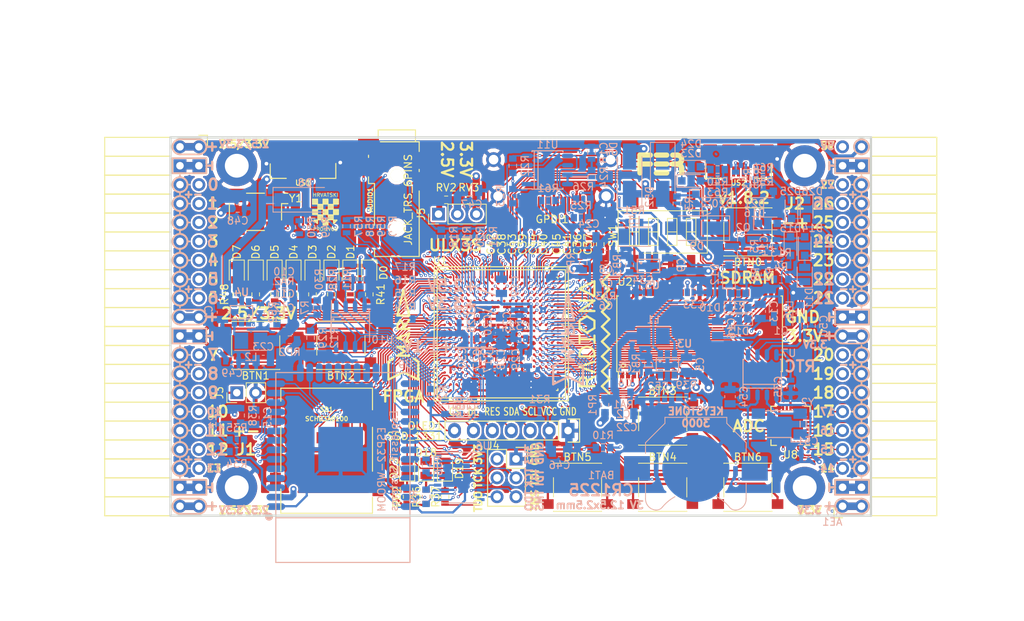
<source format=kicad_pcb>
(kicad_pcb (version 20171130) (host pcbnew 5.0.0-rc2-dev-unknown+dfsg1+20180318-2)

  (general
    (thickness 1.6)
    (drawings 484)
    (tracks 4809)
    (zones 0)
    (modules 206)
    (nets 316)
  )

  (page A4)
  (layers
    (0 F.Cu signal)
    (1 In1.Cu signal)
    (2 In2.Cu signal)
    (31 B.Cu signal)
    (32 B.Adhes user)
    (33 F.Adhes user)
    (34 B.Paste user)
    (35 F.Paste user)
    (36 B.SilkS user)
    (37 F.SilkS user)
    (38 B.Mask user)
    (39 F.Mask user)
    (40 Dwgs.User user)
    (41 Cmts.User user)
    (42 Eco1.User user)
    (43 Eco2.User user)
    (44 Edge.Cuts user)
    (45 Margin user)
    (46 B.CrtYd user)
    (47 F.CrtYd user)
    (48 B.Fab user)
    (49 F.Fab user)
  )

  (setup
    (last_trace_width 0.3)
    (trace_clearance 0.127)
    (zone_clearance 0.127)
    (zone_45_only no)
    (trace_min 0.127)
    (segment_width 0.2)
    (edge_width 0.2)
    (via_size 0.4)
    (via_drill 0.2)
    (via_min_size 0.4)
    (via_min_drill 0.2)
    (uvia_size 0.3)
    (uvia_drill 0.1)
    (uvias_allowed no)
    (uvia_min_size 0.2)
    (uvia_min_drill 0.1)
    (pcb_text_width 0.3)
    (pcb_text_size 1.5 1.5)
    (mod_edge_width 0.15)
    (mod_text_size 1 1)
    (mod_text_width 0.15)
    (pad_size 0.3 0.3)
    (pad_drill 0)
    (pad_to_mask_clearance 0.05)
    (aux_axis_origin 94.1 112.22)
    (grid_origin 93.48 113)
    (visible_elements 7FFFFFFF)
    (pcbplotparams
      (layerselection 0x310fc_ffffffff)
      (usegerberextensions true)
      (usegerberattributes false)
      (usegerberadvancedattributes false)
      (creategerberjobfile false)
      (excludeedgelayer true)
      (linewidth 0.100000)
      (plotframeref false)
      (viasonmask false)
      (mode 1)
      (useauxorigin false)
      (hpglpennumber 1)
      (hpglpenspeed 20)
      (hpglpendiameter 15)
      (psnegative false)
      (psa4output false)
      (plotreference true)
      (plotvalue true)
      (plotinvisibletext false)
      (padsonsilk false)
      (subtractmaskfromsilk false)
      (outputformat 1)
      (mirror false)
      (drillshape 0)
      (scaleselection 1)
      (outputdirectory plot))
  )

  (net 0 "")
  (net 1 GND)
  (net 2 +5V)
  (net 3 /gpio/IN5V)
  (net 4 /gpio/OUT5V)
  (net 5 +3V3)
  (net 6 BTN_D)
  (net 7 BTN_F1)
  (net 8 BTN_F2)
  (net 9 BTN_L)
  (net 10 BTN_R)
  (net 11 BTN_U)
  (net 12 /power/FB1)
  (net 13 +2V5)
  (net 14 /power/PWREN)
  (net 15 /power/FB3)
  (net 16 /power/FB2)
  (net 17 "Net-(D9-Pad1)")
  (net 18 /power/VBAT)
  (net 19 JTAG_TDI)
  (net 20 JTAG_TCK)
  (net 21 JTAG_TMS)
  (net 22 JTAG_TDO)
  (net 23 /power/WAKEUPn)
  (net 24 /power/WKUP)
  (net 25 /power/SHUT)
  (net 26 /power/WAKE)
  (net 27 /power/HOLD)
  (net 28 /power/WKn)
  (net 29 /power/OSCI_32k)
  (net 30 /power/OSCO_32k)
  (net 31 "Net-(Q2-Pad3)")
  (net 32 SHUTDOWN)
  (net 33 /analog/AUDIO_L)
  (net 34 /analog/AUDIO_R)
  (net 35 GPDI_SDA)
  (net 36 GPDI_SCL)
  (net 37 /gpdi/VREF2)
  (net 38 SD_CMD)
  (net 39 SD_CLK)
  (net 40 SD_D0)
  (net 41 SD_D1)
  (net 42 USB5V)
  (net 43 GPDI_CEC)
  (net 44 nRESET)
  (net 45 FTDI_nDTR)
  (net 46 SDRAM_CKE)
  (net 47 SDRAM_A7)
  (net 48 SDRAM_D15)
  (net 49 SDRAM_BA1)
  (net 50 SDRAM_D7)
  (net 51 SDRAM_A6)
  (net 52 SDRAM_CLK)
  (net 53 SDRAM_D13)
  (net 54 SDRAM_BA0)
  (net 55 SDRAM_D6)
  (net 56 SDRAM_A5)
  (net 57 SDRAM_D14)
  (net 58 SDRAM_A11)
  (net 59 SDRAM_D12)
  (net 60 SDRAM_D5)
  (net 61 SDRAM_A4)
  (net 62 SDRAM_A10)
  (net 63 SDRAM_D11)
  (net 64 SDRAM_A3)
  (net 65 SDRAM_D4)
  (net 66 SDRAM_D10)
  (net 67 SDRAM_D9)
  (net 68 SDRAM_A9)
  (net 69 SDRAM_D3)
  (net 70 SDRAM_D8)
  (net 71 SDRAM_A8)
  (net 72 SDRAM_A2)
  (net 73 SDRAM_A1)
  (net 74 SDRAM_A0)
  (net 75 SDRAM_D2)
  (net 76 SDRAM_D1)
  (net 77 SDRAM_D0)
  (net 78 SDRAM_DQM0)
  (net 79 SDRAM_nCS)
  (net 80 SDRAM_nRAS)
  (net 81 SDRAM_DQM1)
  (net 82 SDRAM_nCAS)
  (net 83 SDRAM_nWE)
  (net 84 /flash/FLASH_nWP)
  (net 85 /flash/FLASH_nHOLD)
  (net 86 /flash/FLASH_MOSI)
  (net 87 /flash/FLASH_MISO)
  (net 88 /flash/FLASH_SCK)
  (net 89 /flash/FLASH_nCS)
  (net 90 /flash/FPGA_PROGRAMN)
  (net 91 /flash/FPGA_DONE)
  (net 92 /flash/FPGA_INITN)
  (net 93 OLED_RES)
  (net 94 OLED_DC)
  (net 95 OLED_CS)
  (net 96 WIFI_EN)
  (net 97 FTDI_nRTS)
  (net 98 FTDI_TXD)
  (net 99 FTDI_RXD)
  (net 100 WIFI_RXD)
  (net 101 WIFI_GPIO0)
  (net 102 WIFI_TXD)
  (net 103 USB_FTDI_D+)
  (net 104 USB_FTDI_D-)
  (net 105 SD_D3)
  (net 106 AUDIO_L3)
  (net 107 AUDIO_L2)
  (net 108 AUDIO_L1)
  (net 109 AUDIO_L0)
  (net 110 AUDIO_R3)
  (net 111 AUDIO_R2)
  (net 112 AUDIO_R1)
  (net 113 AUDIO_R0)
  (net 114 OLED_CLK)
  (net 115 OLED_MOSI)
  (net 116 LED0)
  (net 117 LED1)
  (net 118 LED2)
  (net 119 LED3)
  (net 120 LED4)
  (net 121 LED5)
  (net 122 LED6)
  (net 123 LED7)
  (net 124 BTN_PWRn)
  (net 125 FTDI_nTXLED)
  (net 126 FTDI_nSLEEP)
  (net 127 /blinkey/LED_PWREN)
  (net 128 /blinkey/LED_TXLED)
  (net 129 /sdcard/SD3V3)
  (net 130 SD_D2)
  (net 131 CLK_25MHz)
  (net 132 /blinkey/BTNPUL)
  (net 133 /blinkey/BTNPUR)
  (net 134 USB_FPGA_D+)
  (net 135 /power/FTDI_nSUSPEND)
  (net 136 /blinkey/ALED0)
  (net 137 /blinkey/ALED1)
  (net 138 /blinkey/ALED2)
  (net 139 /blinkey/ALED3)
  (net 140 /blinkey/ALED4)
  (net 141 /blinkey/ALED5)
  (net 142 /blinkey/ALED6)
  (net 143 /blinkey/ALED7)
  (net 144 /usb/FTD-)
  (net 145 /usb/FTD+)
  (net 146 ADC_MISO)
  (net 147 ADC_MOSI)
  (net 148 ADC_CSn)
  (net 149 ADC_SCLK)
  (net 150 SW3)
  (net 151 SW2)
  (net 152 SW1)
  (net 153 USB_FPGA_D-)
  (net 154 /usb/FPD+)
  (net 155 /usb/FPD-)
  (net 156 WIFI_GPIO16)
  (net 157 /usb/ANT_433MHz)
  (net 158 /power/PWRBTn)
  (net 159 PROG_DONE)
  (net 160 /power/P3V3)
  (net 161 /power/P2V5)
  (net 162 /power/L1)
  (net 163 /power/L3)
  (net 164 /power/L2)
  (net 165 FTDI_TXDEN)
  (net 166 SDRAM_A12)
  (net 167 /analog/AUDIO_V)
  (net 168 AUDIO_V3)
  (net 169 AUDIO_V2)
  (net 170 AUDIO_V1)
  (net 171 AUDIO_V0)
  (net 172 /blinkey/LED_WIFI)
  (net 173 /power/P1V1)
  (net 174 +1V1)
  (net 175 SW4)
  (net 176 /blinkey/SWPU)
  (net 177 /wifi/WIFIEN)
  (net 178 FT2V5)
  (net 179 GN0)
  (net 180 GP0)
  (net 181 GN1)
  (net 182 GP1)
  (net 183 GN2)
  (net 184 GP2)
  (net 185 GN3)
  (net 186 GP3)
  (net 187 GN4)
  (net 188 GP4)
  (net 189 GN5)
  (net 190 GP5)
  (net 191 GN6)
  (net 192 GP6)
  (net 193 GN14)
  (net 194 GP14)
  (net 195 GN15)
  (net 196 GP15)
  (net 197 GN16)
  (net 198 GP16)
  (net 199 GN17)
  (net 200 GP17)
  (net 201 GN18)
  (net 202 GP18)
  (net 203 GN19)
  (net 204 GP19)
  (net 205 GN20)
  (net 206 GP20)
  (net 207 GN21)
  (net 208 GP21)
  (net 209 GN22)
  (net 210 GP22)
  (net 211 GN23)
  (net 212 GP23)
  (net 213 GN24)
  (net 214 GP24)
  (net 215 GN25)
  (net 216 GP25)
  (net 217 GN26)
  (net 218 GP26)
  (net 219 GN27)
  (net 220 GP27)
  (net 221 GN7)
  (net 222 GP7)
  (net 223 GN8)
  (net 224 GP8)
  (net 225 GN9)
  (net 226 GP9)
  (net 227 GN10)
  (net 228 GP10)
  (net 229 GN11)
  (net 230 GP11)
  (net 231 GN12)
  (net 232 GP12)
  (net 233 GN13)
  (net 234 GP13)
  (net 235 WIFI_GPIO5)
  (net 236 WIFI_GPIO17)
  (net 237 USB_FPGA_PULL_D+)
  (net 238 USB_FPGA_PULL_D-)
  (net 239 "Net-(D23-Pad2)")
  (net 240 "Net-(D24-Pad1)")
  (net 241 "Net-(D25-Pad2)")
  (net 242 "Net-(D26-Pad1)")
  (net 243 /gpdi/GPDI_ETH+)
  (net 244 FPDI_ETH+)
  (net 245 /gpdi/GPDI_ETH-)
  (net 246 FPDI_ETH-)
  (net 247 /gpdi/GPDI_D2-)
  (net 248 FPDI_D2-)
  (net 249 /gpdi/GPDI_D1-)
  (net 250 FPDI_D1-)
  (net 251 /gpdi/GPDI_D0-)
  (net 252 FPDI_D0-)
  (net 253 /gpdi/GPDI_CLK-)
  (net 254 FPDI_CLK-)
  (net 255 /gpdi/GPDI_D2+)
  (net 256 FPDI_D2+)
  (net 257 /gpdi/GPDI_D1+)
  (net 258 FPDI_D1+)
  (net 259 /gpdi/GPDI_D0+)
  (net 260 FPDI_D0+)
  (net 261 /gpdi/GPDI_CLK+)
  (net 262 FPDI_CLK+)
  (net 263 FPDI_SDA)
  (net 264 FPDI_SCL)
  (net 265 /gpdi/FPDI_CEC)
  (net 266 2V5_3V3)
  (net 267 "Net-(AUDIO1-Pad5)")
  (net 268 "Net-(AUDIO1-Pad6)")
  (net 269 "Net-(U1-PadA15)")
  (net 270 "Net-(U1-PadC9)")
  (net 271 "Net-(U1-PadD9)")
  (net 272 "Net-(U1-PadD10)")
  (net 273 "Net-(U1-PadD11)")
  (net 274 "Net-(U1-PadD12)")
  (net 275 "Net-(U1-PadE6)")
  (net 276 "Net-(U1-PadE9)")
  (net 277 "Net-(U1-PadE10)")
  (net 278 "Net-(U1-PadE11)")
  (net 279 "Net-(U1-PadJ4)")
  (net 280 "Net-(U1-PadJ5)")
  (net 281 "Net-(U1-PadK5)")
  (net 282 "Net-(U1-PadL5)")
  (net 283 "Net-(U1-PadM4)")
  (net 284 "Net-(U1-PadM5)")
  (net 285 SD_CD)
  (net 286 SD_WP)
  (net 287 "Net-(U1-PadR3)")
  (net 288 "Net-(U1-PadT16)")
  (net 289 "Net-(U1-PadW4)")
  (net 290 "Net-(U1-PadW5)")
  (net 291 "Net-(U1-PadW8)")
  (net 292 "Net-(U1-PadW9)")
  (net 293 "Net-(U1-PadW13)")
  (net 294 "Net-(U1-PadW14)")
  (net 295 "Net-(U1-PadW17)")
  (net 296 "Net-(U1-PadW18)")
  (net 297 FTDI_nRXLED)
  (net 298 "Net-(U8-Pad12)")
  (net 299 "Net-(U8-Pad25)")
  (net 300 "Net-(U9-Pad32)")
  (net 301 "Net-(U9-Pad22)")
  (net 302 "Net-(U9-Pad21)")
  (net 303 "Net-(U9-Pad20)")
  (net 304 "Net-(U9-Pad19)")
  (net 305 "Net-(U9-Pad18)")
  (net 306 "Net-(U9-Pad17)")
  (net 307 "Net-(U9-Pad12)")
  (net 308 "Net-(U9-Pad5)")
  (net 309 "Net-(U9-Pad4)")
  (net 310 "Net-(US1-Pad4)")
  (net 311 "Net-(US2-Pad4)")
  (net 312 "Net-(Y2-Pad3)")
  (net 313 "Net-(Y2-Pad2)")
  (net 314 "Net-(U1-PadK16)")
  (net 315 "Net-(U1-PadK17)")

  (net_class Default "This is the default net class."
    (clearance 0.127)
    (trace_width 0.3)
    (via_dia 0.4)
    (via_drill 0.2)
    (uvia_dia 0.3)
    (uvia_drill 0.1)
    (add_net +1V1)
    (add_net +2V5)
    (add_net +3V3)
    (add_net +5V)
    (add_net /analog/AUDIO_L)
    (add_net /analog/AUDIO_R)
    (add_net /analog/AUDIO_V)
    (add_net /blinkey/ALED0)
    (add_net /blinkey/ALED1)
    (add_net /blinkey/ALED2)
    (add_net /blinkey/ALED3)
    (add_net /blinkey/ALED4)
    (add_net /blinkey/ALED5)
    (add_net /blinkey/ALED6)
    (add_net /blinkey/ALED7)
    (add_net /blinkey/BTNPUL)
    (add_net /blinkey/BTNPUR)
    (add_net /blinkey/LED_PWREN)
    (add_net /blinkey/LED_TXLED)
    (add_net /blinkey/LED_WIFI)
    (add_net /blinkey/SWPU)
    (add_net /gpdi/FPDI_CEC)
    (add_net /gpdi/GPDI_CLK+)
    (add_net /gpdi/GPDI_CLK-)
    (add_net /gpdi/GPDI_D0+)
    (add_net /gpdi/GPDI_D0-)
    (add_net /gpdi/GPDI_D1+)
    (add_net /gpdi/GPDI_D1-)
    (add_net /gpdi/GPDI_D2+)
    (add_net /gpdi/GPDI_D2-)
    (add_net /gpdi/GPDI_ETH+)
    (add_net /gpdi/GPDI_ETH-)
    (add_net /gpdi/VREF2)
    (add_net /gpio/IN5V)
    (add_net /gpio/OUT5V)
    (add_net /power/FB1)
    (add_net /power/FB2)
    (add_net /power/FB3)
    (add_net /power/FTDI_nSUSPEND)
    (add_net /power/HOLD)
    (add_net /power/L1)
    (add_net /power/L2)
    (add_net /power/L3)
    (add_net /power/OSCI_32k)
    (add_net /power/OSCO_32k)
    (add_net /power/P1V1)
    (add_net /power/P2V5)
    (add_net /power/P3V3)
    (add_net /power/PWRBTn)
    (add_net /power/PWREN)
    (add_net /power/SHUT)
    (add_net /power/VBAT)
    (add_net /power/WAKE)
    (add_net /power/WAKEUPn)
    (add_net /power/WKUP)
    (add_net /power/WKn)
    (add_net /sdcard/SD3V3)
    (add_net /usb/ANT_433MHz)
    (add_net /usb/FPD+)
    (add_net /usb/FPD-)
    (add_net /usb/FTD+)
    (add_net /usb/FTD-)
    (add_net /wifi/WIFIEN)
    (add_net 2V5_3V3)
    (add_net FT2V5)
    (add_net FTDI_nRXLED)
    (add_net GND)
    (add_net "Net-(AUDIO1-Pad5)")
    (add_net "Net-(AUDIO1-Pad6)")
    (add_net "Net-(D23-Pad2)")
    (add_net "Net-(D24-Pad1)")
    (add_net "Net-(D25-Pad2)")
    (add_net "Net-(D26-Pad1)")
    (add_net "Net-(D9-Pad1)")
    (add_net "Net-(Q2-Pad3)")
    (add_net "Net-(U1-PadA15)")
    (add_net "Net-(U1-PadC9)")
    (add_net "Net-(U1-PadD10)")
    (add_net "Net-(U1-PadD11)")
    (add_net "Net-(U1-PadD12)")
    (add_net "Net-(U1-PadD9)")
    (add_net "Net-(U1-PadE10)")
    (add_net "Net-(U1-PadE11)")
    (add_net "Net-(U1-PadE6)")
    (add_net "Net-(U1-PadE9)")
    (add_net "Net-(U1-PadJ4)")
    (add_net "Net-(U1-PadJ5)")
    (add_net "Net-(U1-PadK16)")
    (add_net "Net-(U1-PadK17)")
    (add_net "Net-(U1-PadK5)")
    (add_net "Net-(U1-PadL5)")
    (add_net "Net-(U1-PadM4)")
    (add_net "Net-(U1-PadM5)")
    (add_net "Net-(U1-PadR3)")
    (add_net "Net-(U1-PadT16)")
    (add_net "Net-(U1-PadW13)")
    (add_net "Net-(U1-PadW14)")
    (add_net "Net-(U1-PadW17)")
    (add_net "Net-(U1-PadW18)")
    (add_net "Net-(U1-PadW4)")
    (add_net "Net-(U1-PadW5)")
    (add_net "Net-(U1-PadW8)")
    (add_net "Net-(U1-PadW9)")
    (add_net "Net-(U8-Pad12)")
    (add_net "Net-(U8-Pad25)")
    (add_net "Net-(U9-Pad12)")
    (add_net "Net-(U9-Pad17)")
    (add_net "Net-(U9-Pad18)")
    (add_net "Net-(U9-Pad19)")
    (add_net "Net-(U9-Pad20)")
    (add_net "Net-(U9-Pad21)")
    (add_net "Net-(U9-Pad22)")
    (add_net "Net-(U9-Pad32)")
    (add_net "Net-(U9-Pad4)")
    (add_net "Net-(U9-Pad5)")
    (add_net "Net-(US1-Pad4)")
    (add_net "Net-(US2-Pad4)")
    (add_net "Net-(Y2-Pad2)")
    (add_net "Net-(Y2-Pad3)")
    (add_net SD_CD)
    (add_net SD_WP)
    (add_net USB5V)
  )

  (net_class BGA ""
    (clearance 0.127)
    (trace_width 0.19)
    (via_dia 0.4)
    (via_drill 0.2)
    (uvia_dia 0.3)
    (uvia_drill 0.1)
    (add_net /flash/FLASH_MISO)
    (add_net /flash/FLASH_MOSI)
    (add_net /flash/FLASH_SCK)
    (add_net /flash/FLASH_nCS)
    (add_net /flash/FLASH_nHOLD)
    (add_net /flash/FLASH_nWP)
    (add_net /flash/FPGA_DONE)
    (add_net /flash/FPGA_INITN)
    (add_net /flash/FPGA_PROGRAMN)
    (add_net ADC_CSn)
    (add_net ADC_MISO)
    (add_net ADC_MOSI)
    (add_net ADC_SCLK)
    (add_net AUDIO_L0)
    (add_net AUDIO_L1)
    (add_net AUDIO_L2)
    (add_net AUDIO_L3)
    (add_net AUDIO_R0)
    (add_net AUDIO_R1)
    (add_net AUDIO_R2)
    (add_net AUDIO_R3)
    (add_net AUDIO_V0)
    (add_net AUDIO_V1)
    (add_net AUDIO_V2)
    (add_net AUDIO_V3)
    (add_net BTN_D)
    (add_net BTN_F1)
    (add_net BTN_F2)
    (add_net BTN_L)
    (add_net BTN_PWRn)
    (add_net BTN_R)
    (add_net BTN_U)
    (add_net CLK_25MHz)
    (add_net FPDI_CLK+)
    (add_net FPDI_CLK-)
    (add_net FPDI_D0+)
    (add_net FPDI_D0-)
    (add_net FPDI_D1+)
    (add_net FPDI_D1-)
    (add_net FPDI_D2+)
    (add_net FPDI_D2-)
    (add_net FPDI_ETH+)
    (add_net FPDI_ETH-)
    (add_net FPDI_SCL)
    (add_net FPDI_SDA)
    (add_net FTDI_RXD)
    (add_net FTDI_TXD)
    (add_net FTDI_TXDEN)
    (add_net FTDI_nDTR)
    (add_net FTDI_nRTS)
    (add_net FTDI_nSLEEP)
    (add_net FTDI_nTXLED)
    (add_net GN0)
    (add_net GN1)
    (add_net GN10)
    (add_net GN11)
    (add_net GN12)
    (add_net GN13)
    (add_net GN14)
    (add_net GN15)
    (add_net GN16)
    (add_net GN17)
    (add_net GN18)
    (add_net GN19)
    (add_net GN2)
    (add_net GN20)
    (add_net GN21)
    (add_net GN22)
    (add_net GN23)
    (add_net GN24)
    (add_net GN25)
    (add_net GN26)
    (add_net GN27)
    (add_net GN3)
    (add_net GN4)
    (add_net GN5)
    (add_net GN6)
    (add_net GN7)
    (add_net GN8)
    (add_net GN9)
    (add_net GP0)
    (add_net GP1)
    (add_net GP10)
    (add_net GP11)
    (add_net GP12)
    (add_net GP13)
    (add_net GP14)
    (add_net GP15)
    (add_net GP16)
    (add_net GP17)
    (add_net GP18)
    (add_net GP19)
    (add_net GP2)
    (add_net GP20)
    (add_net GP21)
    (add_net GP22)
    (add_net GP23)
    (add_net GP24)
    (add_net GP25)
    (add_net GP26)
    (add_net GP27)
    (add_net GP3)
    (add_net GP4)
    (add_net GP5)
    (add_net GP6)
    (add_net GP7)
    (add_net GP8)
    (add_net GP9)
    (add_net GPDI_CEC)
    (add_net GPDI_SCL)
    (add_net GPDI_SDA)
    (add_net JTAG_TCK)
    (add_net JTAG_TDI)
    (add_net JTAG_TDO)
    (add_net JTAG_TMS)
    (add_net LED0)
    (add_net LED1)
    (add_net LED2)
    (add_net LED3)
    (add_net LED4)
    (add_net LED5)
    (add_net LED6)
    (add_net LED7)
    (add_net OLED_CLK)
    (add_net OLED_CS)
    (add_net OLED_DC)
    (add_net OLED_MOSI)
    (add_net OLED_RES)
    (add_net PROG_DONE)
    (add_net SDRAM_A0)
    (add_net SDRAM_A1)
    (add_net SDRAM_A10)
    (add_net SDRAM_A11)
    (add_net SDRAM_A12)
    (add_net SDRAM_A2)
    (add_net SDRAM_A3)
    (add_net SDRAM_A4)
    (add_net SDRAM_A5)
    (add_net SDRAM_A6)
    (add_net SDRAM_A7)
    (add_net SDRAM_A8)
    (add_net SDRAM_A9)
    (add_net SDRAM_BA0)
    (add_net SDRAM_BA1)
    (add_net SDRAM_CKE)
    (add_net SDRAM_CLK)
    (add_net SDRAM_D0)
    (add_net SDRAM_D1)
    (add_net SDRAM_D10)
    (add_net SDRAM_D11)
    (add_net SDRAM_D12)
    (add_net SDRAM_D13)
    (add_net SDRAM_D14)
    (add_net SDRAM_D15)
    (add_net SDRAM_D2)
    (add_net SDRAM_D3)
    (add_net SDRAM_D4)
    (add_net SDRAM_D5)
    (add_net SDRAM_D6)
    (add_net SDRAM_D7)
    (add_net SDRAM_D8)
    (add_net SDRAM_D9)
    (add_net SDRAM_DQM0)
    (add_net SDRAM_DQM1)
    (add_net SDRAM_nCAS)
    (add_net SDRAM_nCS)
    (add_net SDRAM_nRAS)
    (add_net SDRAM_nWE)
    (add_net SD_CLK)
    (add_net SD_CMD)
    (add_net SD_D0)
    (add_net SD_D1)
    (add_net SD_D2)
    (add_net SD_D3)
    (add_net SHUTDOWN)
    (add_net SW1)
    (add_net SW2)
    (add_net SW3)
    (add_net SW4)
    (add_net USB_FPGA_D+)
    (add_net USB_FPGA_D-)
    (add_net USB_FPGA_PULL_D+)
    (add_net USB_FPGA_PULL_D-)
    (add_net USB_FTDI_D+)
    (add_net USB_FTDI_D-)
    (add_net WIFI_EN)
    (add_net WIFI_GPIO0)
    (add_net WIFI_GPIO16)
    (add_net WIFI_GPIO17)
    (add_net WIFI_GPIO5)
    (add_net WIFI_RXD)
    (add_net WIFI_TXD)
    (add_net nRESET)
  )

  (net_class Minimal ""
    (clearance 0.127)
    (trace_width 0.127)
    (via_dia 0.4)
    (via_drill 0.2)
    (uvia_dia 0.3)
    (uvia_drill 0.1)
  )

  (module Socket_Strips:Socket_Strip_Angled_2x20 (layer F.Cu) (tedit 5A2B354F) (tstamp 58E6BE3D)
    (at 97.91 62.69 270)
    (descr "Through hole socket strip")
    (tags "socket strip")
    (path /56AC389C/58E6B835)
    (fp_text reference J1 (at 40.64 -6.35) (layer F.SilkS)
      (effects (font (size 1.5 1.5) (thickness 0.3)))
    )
    (fp_text value CONN_02X20 (at 0 -2.6 270) (layer F.Fab) hide
      (effects (font (size 1 1) (thickness 0.15)))
    )
    (fp_line (start -1.75 -1.35) (end -1.75 13.15) (layer F.CrtYd) (width 0.05))
    (fp_line (start 50.05 -1.35) (end 50.05 13.15) (layer F.CrtYd) (width 0.05))
    (fp_line (start -1.75 -1.35) (end 50.05 -1.35) (layer F.CrtYd) (width 0.05))
    (fp_line (start -1.75 13.15) (end 50.05 13.15) (layer F.CrtYd) (width 0.05))
    (fp_line (start 49.53 12.64) (end 49.53 3.81) (layer F.SilkS) (width 0.15))
    (fp_line (start 46.99 12.64) (end 49.53 12.64) (layer F.SilkS) (width 0.15))
    (fp_line (start 46.99 3.81) (end 49.53 3.81) (layer F.SilkS) (width 0.15))
    (fp_line (start 49.53 3.81) (end 49.53 12.64) (layer F.SilkS) (width 0.15))
    (fp_line (start 46.99 3.81) (end 46.99 12.64) (layer F.SilkS) (width 0.15))
    (fp_line (start 44.45 3.81) (end 46.99 3.81) (layer F.SilkS) (width 0.15))
    (fp_line (start 44.45 12.64) (end 46.99 12.64) (layer F.SilkS) (width 0.15))
    (fp_line (start 46.99 12.64) (end 46.99 3.81) (layer F.SilkS) (width 0.15))
    (fp_line (start 29.21 12.64) (end 29.21 3.81) (layer F.SilkS) (width 0.15))
    (fp_line (start 26.67 12.64) (end 29.21 12.64) (layer F.SilkS) (width 0.15))
    (fp_line (start 26.67 3.81) (end 29.21 3.81) (layer F.SilkS) (width 0.15))
    (fp_line (start 29.21 3.81) (end 29.21 12.64) (layer F.SilkS) (width 0.15))
    (fp_line (start 31.75 3.81) (end 31.75 12.64) (layer F.SilkS) (width 0.15))
    (fp_line (start 29.21 3.81) (end 31.75 3.81) (layer F.SilkS) (width 0.15))
    (fp_line (start 29.21 12.64) (end 31.75 12.64) (layer F.SilkS) (width 0.15))
    (fp_line (start 31.75 12.64) (end 31.75 3.81) (layer F.SilkS) (width 0.15))
    (fp_line (start 44.45 12.64) (end 44.45 3.81) (layer F.SilkS) (width 0.15))
    (fp_line (start 41.91 12.64) (end 44.45 12.64) (layer F.SilkS) (width 0.15))
    (fp_line (start 41.91 3.81) (end 44.45 3.81) (layer F.SilkS) (width 0.15))
    (fp_line (start 44.45 3.81) (end 44.45 12.64) (layer F.SilkS) (width 0.15))
    (fp_line (start 41.91 3.81) (end 41.91 12.64) (layer F.SilkS) (width 0.15))
    (fp_line (start 39.37 3.81) (end 41.91 3.81) (layer F.SilkS) (width 0.15))
    (fp_line (start 39.37 12.64) (end 41.91 12.64) (layer F.SilkS) (width 0.15))
    (fp_line (start 41.91 12.64) (end 41.91 3.81) (layer F.SilkS) (width 0.15))
    (fp_line (start 39.37 12.64) (end 39.37 3.81) (layer F.SilkS) (width 0.15))
    (fp_line (start 36.83 12.64) (end 39.37 12.64) (layer F.SilkS) (width 0.15))
    (fp_line (start 36.83 3.81) (end 39.37 3.81) (layer F.SilkS) (width 0.15))
    (fp_line (start 39.37 3.81) (end 39.37 12.64) (layer F.SilkS) (width 0.15))
    (fp_line (start 36.83 3.81) (end 36.83 12.64) (layer F.SilkS) (width 0.15))
    (fp_line (start 34.29 3.81) (end 36.83 3.81) (layer F.SilkS) (width 0.15))
    (fp_line (start 34.29 12.64) (end 36.83 12.64) (layer F.SilkS) (width 0.15))
    (fp_line (start 36.83 12.64) (end 36.83 3.81) (layer F.SilkS) (width 0.15))
    (fp_line (start 34.29 12.64) (end 34.29 3.81) (layer F.SilkS) (width 0.15))
    (fp_line (start 31.75 12.64) (end 34.29 12.64) (layer F.SilkS) (width 0.15))
    (fp_line (start 31.75 3.81) (end 34.29 3.81) (layer F.SilkS) (width 0.15))
    (fp_line (start 34.29 3.81) (end 34.29 12.64) (layer F.SilkS) (width 0.15))
    (fp_line (start 16.51 3.81) (end 16.51 12.64) (layer F.SilkS) (width 0.15))
    (fp_line (start 13.97 3.81) (end 16.51 3.81) (layer F.SilkS) (width 0.15))
    (fp_line (start 13.97 12.64) (end 16.51 12.64) (layer F.SilkS) (width 0.15))
    (fp_line (start 16.51 12.64) (end 16.51 3.81) (layer F.SilkS) (width 0.15))
    (fp_line (start 19.05 12.64) (end 19.05 3.81) (layer F.SilkS) (width 0.15))
    (fp_line (start 16.51 12.64) (end 19.05 12.64) (layer F.SilkS) (width 0.15))
    (fp_line (start 16.51 3.81) (end 19.05 3.81) (layer F.SilkS) (width 0.15))
    (fp_line (start 19.05 3.81) (end 19.05 12.64) (layer F.SilkS) (width 0.15))
    (fp_line (start 21.59 3.81) (end 21.59 12.64) (layer F.SilkS) (width 0.15))
    (fp_line (start 19.05 3.81) (end 21.59 3.81) (layer F.SilkS) (width 0.15))
    (fp_line (start 19.05 12.64) (end 21.59 12.64) (layer F.SilkS) (width 0.15))
    (fp_line (start 21.59 12.64) (end 21.59 3.81) (layer F.SilkS) (width 0.15))
    (fp_line (start 24.13 12.64) (end 24.13 3.81) (layer F.SilkS) (width 0.15))
    (fp_line (start 21.59 12.64) (end 24.13 12.64) (layer F.SilkS) (width 0.15))
    (fp_line (start 21.59 3.81) (end 24.13 3.81) (layer F.SilkS) (width 0.15))
    (fp_line (start 24.13 3.81) (end 24.13 12.64) (layer F.SilkS) (width 0.15))
    (fp_line (start 26.67 3.81) (end 26.67 12.64) (layer F.SilkS) (width 0.15))
    (fp_line (start 24.13 3.81) (end 26.67 3.81) (layer F.SilkS) (width 0.15))
    (fp_line (start 24.13 12.64) (end 26.67 12.64) (layer F.SilkS) (width 0.15))
    (fp_line (start 26.67 12.64) (end 26.67 3.81) (layer F.SilkS) (width 0.15))
    (fp_line (start 13.97 12.64) (end 13.97 3.81) (layer F.SilkS) (width 0.15))
    (fp_line (start 11.43 12.64) (end 13.97 12.64) (layer F.SilkS) (width 0.15))
    (fp_line (start 11.43 3.81) (end 13.97 3.81) (layer F.SilkS) (width 0.15))
    (fp_line (start 13.97 3.81) (end 13.97 12.64) (layer F.SilkS) (width 0.15))
    (fp_line (start 11.43 3.81) (end 11.43 12.64) (layer F.SilkS) (width 0.15))
    (fp_line (start 8.89 3.81) (end 11.43 3.81) (layer F.SilkS) (width 0.15))
    (fp_line (start 8.89 12.64) (end 11.43 12.64) (layer F.SilkS) (width 0.15))
    (fp_line (start 11.43 12.64) (end 11.43 3.81) (layer F.SilkS) (width 0.15))
    (fp_line (start 8.89 12.64) (end 8.89 3.81) (layer F.SilkS) (width 0.15))
    (fp_line (start 6.35 12.64) (end 8.89 12.64) (layer F.SilkS) (width 0.15))
    (fp_line (start 6.35 3.81) (end 8.89 3.81) (layer F.SilkS) (width 0.15))
    (fp_line (start 8.89 3.81) (end 8.89 12.64) (layer F.SilkS) (width 0.15))
    (fp_line (start 6.35 3.81) (end 6.35 12.64) (layer F.SilkS) (width 0.15))
    (fp_line (start 3.81 3.81) (end 6.35 3.81) (layer F.SilkS) (width 0.15))
    (fp_line (start 3.81 12.64) (end 6.35 12.64) (layer F.SilkS) (width 0.15))
    (fp_line (start 6.35 12.64) (end 6.35 3.81) (layer F.SilkS) (width 0.15))
    (fp_line (start 3.81 12.64) (end 3.81 3.81) (layer F.SilkS) (width 0.15))
    (fp_line (start 1.27 12.64) (end 3.81 12.64) (layer F.SilkS) (width 0.15))
    (fp_line (start 1.27 3.81) (end 3.81 3.81) (layer F.SilkS) (width 0.15))
    (fp_line (start 3.81 3.81) (end 3.81 12.64) (layer F.SilkS) (width 0.15))
    (fp_line (start 1.27 3.81) (end 1.27 12.64) (layer F.SilkS) (width 0.15))
    (fp_line (start -1.27 3.81) (end 1.27 3.81) (layer F.SilkS) (width 0.15))
    (fp_line (start 0 -1.15) (end -1.55 -1.15) (layer F.SilkS) (width 0.15))
    (fp_line (start -1.55 -1.15) (end -1.55 0) (layer F.SilkS) (width 0.15))
    (fp_line (start -1.27 3.81) (end -1.27 12.64) (layer F.SilkS) (width 0.15))
    (fp_line (start -1.27 12.64) (end 1.27 12.64) (layer F.SilkS) (width 0.15))
    (fp_line (start 1.27 12.64) (end 1.27 3.81) (layer F.SilkS) (width 0.15))
    (pad 1 thru_hole oval (at 0 0 270) (size 1.7272 1.7272) (drill 1.016) (layers *.Cu *.Mask)
      (net 266 2V5_3V3))
    (pad 2 thru_hole oval (at 0 2.54 270) (size 1.7272 1.7272) (drill 1.016) (layers *.Cu *.Mask)
      (net 266 2V5_3V3))
    (pad 3 thru_hole rect (at 2.54 0 270) (size 1.7272 1.7272) (drill 1.016) (layers *.Cu *.Mask)
      (net 1 GND))
    (pad 4 thru_hole rect (at 2.54 2.54 270) (size 1.7272 1.7272) (drill 1.016) (layers *.Cu *.Mask)
      (net 1 GND))
    (pad 5 thru_hole oval (at 5.08 0 270) (size 1.7272 1.7272) (drill 1.016) (layers *.Cu *.Mask)
      (net 179 GN0))
    (pad 6 thru_hole oval (at 5.08 2.54 270) (size 1.7272 1.7272) (drill 1.016) (layers *.Cu *.Mask)
      (net 180 GP0))
    (pad 7 thru_hole oval (at 7.62 0 270) (size 1.7272 1.7272) (drill 1.016) (layers *.Cu *.Mask)
      (net 181 GN1))
    (pad 8 thru_hole oval (at 7.62 2.54 270) (size 1.7272 1.7272) (drill 1.016) (layers *.Cu *.Mask)
      (net 182 GP1))
    (pad 9 thru_hole oval (at 10.16 0 270) (size 1.7272 1.7272) (drill 1.016) (layers *.Cu *.Mask)
      (net 183 GN2))
    (pad 10 thru_hole oval (at 10.16 2.54 270) (size 1.7272 1.7272) (drill 1.016) (layers *.Cu *.Mask)
      (net 184 GP2))
    (pad 11 thru_hole oval (at 12.7 0 270) (size 1.7272 1.7272) (drill 1.016) (layers *.Cu *.Mask)
      (net 185 GN3))
    (pad 12 thru_hole oval (at 12.7 2.54 270) (size 1.7272 1.7272) (drill 1.016) (layers *.Cu *.Mask)
      (net 186 GP3))
    (pad 13 thru_hole oval (at 15.24 0 270) (size 1.7272 1.7272) (drill 1.016) (layers *.Cu *.Mask)
      (net 187 GN4))
    (pad 14 thru_hole oval (at 15.24 2.54 270) (size 1.7272 1.7272) (drill 1.016) (layers *.Cu *.Mask)
      (net 188 GP4))
    (pad 15 thru_hole oval (at 17.78 0 270) (size 1.7272 1.7272) (drill 1.016) (layers *.Cu *.Mask)
      (net 189 GN5))
    (pad 16 thru_hole oval (at 17.78 2.54 270) (size 1.7272 1.7272) (drill 1.016) (layers *.Cu *.Mask)
      (net 190 GP5))
    (pad 17 thru_hole oval (at 20.32 0 270) (size 1.7272 1.7272) (drill 1.016) (layers *.Cu *.Mask)
      (net 191 GN6))
    (pad 18 thru_hole oval (at 20.32 2.54 270) (size 1.7272 1.7272) (drill 1.016) (layers *.Cu *.Mask)
      (net 192 GP6))
    (pad 19 thru_hole oval (at 22.86 0 270) (size 1.7272 1.7272) (drill 1.016) (layers *.Cu *.Mask)
      (net 266 2V5_3V3))
    (pad 20 thru_hole oval (at 22.86 2.54 270) (size 1.7272 1.7272) (drill 1.016) (layers *.Cu *.Mask)
      (net 266 2V5_3V3))
    (pad 21 thru_hole rect (at 25.4 0 270) (size 1.7272 1.7272) (drill 1.016) (layers *.Cu *.Mask)
      (net 1 GND))
    (pad 22 thru_hole rect (at 25.4 2.54 270) (size 1.7272 1.7272) (drill 1.016) (layers *.Cu *.Mask)
      (net 1 GND))
    (pad 23 thru_hole oval (at 27.94 0 270) (size 1.7272 1.7272) (drill 1.016) (layers *.Cu *.Mask)
      (net 221 GN7))
    (pad 24 thru_hole oval (at 27.94 2.54 270) (size 1.7272 1.7272) (drill 1.016) (layers *.Cu *.Mask)
      (net 222 GP7))
    (pad 25 thru_hole oval (at 30.48 0 270) (size 1.7272 1.7272) (drill 1.016) (layers *.Cu *.Mask)
      (net 223 GN8))
    (pad 26 thru_hole oval (at 30.48 2.54 270) (size 1.7272 1.7272) (drill 1.016) (layers *.Cu *.Mask)
      (net 224 GP8))
    (pad 27 thru_hole oval (at 33.02 0 270) (size 1.7272 1.7272) (drill 1.016) (layers *.Cu *.Mask)
      (net 225 GN9))
    (pad 28 thru_hole oval (at 33.02 2.54 270) (size 1.7272 1.7272) (drill 1.016) (layers *.Cu *.Mask)
      (net 226 GP9))
    (pad 29 thru_hole oval (at 35.56 0 270) (size 1.7272 1.7272) (drill 1.016) (layers *.Cu *.Mask)
      (net 227 GN10))
    (pad 30 thru_hole oval (at 35.56 2.54 270) (size 1.7272 1.7272) (drill 1.016) (layers *.Cu *.Mask)
      (net 228 GP10))
    (pad 31 thru_hole oval (at 38.1 0 270) (size 1.7272 1.7272) (drill 1.016) (layers *.Cu *.Mask)
      (net 229 GN11))
    (pad 32 thru_hole oval (at 38.1 2.54 270) (size 1.7272 1.7272) (drill 1.016) (layers *.Cu *.Mask)
      (net 230 GP11))
    (pad 33 thru_hole oval (at 40.64 0 270) (size 1.7272 1.7272) (drill 1.016) (layers *.Cu *.Mask)
      (net 231 GN12))
    (pad 34 thru_hole oval (at 40.64 2.54 270) (size 1.7272 1.7272) (drill 1.016) (layers *.Cu *.Mask)
      (net 232 GP12))
    (pad 35 thru_hole oval (at 43.18 0 270) (size 1.7272 1.7272) (drill 1.016) (layers *.Cu *.Mask)
      (net 233 GN13))
    (pad 36 thru_hole oval (at 43.18 2.54 270) (size 1.7272 1.7272) (drill 1.016) (layers *.Cu *.Mask)
      (net 234 GP13))
    (pad 37 thru_hole rect (at 45.72 0 270) (size 1.7272 1.7272) (drill 1.016) (layers *.Cu *.Mask)
      (net 1 GND))
    (pad 38 thru_hole rect (at 45.72 2.54 270) (size 1.7272 1.7272) (drill 1.016) (layers *.Cu *.Mask)
      (net 1 GND))
    (pad 39 thru_hole oval (at 48.26 0 270) (size 1.7272 1.7272) (drill 1.016) (layers *.Cu *.Mask)
      (net 266 2V5_3V3))
    (pad 40 thru_hole oval (at 48.26 2.54 270) (size 1.7272 1.7272) (drill 1.016) (layers *.Cu *.Mask)
      (net 266 2V5_3V3))
    (model Socket_Strips.3dshapes/Socket_Strip_Angled_2x20.wrl
      (offset (xyz 24.12999963760376 -1.269999980926514 0))
      (scale (xyz 1 1 1))
      (rotate (xyz 0 0 180))
    )
  )

  (module TSOT-25:TSOT-25 (layer B.Cu) (tedit 59CD7E8F) (tstamp 58D5976E)
    (at 160.775 91.9)
    (path /58D51CAD/5AF563F3)
    (attr smd)
    (fp_text reference U3 (at 2.301 -2.776) (layer B.SilkS)
      (effects (font (size 1 1) (thickness 0.2)) (justify mirror))
    )
    (fp_text value TLV62569DBV (at 0 2.286) (layer B.Fab)
      (effects (font (size 0.4 0.4) (thickness 0.1)) (justify mirror))
    )
    (fp_circle (center -1 -0.4) (end -0.95 -0.5) (layer B.SilkS) (width 0.15))
    (fp_line (start -1.5 0.9) (end 1.5 0.9) (layer B.SilkS) (width 0.15))
    (fp_line (start 1.5 0.9) (end 1.5 -0.9) (layer B.SilkS) (width 0.15))
    (fp_line (start 1.5 -0.9) (end -1.5 -0.9) (layer B.SilkS) (width 0.15))
    (fp_line (start -1.5 -0.9) (end -1.5 0.9) (layer B.SilkS) (width 0.15))
    (pad 1 smd rect (at -0.95 -1.3) (size 0.7 1.2) (layers B.Cu B.Paste B.Mask)
      (net 14 /power/PWREN))
    (pad 2 smd rect (at 0 -1.3) (size 0.7 1.2) (layers B.Cu B.Paste B.Mask)
      (net 1 GND))
    (pad 3 smd rect (at 0.95 -1.3) (size 0.7 1.2) (layers B.Cu B.Paste B.Mask)
      (net 162 /power/L1))
    (pad 4 smd rect (at 0.95 1.3) (size 0.7 1.2) (layers B.Cu B.Paste B.Mask)
      (net 2 +5V))
    (pad 5 smd rect (at -0.95 1.3) (size 0.7 1.2) (layers B.Cu B.Paste B.Mask)
      (net 12 /power/FB1))
    (model ${KISYS3DMOD}/Package_TO_SOT_SMD.3dshapes/SOT-23-5.wrl
      (at (xyz 0 0 0))
      (scale (xyz 1 1 1))
      (rotate (xyz 0 0 -90))
    )
  )

  (module TSOT-25:TSOT-25 (layer B.Cu) (tedit 59CD7E82) (tstamp 58D599CD)
    (at 103.625 84.915 180)
    (path /58D51CAD/5AFCB5C1)
    (attr smd)
    (fp_text reference U4 (at 0 2.697 180) (layer B.SilkS)
      (effects (font (size 1 1) (thickness 0.2)) (justify mirror))
    )
    (fp_text value TLV62569DBV (at 0 2.443 180) (layer B.Fab)
      (effects (font (size 0.4 0.4) (thickness 0.1)) (justify mirror))
    )
    (fp_circle (center -1 -0.4) (end -0.95 -0.5) (layer B.SilkS) (width 0.15))
    (fp_line (start -1.5 0.9) (end 1.5 0.9) (layer B.SilkS) (width 0.15))
    (fp_line (start 1.5 0.9) (end 1.5 -0.9) (layer B.SilkS) (width 0.15))
    (fp_line (start 1.5 -0.9) (end -1.5 -0.9) (layer B.SilkS) (width 0.15))
    (fp_line (start -1.5 -0.9) (end -1.5 0.9) (layer B.SilkS) (width 0.15))
    (pad 1 smd rect (at -0.95 -1.3 180) (size 0.7 1.2) (layers B.Cu B.Paste B.Mask)
      (net 14 /power/PWREN))
    (pad 2 smd rect (at 0 -1.3 180) (size 0.7 1.2) (layers B.Cu B.Paste B.Mask)
      (net 1 GND))
    (pad 3 smd rect (at 0.95 -1.3 180) (size 0.7 1.2) (layers B.Cu B.Paste B.Mask)
      (net 164 /power/L2))
    (pad 4 smd rect (at 0.95 1.3 180) (size 0.7 1.2) (layers B.Cu B.Paste B.Mask)
      (net 2 +5V))
    (pad 5 smd rect (at -0.95 1.3 180) (size 0.7 1.2) (layers B.Cu B.Paste B.Mask)
      (net 16 /power/FB2))
    (model ${KISYS3DMOD}/Package_TO_SOT_SMD.3dshapes/SOT-23-5.wrl
      (at (xyz 0 0 0))
      (scale (xyz 1 1 1))
      (rotate (xyz 0 0 -90))
    )
  )

  (module TSOT-25:TSOT-25 (layer B.Cu) (tedit 59CD7D98) (tstamp 58D66E99)
    (at 158.235 78.692)
    (path /58D51CAD/5AFCC283)
    (attr smd)
    (fp_text reference U5 (at 0.523 2.558) (layer B.SilkS)
      (effects (font (size 1 1) (thickness 0.2)) (justify mirror))
    )
    (fp_text value TLV62569DBV (at 0 2.413) (layer B.Fab)
      (effects (font (size 0.4 0.4) (thickness 0.1)) (justify mirror))
    )
    (fp_circle (center -1 -0.4) (end -0.95 -0.5) (layer B.SilkS) (width 0.15))
    (fp_line (start -1.5 0.9) (end 1.5 0.9) (layer B.SilkS) (width 0.15))
    (fp_line (start 1.5 0.9) (end 1.5 -0.9) (layer B.SilkS) (width 0.15))
    (fp_line (start 1.5 -0.9) (end -1.5 -0.9) (layer B.SilkS) (width 0.15))
    (fp_line (start -1.5 -0.9) (end -1.5 0.9) (layer B.SilkS) (width 0.15))
    (pad 1 smd rect (at -0.95 -1.3) (size 0.7 1.2) (layers B.Cu B.Paste B.Mask)
      (net 14 /power/PWREN))
    (pad 2 smd rect (at 0 -1.3) (size 0.7 1.2) (layers B.Cu B.Paste B.Mask)
      (net 1 GND))
    (pad 3 smd rect (at 0.95 -1.3) (size 0.7 1.2) (layers B.Cu B.Paste B.Mask)
      (net 163 /power/L3))
    (pad 4 smd rect (at 0.95 1.3) (size 0.7 1.2) (layers B.Cu B.Paste B.Mask)
      (net 2 +5V))
    (pad 5 smd rect (at -0.95 1.3) (size 0.7 1.2) (layers B.Cu B.Paste B.Mask)
      (net 15 /power/FB3))
    (model ${KISYS3DMOD}/Package_TO_SOT_SMD.3dshapes/SOT-23-5.wrl
      (at (xyz 0 0 0))
      (scale (xyz 1 1 1))
      (rotate (xyz 0 0 -90))
    )
  )

  (module Socket_Strips:Socket_Strip_Angled_2x20 (layer F.Cu) (tedit 5A2B35BD) (tstamp 58E6BE69)
    (at 184.27 110.95 90)
    (descr "Through hole socket strip")
    (tags "socket strip")
    (path /56AC389C/58E6B7F6)
    (fp_text reference J2 (at 40.64 -6.35 180) (layer F.SilkS)
      (effects (font (size 1.5 1.5) (thickness 0.3)))
    )
    (fp_text value CONN_02X20 (at 0 -2.6 90) (layer F.Fab) hide
      (effects (font (size 1 1) (thickness 0.15)))
    )
    (fp_line (start -1.75 -1.35) (end -1.75 13.15) (layer F.CrtYd) (width 0.05))
    (fp_line (start 50.05 -1.35) (end 50.05 13.15) (layer F.CrtYd) (width 0.05))
    (fp_line (start -1.75 -1.35) (end 50.05 -1.35) (layer F.CrtYd) (width 0.05))
    (fp_line (start -1.75 13.15) (end 50.05 13.15) (layer F.CrtYd) (width 0.05))
    (fp_line (start 49.53 12.64) (end 49.53 3.81) (layer F.SilkS) (width 0.15))
    (fp_line (start 46.99 12.64) (end 49.53 12.64) (layer F.SilkS) (width 0.15))
    (fp_line (start 46.99 3.81) (end 49.53 3.81) (layer F.SilkS) (width 0.15))
    (fp_line (start 49.53 3.81) (end 49.53 12.64) (layer F.SilkS) (width 0.15))
    (fp_line (start 46.99 3.81) (end 46.99 12.64) (layer F.SilkS) (width 0.15))
    (fp_line (start 44.45 3.81) (end 46.99 3.81) (layer F.SilkS) (width 0.15))
    (fp_line (start 44.45 12.64) (end 46.99 12.64) (layer F.SilkS) (width 0.15))
    (fp_line (start 46.99 12.64) (end 46.99 3.81) (layer F.SilkS) (width 0.15))
    (fp_line (start 29.21 12.64) (end 29.21 3.81) (layer F.SilkS) (width 0.15))
    (fp_line (start 26.67 12.64) (end 29.21 12.64) (layer F.SilkS) (width 0.15))
    (fp_line (start 26.67 3.81) (end 29.21 3.81) (layer F.SilkS) (width 0.15))
    (fp_line (start 29.21 3.81) (end 29.21 12.64) (layer F.SilkS) (width 0.15))
    (fp_line (start 31.75 3.81) (end 31.75 12.64) (layer F.SilkS) (width 0.15))
    (fp_line (start 29.21 3.81) (end 31.75 3.81) (layer F.SilkS) (width 0.15))
    (fp_line (start 29.21 12.64) (end 31.75 12.64) (layer F.SilkS) (width 0.15))
    (fp_line (start 31.75 12.64) (end 31.75 3.81) (layer F.SilkS) (width 0.15))
    (fp_line (start 44.45 12.64) (end 44.45 3.81) (layer F.SilkS) (width 0.15))
    (fp_line (start 41.91 12.64) (end 44.45 12.64) (layer F.SilkS) (width 0.15))
    (fp_line (start 41.91 3.81) (end 44.45 3.81) (layer F.SilkS) (width 0.15))
    (fp_line (start 44.45 3.81) (end 44.45 12.64) (layer F.SilkS) (width 0.15))
    (fp_line (start 41.91 3.81) (end 41.91 12.64) (layer F.SilkS) (width 0.15))
    (fp_line (start 39.37 3.81) (end 41.91 3.81) (layer F.SilkS) (width 0.15))
    (fp_line (start 39.37 12.64) (end 41.91 12.64) (layer F.SilkS) (width 0.15))
    (fp_line (start 41.91 12.64) (end 41.91 3.81) (layer F.SilkS) (width 0.15))
    (fp_line (start 39.37 12.64) (end 39.37 3.81) (layer F.SilkS) (width 0.15))
    (fp_line (start 36.83 12.64) (end 39.37 12.64) (layer F.SilkS) (width 0.15))
    (fp_line (start 36.83 3.81) (end 39.37 3.81) (layer F.SilkS) (width 0.15))
    (fp_line (start 39.37 3.81) (end 39.37 12.64) (layer F.SilkS) (width 0.15))
    (fp_line (start 36.83 3.81) (end 36.83 12.64) (layer F.SilkS) (width 0.15))
    (fp_line (start 34.29 3.81) (end 36.83 3.81) (layer F.SilkS) (width 0.15))
    (fp_line (start 34.29 12.64) (end 36.83 12.64) (layer F.SilkS) (width 0.15))
    (fp_line (start 36.83 12.64) (end 36.83 3.81) (layer F.SilkS) (width 0.15))
    (fp_line (start 34.29 12.64) (end 34.29 3.81) (layer F.SilkS) (width 0.15))
    (fp_line (start 31.75 12.64) (end 34.29 12.64) (layer F.SilkS) (width 0.15))
    (fp_line (start 31.75 3.81) (end 34.29 3.81) (layer F.SilkS) (width 0.15))
    (fp_line (start 34.29 3.81) (end 34.29 12.64) (layer F.SilkS) (width 0.15))
    (fp_line (start 16.51 3.81) (end 16.51 12.64) (layer F.SilkS) (width 0.15))
    (fp_line (start 13.97 3.81) (end 16.51 3.81) (layer F.SilkS) (width 0.15))
    (fp_line (start 13.97 12.64) (end 16.51 12.64) (layer F.SilkS) (width 0.15))
    (fp_line (start 16.51 12.64) (end 16.51 3.81) (layer F.SilkS) (width 0.15))
    (fp_line (start 19.05 12.64) (end 19.05 3.81) (layer F.SilkS) (width 0.15))
    (fp_line (start 16.51 12.64) (end 19.05 12.64) (layer F.SilkS) (width 0.15))
    (fp_line (start 16.51 3.81) (end 19.05 3.81) (layer F.SilkS) (width 0.15))
    (fp_line (start 19.05 3.81) (end 19.05 12.64) (layer F.SilkS) (width 0.15))
    (fp_line (start 21.59 3.81) (end 21.59 12.64) (layer F.SilkS) (width 0.15))
    (fp_line (start 19.05 3.81) (end 21.59 3.81) (layer F.SilkS) (width 0.15))
    (fp_line (start 19.05 12.64) (end 21.59 12.64) (layer F.SilkS) (width 0.15))
    (fp_line (start 21.59 12.64) (end 21.59 3.81) (layer F.SilkS) (width 0.15))
    (fp_line (start 24.13 12.64) (end 24.13 3.81) (layer F.SilkS) (width 0.15))
    (fp_line (start 21.59 12.64) (end 24.13 12.64) (layer F.SilkS) (width 0.15))
    (fp_line (start 21.59 3.81) (end 24.13 3.81) (layer F.SilkS) (width 0.15))
    (fp_line (start 24.13 3.81) (end 24.13 12.64) (layer F.SilkS) (width 0.15))
    (fp_line (start 26.67 3.81) (end 26.67 12.64) (layer F.SilkS) (width 0.15))
    (fp_line (start 24.13 3.81) (end 26.67 3.81) (layer F.SilkS) (width 0.15))
    (fp_line (start 24.13 12.64) (end 26.67 12.64) (layer F.SilkS) (width 0.15))
    (fp_line (start 26.67 12.64) (end 26.67 3.81) (layer F.SilkS) (width 0.15))
    (fp_line (start 13.97 12.64) (end 13.97 3.81) (layer F.SilkS) (width 0.15))
    (fp_line (start 11.43 12.64) (end 13.97 12.64) (layer F.SilkS) (width 0.15))
    (fp_line (start 11.43 3.81) (end 13.97 3.81) (layer F.SilkS) (width 0.15))
    (fp_line (start 13.97 3.81) (end 13.97 12.64) (layer F.SilkS) (width 0.15))
    (fp_line (start 11.43 3.81) (end 11.43 12.64) (layer F.SilkS) (width 0.15))
    (fp_line (start 8.89 3.81) (end 11.43 3.81) (layer F.SilkS) (width 0.15))
    (fp_line (start 8.89 12.64) (end 11.43 12.64) (layer F.SilkS) (width 0.15))
    (fp_line (start 11.43 12.64) (end 11.43 3.81) (layer F.SilkS) (width 0.15))
    (fp_line (start 8.89 12.64) (end 8.89 3.81) (layer F.SilkS) (width 0.15))
    (fp_line (start 6.35 12.64) (end 8.89 12.64) (layer F.SilkS) (width 0.15))
    (fp_line (start 6.35 3.81) (end 8.89 3.81) (layer F.SilkS) (width 0.15))
    (fp_line (start 8.89 3.81) (end 8.89 12.64) (layer F.SilkS) (width 0.15))
    (fp_line (start 6.35 3.81) (end 6.35 12.64) (layer F.SilkS) (width 0.15))
    (fp_line (start 3.81 3.81) (end 6.35 3.81) (layer F.SilkS) (width 0.15))
    (fp_line (start 3.81 12.64) (end 6.35 12.64) (layer F.SilkS) (width 0.15))
    (fp_line (start 6.35 12.64) (end 6.35 3.81) (layer F.SilkS) (width 0.15))
    (fp_line (start 3.81 12.64) (end 3.81 3.81) (layer F.SilkS) (width 0.15))
    (fp_line (start 1.27 12.64) (end 3.81 12.64) (layer F.SilkS) (width 0.15))
    (fp_line (start 1.27 3.81) (end 3.81 3.81) (layer F.SilkS) (width 0.15))
    (fp_line (start 3.81 3.81) (end 3.81 12.64) (layer F.SilkS) (width 0.15))
    (fp_line (start 1.27 3.81) (end 1.27 12.64) (layer F.SilkS) (width 0.15))
    (fp_line (start -1.27 3.81) (end 1.27 3.81) (layer F.SilkS) (width 0.15))
    (fp_line (start 0 -1.15) (end -1.55 -1.15) (layer F.SilkS) (width 0.15))
    (fp_line (start -1.55 -1.15) (end -1.55 0) (layer F.SilkS) (width 0.15))
    (fp_line (start -1.27 3.81) (end -1.27 12.64) (layer F.SilkS) (width 0.15))
    (fp_line (start -1.27 12.64) (end 1.27 12.64) (layer F.SilkS) (width 0.15))
    (fp_line (start 1.27 12.64) (end 1.27 3.81) (layer F.SilkS) (width 0.15))
    (pad 1 thru_hole oval (at 0 0 90) (size 1.7272 1.7272) (drill 1.016) (layers *.Cu *.Mask)
      (net 5 +3V3))
    (pad 2 thru_hole oval (at 0 2.54 90) (size 1.7272 1.7272) (drill 1.016) (layers *.Cu *.Mask)
      (net 5 +3V3))
    (pad 3 thru_hole rect (at 2.54 0 90) (size 1.7272 1.7272) (drill 1.016) (layers *.Cu *.Mask)
      (net 1 GND))
    (pad 4 thru_hole rect (at 2.54 2.54 90) (size 1.7272 1.7272) (drill 1.016) (layers *.Cu *.Mask)
      (net 1 GND))
    (pad 5 thru_hole oval (at 5.08 0 90) (size 1.7272 1.7272) (drill 1.016) (layers *.Cu *.Mask)
      (net 193 GN14))
    (pad 6 thru_hole oval (at 5.08 2.54 90) (size 1.7272 1.7272) (drill 1.016) (layers *.Cu *.Mask)
      (net 194 GP14))
    (pad 7 thru_hole oval (at 7.62 0 90) (size 1.7272 1.7272) (drill 1.016) (layers *.Cu *.Mask)
      (net 195 GN15))
    (pad 8 thru_hole oval (at 7.62 2.54 90) (size 1.7272 1.7272) (drill 1.016) (layers *.Cu *.Mask)
      (net 196 GP15))
    (pad 9 thru_hole oval (at 10.16 0 90) (size 1.7272 1.7272) (drill 1.016) (layers *.Cu *.Mask)
      (net 197 GN16))
    (pad 10 thru_hole oval (at 10.16 2.54 90) (size 1.7272 1.7272) (drill 1.016) (layers *.Cu *.Mask)
      (net 198 GP16))
    (pad 11 thru_hole oval (at 12.7 0 90) (size 1.7272 1.7272) (drill 1.016) (layers *.Cu *.Mask)
      (net 199 GN17))
    (pad 12 thru_hole oval (at 12.7 2.54 90) (size 1.7272 1.7272) (drill 1.016) (layers *.Cu *.Mask)
      (net 200 GP17))
    (pad 13 thru_hole oval (at 15.24 0 90) (size 1.7272 1.7272) (drill 1.016) (layers *.Cu *.Mask)
      (net 201 GN18))
    (pad 14 thru_hole oval (at 15.24 2.54 90) (size 1.7272 1.7272) (drill 1.016) (layers *.Cu *.Mask)
      (net 202 GP18))
    (pad 15 thru_hole oval (at 17.78 0 90) (size 1.7272 1.7272) (drill 1.016) (layers *.Cu *.Mask)
      (net 203 GN19))
    (pad 16 thru_hole oval (at 17.78 2.54 90) (size 1.7272 1.7272) (drill 1.016) (layers *.Cu *.Mask)
      (net 204 GP19))
    (pad 17 thru_hole oval (at 20.32 0 90) (size 1.7272 1.7272) (drill 1.016) (layers *.Cu *.Mask)
      (net 205 GN20))
    (pad 18 thru_hole oval (at 20.32 2.54 90) (size 1.7272 1.7272) (drill 1.016) (layers *.Cu *.Mask)
      (net 206 GP20))
    (pad 19 thru_hole oval (at 22.86 0 90) (size 1.7272 1.7272) (drill 1.016) (layers *.Cu *.Mask)
      (net 5 +3V3))
    (pad 20 thru_hole oval (at 22.86 2.54 90) (size 1.7272 1.7272) (drill 1.016) (layers *.Cu *.Mask)
      (net 5 +3V3))
    (pad 21 thru_hole rect (at 25.4 0 90) (size 1.7272 1.7272) (drill 1.016) (layers *.Cu *.Mask)
      (net 1 GND))
    (pad 22 thru_hole rect (at 25.4 2.54 90) (size 1.7272 1.7272) (drill 1.016) (layers *.Cu *.Mask)
      (net 1 GND))
    (pad 23 thru_hole oval (at 27.94 0 90) (size 1.7272 1.7272) (drill 1.016) (layers *.Cu *.Mask)
      (net 207 GN21))
    (pad 24 thru_hole oval (at 27.94 2.54 90) (size 1.7272 1.7272) (drill 1.016) (layers *.Cu *.Mask)
      (net 208 GP21))
    (pad 25 thru_hole oval (at 30.48 0 90) (size 1.7272 1.7272) (drill 1.016) (layers *.Cu *.Mask)
      (net 209 GN22))
    (pad 26 thru_hole oval (at 30.48 2.54 90) (size 1.7272 1.7272) (drill 1.016) (layers *.Cu *.Mask)
      (net 210 GP22))
    (pad 27 thru_hole oval (at 33.02 0 90) (size 1.7272 1.7272) (drill 1.016) (layers *.Cu *.Mask)
      (net 211 GN23))
    (pad 28 thru_hole oval (at 33.02 2.54 90) (size 1.7272 1.7272) (drill 1.016) (layers *.Cu *.Mask)
      (net 212 GP23))
    (pad 29 thru_hole oval (at 35.56 0 90) (size 1.7272 1.7272) (drill 1.016) (layers *.Cu *.Mask)
      (net 213 GN24))
    (pad 30 thru_hole oval (at 35.56 2.54 90) (size 1.7272 1.7272) (drill 1.016) (layers *.Cu *.Mask)
      (net 214 GP24))
    (pad 31 thru_hole oval (at 38.1 0 90) (size 1.7272 1.7272) (drill 1.016) (layers *.Cu *.Mask)
      (net 215 GN25))
    (pad 32 thru_hole oval (at 38.1 2.54 90) (size 1.7272 1.7272) (drill 1.016) (layers *.Cu *.Mask)
      (net 216 GP25))
    (pad 33 thru_hole oval (at 40.64 0 90) (size 1.7272 1.7272) (drill 1.016) (layers *.Cu *.Mask)
      (net 217 GN26))
    (pad 34 thru_hole oval (at 40.64 2.54 90) (size 1.7272 1.7272) (drill 1.016) (layers *.Cu *.Mask)
      (net 218 GP26))
    (pad 35 thru_hole oval (at 43.18 0 90) (size 1.7272 1.7272) (drill 1.016) (layers *.Cu *.Mask)
      (net 219 GN27))
    (pad 36 thru_hole oval (at 43.18 2.54 90) (size 1.7272 1.7272) (drill 1.016) (layers *.Cu *.Mask)
      (net 220 GP27))
    (pad 37 thru_hole rect (at 45.72 0 90) (size 1.7272 1.7272) (drill 1.016) (layers *.Cu *.Mask)
      (net 1 GND))
    (pad 38 thru_hole rect (at 45.72 2.54 90) (size 1.7272 1.7272) (drill 1.016) (layers *.Cu *.Mask)
      (net 1 GND))
    (pad 39 thru_hole oval (at 48.26 0 90) (size 1.7272 1.7272) (drill 1.016) (layers *.Cu *.Mask)
      (net 3 /gpio/IN5V))
    (pad 40 thru_hole oval (at 48.26 2.54 90) (size 1.7272 1.7272) (drill 1.016) (layers *.Cu *.Mask)
      (net 4 /gpio/OUT5V))
    (model Socket_Strips.3dshapes/Socket_Strip_Angled_2x20.wrl
      (offset (xyz 24.12999963760376 -1.269999980926514 0))
      (scale (xyz 1 1 1))
      (rotate (xyz 0 0 180))
    )
  )

  (module Mounting_Holes:MountingHole_3.2mm_M3_ISO14580_Pad (layer F.Cu) (tedit 59CCC8F3) (tstamp 58E6B6EC)
    (at 102.99 108.41)
    (descr "Mounting Hole 3.2mm, M3, ISO14580")
    (tags "mounting hole 3.2mm m3 iso14580")
    (path /58E6B981)
    (fp_text reference H1 (at 0 -3.75) (layer F.SilkS) hide
      (effects (font (size 1 1) (thickness 0.15)))
    )
    (fp_text value HOLE (at 0 3.75) (layer F.Fab) hide
      (effects (font (size 1 1) (thickness 0.15)))
    )
    (fp_circle (center 0 0) (end 2.75 0) (layer Cmts.User) (width 0.15))
    (fp_circle (center 0 0) (end 3 0) (layer F.CrtYd) (width 0.05))
    (pad 1 thru_hole circle (at 0 0) (size 5.5 5.5) (drill 3.2) (layers *.Cu *.Mask)
      (net 1 GND))
  )

  (module Mounting_Holes:MountingHole_3.2mm_M3_ISO14580_Pad (layer F.Cu) (tedit 59CCC804) (tstamp 58E6B6F1)
    (at 179.19 108.41)
    (descr "Mounting Hole 3.2mm, M3, ISO14580")
    (tags "mounting hole 3.2mm m3 iso14580")
    (path /58E6BACE)
    (fp_text reference H2 (at 0 -3.75) (layer F.SilkS) hide
      (effects (font (size 1 1) (thickness 0.15)))
    )
    (fp_text value HOLE (at 0 3.75) (layer F.Fab) hide
      (effects (font (size 1 1) (thickness 0.15)))
    )
    (fp_circle (center 0 0) (end 2.75 0) (layer Cmts.User) (width 0.15))
    (fp_circle (center 0 0) (end 3 0) (layer F.CrtYd) (width 0.05))
    (pad 1 thru_hole circle (at 0 0) (size 5.5 5.5) (drill 3.2) (layers *.Cu *.Mask)
      (net 1 GND))
  )

  (module Mounting_Holes:MountingHole_3.2mm_M3_ISO14580_Pad (layer F.Cu) (tedit 59CCC847) (tstamp 58E6B6F6)
    (at 179.19 65.23)
    (descr "Mounting Hole 3.2mm, M3, ISO14580")
    (tags "mounting hole 3.2mm m3 iso14580")
    (path /58E6BAEF)
    (fp_text reference H3 (at 0 -3.75) (layer F.SilkS) hide
      (effects (font (size 1 1) (thickness 0.15)))
    )
    (fp_text value HOLE (at 0 3.75) (layer F.Fab) hide
      (effects (font (size 1 1) (thickness 0.15)))
    )
    (fp_circle (center 0 0) (end 2.75 0) (layer Cmts.User) (width 0.15))
    (fp_circle (center 0 0) (end 3 0) (layer F.CrtYd) (width 0.05))
    (pad 1 thru_hole circle (at 0 0) (size 5.5 5.5) (drill 3.2) (layers *.Cu *.Mask)
      (net 1 GND))
  )

  (module Mounting_Holes:MountingHole_3.2mm_M3_ISO14580_Pad (layer F.Cu) (tedit 59CCC5C4) (tstamp 58E6B6FB)
    (at 102.99 65.23)
    (descr "Mounting Hole 3.2mm, M3, ISO14580")
    (tags "mounting hole 3.2mm m3 iso14580")
    (path /58E6BBE9)
    (fp_text reference H4 (at 0 -3.75) (layer F.SilkS) hide
      (effects (font (size 1 1) (thickness 0.15)))
    )
    (fp_text value HOLE (at 0 3.75) (layer F.Fab) hide
      (effects (font (size 1 1) (thickness 0.15)))
    )
    (fp_circle (center 0 0) (end 2.75 0) (layer Cmts.User) (width 0.15))
    (fp_circle (center 0 0) (end 3 0) (layer F.CrtYd) (width 0.05))
    (pad 1 thru_hole circle (at 0 0) (size 5.5 5.5) (drill 3.2) (layers *.Cu *.Mask)
      (net 1 GND))
  )

  (module Housings_SSOP:SSOP-20_4.4x6.5mm_Pitch0.65mm (layer B.Cu) (tedit 57AFAF80) (tstamp 58EB6259)
    (at 132.835 107.14 180)
    (descr "SSOP20: plastic shrink small outline package; 20 leads; body width 4.4 mm; (see NXP SSOP-TSSOP-VSO-REFLOW.pdf and sot266-1_po.pdf)")
    (tags "SSOP 0.65")
    (path /58D6BF46/58EB61C6)
    (attr smd)
    (fp_text reference U6 (at -3.175 4.318 180) (layer B.SilkS)
      (effects (font (size 1 1) (thickness 0.15)) (justify mirror))
    )
    (fp_text value FT231XS (at 0 -4.3 180) (layer B.Fab)
      (effects (font (size 1 1) (thickness 0.15)) (justify mirror))
    )
    (fp_line (start -1.2 3.25) (end 2.2 3.25) (layer B.Fab) (width 0.15))
    (fp_line (start 2.2 3.25) (end 2.2 -3.25) (layer B.Fab) (width 0.15))
    (fp_line (start 2.2 -3.25) (end -2.2 -3.25) (layer B.Fab) (width 0.15))
    (fp_line (start -2.2 -3.25) (end -2.2 2.25) (layer B.Fab) (width 0.15))
    (fp_line (start -2.2 2.25) (end -1.2 3.25) (layer B.Fab) (width 0.15))
    (fp_line (start -3.65 3.55) (end -3.65 -3.55) (layer B.CrtYd) (width 0.05))
    (fp_line (start 3.65 3.55) (end 3.65 -3.55) (layer B.CrtYd) (width 0.05))
    (fp_line (start -3.65 3.55) (end 3.65 3.55) (layer B.CrtYd) (width 0.05))
    (fp_line (start -3.65 -3.55) (end 3.65 -3.55) (layer B.CrtYd) (width 0.05))
    (fp_line (start 2.325 3.45) (end 2.325 3.35) (layer B.SilkS) (width 0.15))
    (fp_line (start 2.325 -3.375) (end 2.325 -3.35) (layer B.SilkS) (width 0.15))
    (fp_line (start -2.325 -3.375) (end -2.325 -3.35) (layer B.SilkS) (width 0.15))
    (fp_line (start -3.4 3.45) (end 2.325 3.45) (layer B.SilkS) (width 0.15))
    (fp_line (start -2.325 -3.375) (end 2.325 -3.375) (layer B.SilkS) (width 0.15))
    (pad 1 smd rect (at -2.9 2.925 180) (size 1 0.4) (layers B.Cu B.Paste B.Mask)
      (net 45 FTDI_nDTR))
    (pad 2 smd rect (at -2.9 2.275 180) (size 1 0.4) (layers B.Cu B.Paste B.Mask)
      (net 97 FTDI_nRTS))
    (pad 3 smd rect (at -2.9 1.625 180) (size 1 0.4) (layers B.Cu B.Paste B.Mask)
      (net 178 FT2V5))
    (pad 4 smd rect (at -2.9 0.975 180) (size 1 0.4) (layers B.Cu B.Paste B.Mask)
      (net 99 FTDI_RXD))
    (pad 5 smd rect (at -2.9 0.325 180) (size 1 0.4) (layers B.Cu B.Paste B.Mask)
      (net 19 JTAG_TDI))
    (pad 6 smd rect (at -2.9 -0.325 180) (size 1 0.4) (layers B.Cu B.Paste B.Mask)
      (net 1 GND))
    (pad 7 smd rect (at -2.9 -0.975 180) (size 1 0.4) (layers B.Cu B.Paste B.Mask)
      (net 20 JTAG_TCK))
    (pad 8 smd rect (at -2.9 -1.625 180) (size 1 0.4) (layers B.Cu B.Paste B.Mask)
      (net 21 JTAG_TMS))
    (pad 9 smd rect (at -2.9 -2.275 180) (size 1 0.4) (layers B.Cu B.Paste B.Mask)
      (net 22 JTAG_TDO))
    (pad 10 smd rect (at -2.9 -2.925 180) (size 1 0.4) (layers B.Cu B.Paste B.Mask)
      (net 125 FTDI_nTXLED))
    (pad 11 smd rect (at 2.9 -2.925 180) (size 1 0.4) (layers B.Cu B.Paste B.Mask)
      (net 103 USB_FTDI_D+))
    (pad 12 smd rect (at 2.9 -2.275 180) (size 1 0.4) (layers B.Cu B.Paste B.Mask)
      (net 104 USB_FTDI_D-))
    (pad 13 smd rect (at 2.9 -1.625 180) (size 1 0.4) (layers B.Cu B.Paste B.Mask)
      (net 178 FT2V5))
    (pad 14 smd rect (at 2.9 -0.975 180) (size 1 0.4) (layers B.Cu B.Paste B.Mask)
      (net 44 nRESET))
    (pad 15 smd rect (at 2.9 -0.325 180) (size 1 0.4) (layers B.Cu B.Paste B.Mask)
      (net 42 USB5V))
    (pad 16 smd rect (at 2.9 0.325 180) (size 1 0.4) (layers B.Cu B.Paste B.Mask)
      (net 1 GND))
    (pad 17 smd rect (at 2.9 0.975 180) (size 1 0.4) (layers B.Cu B.Paste B.Mask)
      (net 297 FTDI_nRXLED))
    (pad 18 smd rect (at 2.9 1.625 180) (size 1 0.4) (layers B.Cu B.Paste B.Mask)
      (net 165 FTDI_TXDEN))
    (pad 19 smd rect (at 2.9 2.275 180) (size 1 0.4) (layers B.Cu B.Paste B.Mask)
      (net 126 FTDI_nSLEEP))
    (pad 20 smd rect (at 2.9 2.925 180) (size 1 0.4) (layers B.Cu B.Paste B.Mask)
      (net 98 FTDI_TXD))
    (model ${KISYS3DMOD}/Package_SO.3dshapes/SSOP-20_4.4x6.5mm_P0.65mm.wrl
      (at (xyz 0 0 0))
      (scale (xyz 1 1 1))
      (rotate (xyz 0 0 0))
    )
  )

  (module usb_otg:USB-MICRO-B-FCI-10118192-0001LF (layer F.Cu) (tedit 5912DB1A) (tstamp 58D81F93)
    (at 111.88 63.325 180)
    (path /58D6BF46/58D6C840)
    (attr smd)
    (fp_text reference US1 (at 0 -4.2 180) (layer F.SilkS)
      (effects (font (size 0.7 0.7) (thickness 0.15)))
    )
    (fp_text value MICRO_USB (at 0 0 180) (layer F.SilkS) hide
      (effects (font (size 1 1) (thickness 0.15)))
    )
    (fp_text user %R (at 0 -4.826 180) (layer F.Fab)
      (effects (font (size 1.5 1.5) (thickness 0.15)))
    )
    (fp_line (start -5 2.4) (end -5 -3.6) (layer F.Fab) (width 0.1))
    (fp_line (start 5 2.4) (end -5 2.4) (layer F.Fab) (width 0.1))
    (fp_line (start 5 -3.6) (end 5 2.4) (layer F.Fab) (width 0.1))
    (fp_line (start -5 -3.6) (end 5 -3.6) (layer F.Fab) (width 0.1))
    (fp_line (start 6 1.45) (end -6 1.45) (layer Dwgs.User) (width 0.05))
    (fp_line (start -4.4 -1.6) (end -4.4 -3.6) (layer F.SilkS) (width 0.15))
    (fp_line (start -4.4 -3.6) (end -2.25 -3.6) (layer F.SilkS) (width 0.15))
    (fp_line (start 2.25 -3.6) (end 4.4 -3.6) (layer F.SilkS) (width 0.15))
    (fp_line (start 4.4 -3.6) (end 4.4 -1.65) (layer F.SilkS) (width 0.15))
    (fp_line (start -4 1.45) (end -3.5 1.45) (layer Cmts.User) (width 0.05))
    (fp_line (start 4 1.45) (end 3.5 1.45) (layer Cmts.User) (width 0.05))
    (fp_line (start 4.25 2.4) (end 4.25 3) (layer F.CrtYd) (width 0.05))
    (fp_line (start 4.25 3) (end -4.25 3) (layer F.CrtYd) (width 0.05))
    (fp_line (start -4.25 3) (end -4.25 2.4) (layer F.CrtYd) (width 0.05))
    (fp_line (start 5 -3.6) (end 5 2.4) (layer F.CrtYd) (width 0.05))
    (fp_line (start 5 2.4) (end -5 2.4) (layer F.CrtYd) (width 0.05))
    (fp_line (start 5 -3.6) (end -5 -3.6) (layer F.CrtYd) (width 0.05))
    (fp_line (start -5 -3.6) (end -5 2.4) (layer F.CrtYd) (width 0.05))
    (pad 6 smd rect (at -3.1 -2.55 180) (size 2.1 1.6) (layers F.Cu F.Paste F.Mask)
      (net 1 GND))
    (pad 6 smd rect (at 3.1 -2.55 180) (size 2.1 1.6) (layers F.Cu F.Paste F.Mask)
      (net 1 GND))
    (pad 6 smd rect (at -1.2 0 180) (size 1.9 1.9) (layers F.Cu F.Paste F.Mask)
      (net 1 GND))
    (pad 6 smd rect (at 1.2 0 180) (size 1.9 1.9) (layers F.Cu F.Paste F.Mask)
      (net 1 GND))
    (pad 1 smd rect (at -1.3 -2.675 180) (size 0.4 1.35) (layers F.Cu F.Paste F.Mask)
      (net 42 USB5V))
    (pad 2 smd rect (at -0.65 -2.675 180) (size 0.4 1.35) (layers F.Cu F.Paste F.Mask)
      (net 144 /usb/FTD-))
    (pad 3 smd rect (at 0 -2.675 180) (size 0.4 1.35) (layers F.Cu F.Paste F.Mask)
      (net 145 /usb/FTD+))
    (pad 4 smd rect (at 0.65 -2.675 180) (size 0.4 1.35) (layers F.Cu F.Paste F.Mask)
      (net 310 "Net-(US1-Pad4)"))
    (pad 5 smd rect (at 1.3 -2.675 180) (size 0.4 1.35) (layers F.Cu F.Paste F.Mask)
      (net 1 GND))
    (pad 6 smd rect (at -3.8 0 180) (size 1.8 1.9) (layers F.Cu F.Paste F.Mask)
      (net 1 GND))
    (pad 6 smd rect (at 3.8 0 180) (size 1.8 1.9) (layers F.Cu F.Paste F.Mask)
      (net 1 GND))
    (model ${KISYS3DMOD}/Connector_USB.3dshapes/USB_Micro-B_Molex_47346-0001.wrl
      (offset (xyz 0 1.2 0))
      (scale (xyz 1 1 1))
      (rotate (xyz 0 0 0))
    )
  )

  (module usb_otg:USB-MICRO-B-FCI-10118192-0001LF (layer F.Cu) (tedit 5912DB1A) (tstamp 58D81FA1)
    (at 170.3 63.325 180)
    (path /58D6BF46/58D6C841)
    (attr smd)
    (fp_text reference US2 (at 0 -4.2 180) (layer F.SilkS)
      (effects (font (size 0.7 0.7) (thickness 0.15)))
    )
    (fp_text value MICRO_USB (at 0 0 180) (layer F.SilkS) hide
      (effects (font (size 1 1) (thickness 0.15)))
    )
    (fp_text user %R (at 0 -4.826 180) (layer F.Fab)
      (effects (font (size 1.5 1.5) (thickness 0.15)))
    )
    (fp_line (start -5 2.4) (end -5 -3.6) (layer F.Fab) (width 0.1))
    (fp_line (start 5 2.4) (end -5 2.4) (layer F.Fab) (width 0.1))
    (fp_line (start 5 -3.6) (end 5 2.4) (layer F.Fab) (width 0.1))
    (fp_line (start -5 -3.6) (end 5 -3.6) (layer F.Fab) (width 0.1))
    (fp_line (start 6 1.45) (end -6 1.45) (layer Dwgs.User) (width 0.05))
    (fp_line (start -4.4 -1.6) (end -4.4 -3.6) (layer F.SilkS) (width 0.15))
    (fp_line (start -4.4 -3.6) (end -2.25 -3.6) (layer F.SilkS) (width 0.15))
    (fp_line (start 2.25 -3.6) (end 4.4 -3.6) (layer F.SilkS) (width 0.15))
    (fp_line (start 4.4 -3.6) (end 4.4 -1.65) (layer F.SilkS) (width 0.15))
    (fp_line (start -4 1.45) (end -3.5 1.45) (layer Cmts.User) (width 0.05))
    (fp_line (start 4 1.45) (end 3.5 1.45) (layer Cmts.User) (width 0.05))
    (fp_line (start 4.25 2.4) (end 4.25 3) (layer F.CrtYd) (width 0.05))
    (fp_line (start 4.25 3) (end -4.25 3) (layer F.CrtYd) (width 0.05))
    (fp_line (start -4.25 3) (end -4.25 2.4) (layer F.CrtYd) (width 0.05))
    (fp_line (start 5 -3.6) (end 5 2.4) (layer F.CrtYd) (width 0.05))
    (fp_line (start 5 2.4) (end -5 2.4) (layer F.CrtYd) (width 0.05))
    (fp_line (start 5 -3.6) (end -5 -3.6) (layer F.CrtYd) (width 0.05))
    (fp_line (start -5 -3.6) (end -5 2.4) (layer F.CrtYd) (width 0.05))
    (pad 6 smd rect (at -3.1 -2.55 180) (size 2.1 1.6) (layers F.Cu F.Paste F.Mask)
      (net 1 GND))
    (pad 6 smd rect (at 3.1 -2.55 180) (size 2.1 1.6) (layers F.Cu F.Paste F.Mask)
      (net 1 GND))
    (pad 6 smd rect (at -1.2 0 180) (size 1.9 1.9) (layers F.Cu F.Paste F.Mask)
      (net 1 GND))
    (pad 6 smd rect (at 1.2 0 180) (size 1.9 1.9) (layers F.Cu F.Paste F.Mask)
      (net 1 GND))
    (pad 1 smd rect (at -1.3 -2.675 180) (size 0.4 1.35) (layers F.Cu F.Paste F.Mask)
      (net 17 "Net-(D9-Pad1)"))
    (pad 2 smd rect (at -0.65 -2.675 180) (size 0.4 1.35) (layers F.Cu F.Paste F.Mask)
      (net 155 /usb/FPD-))
    (pad 3 smd rect (at 0 -2.675 180) (size 0.4 1.35) (layers F.Cu F.Paste F.Mask)
      (net 154 /usb/FPD+))
    (pad 4 smd rect (at 0.65 -2.675 180) (size 0.4 1.35) (layers F.Cu F.Paste F.Mask)
      (net 311 "Net-(US2-Pad4)"))
    (pad 5 smd rect (at 1.3 -2.675 180) (size 0.4 1.35) (layers F.Cu F.Paste F.Mask)
      (net 1 GND))
    (pad 6 smd rect (at -3.8 0 180) (size 1.8 1.9) (layers F.Cu F.Paste F.Mask)
      (net 1 GND))
    (pad 6 smd rect (at 3.8 0 180) (size 1.8 1.9) (layers F.Cu F.Paste F.Mask)
      (net 1 GND))
    (model ${KISYS3DMOD}/Connector_USB.3dshapes/USB_Micro-B_Molex_47346-0001.wrl
      (offset (xyz 0 1.2 0))
      (scale (xyz 1 1 1))
      (rotate (xyz 0 0 0))
    )
  )

  (module Socket_Strips:Socket_Strip_Straight_2x03 (layer F.Cu) (tedit 59CCC771) (tstamp 591E0B9B)
    (at 140.455 104.6 270)
    (descr "Through hole socket strip")
    (tags "socket strip")
    (path /58D6BF46/591E0E6A)
    (fp_text reference J4 (at -1.778 3.048) (layer F.SilkS)
      (effects (font (size 1 1) (thickness 0.15)))
    )
    (fp_text value CONN_02X03 (at 0 -3.1 270) (layer F.Fab) hide
      (effects (font (size 1 1) (thickness 0.15)))
    )
    (fp_line (start 6.35 -1.27) (end 1.27 -1.27) (layer F.SilkS) (width 0.15))
    (fp_line (start -1.55 -1.55) (end 0 -1.55) (layer F.SilkS) (width 0.15))
    (fp_line (start -1.75 -1.75) (end -1.75 4.3) (layer F.CrtYd) (width 0.05))
    (fp_line (start 6.85 -1.75) (end 6.85 4.3) (layer F.CrtYd) (width 0.05))
    (fp_line (start -1.75 -1.75) (end 6.85 -1.75) (layer F.CrtYd) (width 0.05))
    (fp_line (start -1.75 4.3) (end 6.85 4.3) (layer F.CrtYd) (width 0.05))
    (fp_line (start -1.27 1.27) (end 1.27 1.27) (layer F.SilkS) (width 0.15))
    (fp_line (start 1.27 1.27) (end 1.27 -1.27) (layer F.SilkS) (width 0.15))
    (fp_line (start 6.35 -1.27) (end 6.35 3.81) (layer F.SilkS) (width 0.15))
    (fp_line (start 6.35 3.81) (end 1.27 3.81) (layer F.SilkS) (width 0.15))
    (fp_line (start -1.55 -1.55) (end -1.55 0) (layer F.SilkS) (width 0.15))
    (fp_line (start -1.27 3.81) (end -1.27 1.27) (layer F.SilkS) (width 0.15))
    (fp_line (start 1.27 3.81) (end -1.27 3.81) (layer F.SilkS) (width 0.15))
    (pad 1 thru_hole rect (at 0 0 270) (size 1.7272 1.7272) (drill 1.016) (layers *.Cu *.Mask)
      (net 1 GND))
    (pad 2 thru_hole oval (at 0 2.54 270) (size 1.7272 1.7272) (drill 1.016) (layers *.Cu *.Mask)
      (net 5 +3V3))
    (pad 3 thru_hole oval (at 2.54 0 270) (size 1.7272 1.7272) (drill 1.016) (layers *.Cu *.Mask)
      (net 19 JTAG_TDI))
    (pad 4 thru_hole oval (at 2.54 2.54 270) (size 1.7272 1.7272) (drill 1.016) (layers *.Cu *.Mask)
      (net 20 JTAG_TCK))
    (pad 5 thru_hole oval (at 5.08 0 270) (size 1.7272 1.7272) (drill 1.016) (layers *.Cu *.Mask)
      (net 21 JTAG_TMS))
    (pad 6 thru_hole oval (at 5.08 2.54 270) (size 1.7272 1.7272) (drill 1.016) (layers *.Cu *.Mask)
      (net 22 JTAG_TDO))
    (model Socket_Strips.3dshapes/Socket_Strip_Straight_2x03.wrl
      (offset (xyz 2.539999961853027 -1.269999980926514 0))
      (scale (xyz 1 1 1))
      (rotate (xyz 0 0 180))
    )
  )

  (module Housings_DFN_QFN:QFN-28-1EP_5x5mm_Pitch0.5mm (layer F.Cu) (tedit 54130A77) (tstamp 595A3DDC)
    (at 177.285 100.155 180)
    (descr "28-Lead Plastic Quad Flat, No Lead Package (MQ) - 5x5x0.9 mm Body [QFN or VQFN]; (see Microchip Packaging Specification 00000049BS.pdf)")
    (tags "QFN 0.5")
    (path /58D82BD0/595A6DC1)
    (attr smd)
    (fp_text reference U8 (at 0 -3.875 180) (layer F.SilkS)
      (effects (font (size 1 1) (thickness 0.15)))
    )
    (fp_text value MAX11125 (at 0 3.875 180) (layer F.Fab)
      (effects (font (size 1 1) (thickness 0.15)))
    )
    (fp_line (start -1.5 -2.5) (end 2.5 -2.5) (layer F.Fab) (width 0.15))
    (fp_line (start 2.5 -2.5) (end 2.5 2.5) (layer F.Fab) (width 0.15))
    (fp_line (start 2.5 2.5) (end -2.5 2.5) (layer F.Fab) (width 0.15))
    (fp_line (start -2.5 2.5) (end -2.5 -1.5) (layer F.Fab) (width 0.15))
    (fp_line (start -2.5 -1.5) (end -1.5 -2.5) (layer F.Fab) (width 0.15))
    (fp_line (start -3.15 -3.15) (end -3.15 3.15) (layer F.CrtYd) (width 0.05))
    (fp_line (start 3.15 -3.15) (end 3.15 3.15) (layer F.CrtYd) (width 0.05))
    (fp_line (start -3.15 -3.15) (end 3.15 -3.15) (layer F.CrtYd) (width 0.05))
    (fp_line (start -3.15 3.15) (end 3.15 3.15) (layer F.CrtYd) (width 0.05))
    (fp_line (start 2.625 -2.625) (end 2.625 -1.875) (layer F.SilkS) (width 0.15))
    (fp_line (start -2.625 2.625) (end -2.625 1.875) (layer F.SilkS) (width 0.15))
    (fp_line (start 2.625 2.625) (end 2.625 1.875) (layer F.SilkS) (width 0.15))
    (fp_line (start -2.625 -2.625) (end -1.875 -2.625) (layer F.SilkS) (width 0.15))
    (fp_line (start -2.625 2.625) (end -1.875 2.625) (layer F.SilkS) (width 0.15))
    (fp_line (start 2.625 2.625) (end 1.875 2.625) (layer F.SilkS) (width 0.15))
    (fp_line (start 2.625 -2.625) (end 1.875 -2.625) (layer F.SilkS) (width 0.15))
    (pad 1 smd oval (at -2.45 -1.5 180) (size 0.85 0.3) (layers F.Cu F.Paste F.Mask)
      (net 196 GP15))
    (pad 2 smd oval (at -2.45 -1 180) (size 0.85 0.3) (layers F.Cu F.Paste F.Mask)
      (net 197 GN16))
    (pad 3 smd oval (at -2.45 -0.5 180) (size 0.85 0.3) (layers F.Cu F.Paste F.Mask)
      (net 198 GP16))
    (pad 4 smd oval (at -2.45 0 180) (size 0.85 0.3) (layers F.Cu F.Paste F.Mask)
      (net 199 GN17))
    (pad 5 smd oval (at -2.45 0.5 180) (size 0.85 0.3) (layers F.Cu F.Paste F.Mask)
      (net 200 GP17))
    (pad 6 smd oval (at -2.45 1 180) (size 0.85 0.3) (layers F.Cu F.Paste F.Mask)
      (net 1 GND))
    (pad 7 smd oval (at -2.45 1.5 180) (size 0.85 0.3) (layers F.Cu F.Paste F.Mask)
      (net 1 GND))
    (pad 8 smd oval (at -1.5 2.45 270) (size 0.85 0.3) (layers F.Cu F.Paste F.Mask)
      (net 1 GND))
    (pad 9 smd oval (at -1 2.45 270) (size 0.85 0.3) (layers F.Cu F.Paste F.Mask)
      (net 1 GND))
    (pad 10 smd oval (at -0.5 2.45 270) (size 0.85 0.3) (layers F.Cu F.Paste F.Mask)
      (net 1 GND))
    (pad 11 smd oval (at 0 2.45 270) (size 0.85 0.3) (layers F.Cu F.Paste F.Mask)
      (net 1 GND))
    (pad 12 smd oval (at 0.5 2.45 270) (size 0.85 0.3) (layers F.Cu F.Paste F.Mask)
      (net 298 "Net-(U8-Pad12)"))
    (pad 13 smd oval (at 1 2.45 270) (size 0.85 0.3) (layers F.Cu F.Paste F.Mask)
      (net 1 GND))
    (pad 14 smd oval (at 1.5 2.45 270) (size 0.85 0.3) (layers F.Cu F.Paste F.Mask)
      (net 1 GND))
    (pad 15 smd oval (at 2.45 1.5 180) (size 0.85 0.3) (layers F.Cu F.Paste F.Mask)
      (net 5 +3V3))
    (pad 16 smd oval (at 2.45 1 180) (size 0.85 0.3) (layers F.Cu F.Paste F.Mask)
      (net 1 GND))
    (pad 17 smd oval (at 2.45 0.5 180) (size 0.85 0.3) (layers F.Cu F.Paste F.Mask)
      (net 5 +3V3))
    (pad 18 smd oval (at 2.45 0 180) (size 0.85 0.3) (layers F.Cu F.Paste F.Mask)
      (net 5 +3V3))
    (pad 19 smd oval (at 2.45 -0.5 180) (size 0.85 0.3) (layers F.Cu F.Paste F.Mask)
      (net 149 ADC_SCLK))
    (pad 20 smd oval (at 2.45 -1 180) (size 0.85 0.3) (layers F.Cu F.Paste F.Mask)
      (net 148 ADC_CSn))
    (pad 21 smd oval (at 2.45 -1.5 180) (size 0.85 0.3) (layers F.Cu F.Paste F.Mask)
      (net 147 ADC_MOSI))
    (pad 22 smd oval (at 1.5 -2.45 270) (size 0.85 0.3) (layers F.Cu F.Paste F.Mask)
      (net 1 GND))
    (pad 23 smd oval (at 1 -2.45 270) (size 0.85 0.3) (layers F.Cu F.Paste F.Mask)
      (net 5 +3V3))
    (pad 24 smd oval (at 0.5 -2.45 270) (size 0.85 0.3) (layers F.Cu F.Paste F.Mask)
      (net 146 ADC_MISO))
    (pad 25 smd oval (at 0 -2.45 270) (size 0.85 0.3) (layers F.Cu F.Paste F.Mask)
      (net 299 "Net-(U8-Pad25)"))
    (pad 26 smd oval (at -0.5 -2.45 270) (size 0.85 0.3) (layers F.Cu F.Paste F.Mask)
      (net 193 GN14))
    (pad 27 smd oval (at -1 -2.45 270) (size 0.85 0.3) (layers F.Cu F.Paste F.Mask)
      (net 194 GP14))
    (pad 28 smd oval (at -1.5 -2.45 270) (size 0.85 0.3) (layers F.Cu F.Paste F.Mask)
      (net 195 GN15))
    (pad 29 smd rect (at 0.8375 0.8375 180) (size 1.675 1.675) (layers F.Cu F.Paste F.Mask)
      (net 1 GND) (solder_paste_margin_ratio -0.2))
    (pad 29 smd rect (at 0.8375 -0.8375 180) (size 1.675 1.675) (layers F.Cu F.Paste F.Mask)
      (net 1 GND) (solder_paste_margin_ratio -0.2))
    (pad 29 smd rect (at -0.8375 0.8375 180) (size 1.675 1.675) (layers F.Cu F.Paste F.Mask)
      (net 1 GND) (solder_paste_margin_ratio -0.2))
    (pad 29 smd rect (at -0.8375 -0.8375 180) (size 1.675 1.675) (layers F.Cu F.Paste F.Mask)
      (net 1 GND) (solder_paste_margin_ratio -0.2))
    (model ${KISYS3DMOD}/Package_DFN_QFN.3dshapes/QFN-28-1EP_5x5mm_P0.5mm_EP3.35x3.35mm.wrl
      (at (xyz 0 0 0))
      (scale (xyz 1 1 1))
      (rotate (xyz 0 0 0))
    )
  )

  (module oled:oled_13xx (layer F.Cu) (tedit 59CCD489) (tstamp 58F0DA19)
    (at 139.82 100.79 180)
    (descr "SPI OLED 0.96\"")
    (tags "SPI OLED socket strip")
    (path /58D6547C/58E6D4AC)
    (fp_text reference OLED1 (at 11.557 0.635 180) (layer F.SilkS)
      (effects (font (size 1 1) (thickness 0.15)))
    )
    (fp_text value SSD_1331 (at 12.954 -0.762 180) (layer F.SilkS)
      (effects (font (size 1 1) (thickness 0.15)))
    )
    (fp_text user CS (at 7.62 2.54 180) (layer F.SilkS)
      (effects (font (size 1 0.75) (thickness 0.15)))
    )
    (fp_text user DC (at 5.08 2.54 180) (layer F.SilkS)
      (effects (font (size 1 0.75) (thickness 0.15)))
    )
    (fp_text user RES (at 2.54 2.54 180) (layer F.SilkS)
      (effects (font (size 1 0.75) (thickness 0.15)))
    )
    (fp_text user SDA (at 0 2.54 180) (layer F.SilkS)
      (effects (font (size 1 0.75) (thickness 0.15)))
    )
    (fp_text user SCL (at -2.54 2.54 180) (layer F.SilkS)
      (effects (font (size 1 0.75) (thickness 0.15)))
    )
    (fp_text user VCC (at -5.08 2.54 180) (layer F.SilkS)
      (effects (font (size 1 0.75) (thickness 0.15)))
    )
    (fp_text user GND (at -7.62 2.54 180) (layer F.SilkS)
      (effects (font (size 1 0.75) (thickness 0.15)))
    )
    (fp_circle (center -12.065 27.305) (end -12.065 25.4) (layer F.Fab) (width 0.15))
    (fp_circle (center 12.065 27.305) (end 12.065 29.21) (layer F.Fab) (width 0.15))
    (fp_circle (center 12.065 0.635) (end 12.065 -1.27) (layer F.Fab) (width 0.15))
    (fp_circle (center -12.065 0.635) (end -12.065 -1.27) (layer F.Fab) (width 0.15))
    (fp_text user 0.96" (at 16.764 14.732 270) (layer F.Fab) hide
      (effects (font (size 2 2) (thickness 0.15)))
    )
    (fp_text user "OLED DISPLAY" (at 0 2.286) (layer F.Fab)
      (effects (font (size 2 2) (thickness 0.15)))
    )
    (fp_line (start -13.97 22.86) (end -13.97 3.81) (layer F.Fab) (width 0.15))
    (fp_line (start 13.97 22.86) (end -13.97 22.86) (layer F.Fab) (width 0.15))
    (fp_line (start 13.97 3.81) (end 13.97 22.86) (layer F.Fab) (width 0.15))
    (fp_line (start -13.97 3.81) (end 13.97 3.81) (layer F.Fab) (width 0.15))
    (fp_line (start -15.24 30.48) (end -15.24 -2.54) (layer F.Fab) (width 0.15))
    (fp_line (start 15.24 30.48) (end -15.24 30.48) (layer F.Fab) (width 0.15))
    (fp_line (start 15.24 -2.54) (end 15.24 30.48) (layer F.Fab) (width 0.15))
    (fp_line (start -15.24 -2.54) (end 15.24 -2.54) (layer F.Fab) (width 0.15))
    (fp_line (start -9.37 -1.75) (end -9.37 1.75) (layer F.CrtYd) (width 0.05))
    (fp_line (start 9.38 -1.75) (end 9.38 1.75) (layer F.CrtYd) (width 0.05))
    (fp_line (start -9.37 -1.75) (end 9.38 -1.75) (layer F.CrtYd) (width 0.05))
    (fp_line (start -9.37 1.75) (end 9.38 1.75) (layer F.CrtYd) (width 0.05))
    (fp_line (start -6.35 1.27) (end 8.89 1.27) (layer F.SilkS) (width 0.15))
    (fp_line (start 8.89 1.27) (end 8.89 -1.27) (layer F.SilkS) (width 0.15))
    (fp_line (start 8.89 -1.27) (end -6.35 -1.27) (layer F.SilkS) (width 0.15))
    (fp_line (start -9.17 1.55) (end -7.62 1.55) (layer F.SilkS) (width 0.15))
    (fp_line (start -6.35 1.27) (end -6.35 -1.27) (layer F.SilkS) (width 0.15))
    (fp_line (start -7.62 -1.55) (end -9.17 -1.55) (layer F.SilkS) (width 0.15))
    (fp_line (start -9.17 -1.55) (end -9.17 1.55) (layer F.SilkS) (width 0.15))
    (pad 1 thru_hole rect (at -7.62 0 180) (size 1.7272 2.032) (drill 1.016) (layers *.Cu *.Mask)
      (net 1 GND))
    (pad 2 thru_hole oval (at -5.08 0 180) (size 1.7272 2.032) (drill 1.016) (layers *.Cu *.Mask)
      (net 5 +3V3))
    (pad 3 thru_hole oval (at -2.54 0 180) (size 1.7272 2.032) (drill 1.016) (layers *.Cu *.Mask)
      (net 114 OLED_CLK))
    (pad 4 thru_hole oval (at 0 0 180) (size 1.7272 2.032) (drill 1.016) (layers *.Cu *.Mask)
      (net 115 OLED_MOSI))
    (pad 5 thru_hole oval (at 2.54 0 180) (size 1.7272 2.032) (drill 1.016) (layers *.Cu *.Mask)
      (net 93 OLED_RES))
    (pad 6 thru_hole oval (at 5.08 0 180) (size 1.7272 2.032) (drill 1.016) (layers *.Cu *.Mask)
      (net 94 OLED_DC))
    (pad 7 thru_hole oval (at 7.62 0 180) (size 1.7272 2.032) (drill 1.016) (layers *.Cu *.Mask)
      (net 95 OLED_CS))
    (model ./footprints/oled/oled.3dshapes/oled.wrl_hidden
      (at (xyz 0 0 0))
      (scale (xyz 0.3937 0.3937 0.3937))
      (rotate (xyz 0 0 180))
    )
  )

  (module Buttons_Switches_SMD:SW_SPST_PTS645 (layer F.Cu) (tedit 58724A80) (tstamp 59D283EC)
    (at 171.57 74.12 180)
    (descr "C&K Components SPST SMD PTS645 Series 6mm Tact Switch")
    (tags "SPST Button Switch")
    (path /58D51CAD/58E83FE0)
    (attr smd)
    (fp_text reference BTN0 (at 0 -4.05 180) (layer F.SilkS)
      (effects (font (size 1 1) (thickness 0.15)))
    )
    (fp_text value PTS645 (at 0 4.15 180) (layer F.Fab)
      (effects (font (size 1 1) (thickness 0.15)))
    )
    (fp_text user %R (at 0 -4.05 180) (layer F.Fab)
      (effects (font (size 1 1) (thickness 0.15)))
    )
    (fp_line (start -3 -3) (end -3 3) (layer F.Fab) (width 0.1))
    (fp_line (start -3 3) (end 3 3) (layer F.Fab) (width 0.1))
    (fp_line (start 3 3) (end 3 -3) (layer F.Fab) (width 0.1))
    (fp_line (start 3 -3) (end -3 -3) (layer F.Fab) (width 0.1))
    (fp_line (start 5.05 3.4) (end 5.05 -3.4) (layer F.CrtYd) (width 0.05))
    (fp_line (start -5.05 -3.4) (end -5.05 3.4) (layer F.CrtYd) (width 0.05))
    (fp_line (start -5.05 3.4) (end 5.05 3.4) (layer F.CrtYd) (width 0.05))
    (fp_line (start -5.05 -3.4) (end 5.05 -3.4) (layer F.CrtYd) (width 0.05))
    (fp_line (start 3.23 -3.23) (end 3.23 -3.2) (layer F.SilkS) (width 0.12))
    (fp_line (start 3.23 3.23) (end 3.23 3.2) (layer F.SilkS) (width 0.12))
    (fp_line (start -3.23 3.23) (end -3.23 3.2) (layer F.SilkS) (width 0.12))
    (fp_line (start -3.23 -3.2) (end -3.23 -3.23) (layer F.SilkS) (width 0.12))
    (fp_line (start 3.23 -1.3) (end 3.23 1.3) (layer F.SilkS) (width 0.12))
    (fp_line (start -3.23 -3.23) (end 3.23 -3.23) (layer F.SilkS) (width 0.12))
    (fp_line (start -3.23 -1.3) (end -3.23 1.3) (layer F.SilkS) (width 0.12))
    (fp_line (start -3.23 3.23) (end 3.23 3.23) (layer F.SilkS) (width 0.12))
    (fp_circle (center 0 0) (end 1.75 -0.05) (layer F.Fab) (width 0.1))
    (pad 2 smd rect (at -3.98 2.25 180) (size 1.55 1.3) (layers F.Cu F.Paste F.Mask)
      (net 1 GND))
    (pad 1 smd rect (at -3.98 -2.25 180) (size 1.55 1.3) (layers F.Cu F.Paste F.Mask)
      (net 158 /power/PWRBTn))
    (pad 1 smd rect (at 3.98 -2.25 180) (size 1.55 1.3) (layers F.Cu F.Paste F.Mask)
      (net 158 /power/PWRBTn))
    (pad 2 smd rect (at 3.98 2.25 180) (size 1.55 1.3) (layers F.Cu F.Paste F.Mask)
      (net 1 GND))
    (model ${KIPRJMOD}/footprints/pushbutton/PTS645.3dshapes/PTS645.wrl
      (at (xyz 0 0 0))
      (scale (xyz 1 1 1))
      (rotate (xyz 0 0 0))
    )
  )

  (module Buttons_Switches_SMD:SW_SPST_PTS645 (layer F.Cu) (tedit 58724A80) (tstamp 59D28405)
    (at 105.53 89.36)
    (descr "C&K Components SPST SMD PTS645 Series 6mm Tact Switch")
    (tags "SPST Button Switch")
    (path /58D6547C/58D66056)
    (attr smd)
    (fp_text reference BTN1 (at 0 4.064) (layer F.SilkS)
      (effects (font (size 1 1) (thickness 0.15)))
    )
    (fp_text value PTS645 (at 0 4.15) (layer F.Fab)
      (effects (font (size 1 1) (thickness 0.15)))
    )
    (fp_text user %R (at 0 -4.05) (layer F.Fab)
      (effects (font (size 1 1) (thickness 0.15)))
    )
    (fp_line (start -3 -3) (end -3 3) (layer F.Fab) (width 0.1))
    (fp_line (start -3 3) (end 3 3) (layer F.Fab) (width 0.1))
    (fp_line (start 3 3) (end 3 -3) (layer F.Fab) (width 0.1))
    (fp_line (start 3 -3) (end -3 -3) (layer F.Fab) (width 0.1))
    (fp_line (start 5.05 3.4) (end 5.05 -3.4) (layer F.CrtYd) (width 0.05))
    (fp_line (start -5.05 -3.4) (end -5.05 3.4) (layer F.CrtYd) (width 0.05))
    (fp_line (start -5.05 3.4) (end 5.05 3.4) (layer F.CrtYd) (width 0.05))
    (fp_line (start -5.05 -3.4) (end 5.05 -3.4) (layer F.CrtYd) (width 0.05))
    (fp_line (start 3.23 -3.23) (end 3.23 -3.2) (layer F.SilkS) (width 0.12))
    (fp_line (start 3.23 3.23) (end 3.23 3.2) (layer F.SilkS) (width 0.12))
    (fp_line (start -3.23 3.23) (end -3.23 3.2) (layer F.SilkS) (width 0.12))
    (fp_line (start -3.23 -3.2) (end -3.23 -3.23) (layer F.SilkS) (width 0.12))
    (fp_line (start 3.23 -1.3) (end 3.23 1.3) (layer F.SilkS) (width 0.12))
    (fp_line (start -3.23 -3.23) (end 3.23 -3.23) (layer F.SilkS) (width 0.12))
    (fp_line (start -3.23 -1.3) (end -3.23 1.3) (layer F.SilkS) (width 0.12))
    (fp_line (start -3.23 3.23) (end 3.23 3.23) (layer F.SilkS) (width 0.12))
    (fp_circle (center 0 0) (end 1.75 -0.05) (layer F.Fab) (width 0.1))
    (pad 2 smd rect (at -3.98 2.25) (size 1.55 1.3) (layers F.Cu F.Paste F.Mask)
      (net 7 BTN_F1))
    (pad 1 smd rect (at -3.98 -2.25) (size 1.55 1.3) (layers F.Cu F.Paste F.Mask)
      (net 132 /blinkey/BTNPUL))
    (pad 1 smd rect (at 3.98 -2.25) (size 1.55 1.3) (layers F.Cu F.Paste F.Mask)
      (net 132 /blinkey/BTNPUL))
    (pad 2 smd rect (at 3.98 2.25) (size 1.55 1.3) (layers F.Cu F.Paste F.Mask)
      (net 7 BTN_F1))
    (model ${KIPRJMOD}/footprints/pushbutton/PTS645.3dshapes/PTS645.wrl
      (at (xyz 0 0 0))
      (scale (xyz 1 1 1))
      (rotate (xyz 0 0 0))
    )
  )

  (module Buttons_Switches_SMD:SW_SPST_PTS645 (layer F.Cu) (tedit 5AF00B19) (tstamp 5AF00CAC)
    (at 116.96 89.36)
    (descr "C&K Components SPST SMD PTS645 Series 6mm Tact Switch")
    (tags "SPST Button Switch")
    (path /58D6547C/5A556C72)
    (attr smd)
    (fp_text reference BTN2 (at 0 4.064) (layer F.SilkS)
      (effects (font (size 1 1) (thickness 0.15)))
    )
    (fp_text value PTS645 (at 0 4.15) (layer F.Fab)
      (effects (font (size 1 1) (thickness 0.15)))
    )
    (fp_text user %R (at 0 -4.05) (layer F.Fab)
      (effects (font (size 1 1) (thickness 0.15)))
    )
    (fp_line (start -3 -3) (end -3 3) (layer F.Fab) (width 0.1))
    (fp_line (start -3 3) (end 3 3) (layer F.Fab) (width 0.1))
    (fp_line (start 3 3) (end 3 -3) (layer F.Fab) (width 0.1))
    (fp_line (start 3 -3) (end -3 -3) (layer F.Fab) (width 0.1))
    (fp_line (start 5.05 3.4) (end 5.05 -3.4) (layer F.CrtYd) (width 0.05))
    (fp_line (start -5.05 -3.4) (end -5.05 3.4) (layer F.CrtYd) (width 0.05))
    (fp_line (start -5.05 3.4) (end 5.05 3.4) (layer F.CrtYd) (width 0.05))
    (fp_line (start -5.05 -3.4) (end 5.05 -3.4) (layer F.CrtYd) (width 0.05))
    (fp_line (start 3.23 -3.23) (end 3.23 -3.2) (layer F.SilkS) (width 0.12))
    (fp_line (start 3.23 3.23) (end 3.23 3.2) (layer F.SilkS) (width 0.12))
    (fp_line (start -3.23 3.23) (end -3.23 3.2) (layer F.SilkS) (width 0.12))
    (fp_line (start -3.23 -3.2) (end -3.23 -3.23) (layer F.SilkS) (width 0.12))
    (fp_line (start 3.23 -1.3) (end 3.23 1.3) (layer F.SilkS) (width 0.12))
    (fp_line (start -3.23 -3.23) (end 3.23 -3.23) (layer F.SilkS) (width 0.12))
    (fp_line (start -3.23 -1.3) (end -3.23 1.3) (layer F.SilkS) (width 0.12))
    (fp_line (start -3.23 3.23) (end 3.23 3.23) (layer F.SilkS) (width 0.12))
    (fp_circle (center 0 0) (end 1.75 -0.05) (layer F.Fab) (width 0.1))
    (pad 2 smd rect (at -3.98 2.25) (size 1.55 1.3) (layers F.Cu F.Paste F.Mask)
      (net 8 BTN_F2))
    (pad 1 smd rect (at -3.98 -2.25) (size 1.55 1.3) (layers F.Cu F.Paste F.Mask)
      (net 132 /blinkey/BTNPUL))
    (pad 1 smd rect (at 3.98 -2.25) (size 1.55 1.3) (layers F.Cu F.Paste F.Mask)
      (net 132 /blinkey/BTNPUL))
    (pad 2 smd rect (at 3.98 2.25) (size 1.55 1.3) (layers F.Cu F.Paste F.Mask)
      (net 8 BTN_F2))
    (model ${KIPRJMOD}/footprints/pushbutton/PTS645.3dshapes/PTS645.wrl
      (at (xyz 0 0 0))
      (scale (xyz 1 1 1))
      (rotate (xyz 0 0 0))
    )
  )

  (module Buttons_Switches_SMD:SW_SPST_PTS645 (layer F.Cu) (tedit 58724A80) (tstamp 59D28437)
    (at 160.14 99.52)
    (descr "C&K Components SPST SMD PTS645 Series 6mm Tact Switch")
    (tags "SPST Button Switch")
    (path /58D6547C/5A556E0A)
    (attr smd)
    (fp_text reference BTN3 (at 0 -4.05) (layer F.SilkS)
      (effects (font (size 1 1) (thickness 0.15)))
    )
    (fp_text value PTS645 (at 0 4.15) (layer F.Fab)
      (effects (font (size 1 1) (thickness 0.15)))
    )
    (fp_text user %R (at 0 -4.05) (layer F.Fab)
      (effects (font (size 1 1) (thickness 0.15)))
    )
    (fp_line (start -3 -3) (end -3 3) (layer F.Fab) (width 0.1))
    (fp_line (start -3 3) (end 3 3) (layer F.Fab) (width 0.1))
    (fp_line (start 3 3) (end 3 -3) (layer F.Fab) (width 0.1))
    (fp_line (start 3 -3) (end -3 -3) (layer F.Fab) (width 0.1))
    (fp_line (start 5.05 3.4) (end 5.05 -3.4) (layer F.CrtYd) (width 0.05))
    (fp_line (start -5.05 -3.4) (end -5.05 3.4) (layer F.CrtYd) (width 0.05))
    (fp_line (start -5.05 3.4) (end 5.05 3.4) (layer F.CrtYd) (width 0.05))
    (fp_line (start -5.05 -3.4) (end 5.05 -3.4) (layer F.CrtYd) (width 0.05))
    (fp_line (start 3.23 -3.23) (end 3.23 -3.2) (layer F.SilkS) (width 0.12))
    (fp_line (start 3.23 3.23) (end 3.23 3.2) (layer F.SilkS) (width 0.12))
    (fp_line (start -3.23 3.23) (end -3.23 3.2) (layer F.SilkS) (width 0.12))
    (fp_line (start -3.23 -3.2) (end -3.23 -3.23) (layer F.SilkS) (width 0.12))
    (fp_line (start 3.23 -1.3) (end 3.23 1.3) (layer F.SilkS) (width 0.12))
    (fp_line (start -3.23 -3.23) (end 3.23 -3.23) (layer F.SilkS) (width 0.12))
    (fp_line (start -3.23 -1.3) (end -3.23 1.3) (layer F.SilkS) (width 0.12))
    (fp_line (start -3.23 3.23) (end 3.23 3.23) (layer F.SilkS) (width 0.12))
    (fp_circle (center 0 0) (end 1.75 -0.05) (layer F.Fab) (width 0.1))
    (pad 2 smd rect (at -3.98 2.25) (size 1.55 1.3) (layers F.Cu F.Paste F.Mask)
      (net 11 BTN_U))
    (pad 1 smd rect (at -3.98 -2.25) (size 1.55 1.3) (layers F.Cu F.Paste F.Mask)
      (net 133 /blinkey/BTNPUR))
    (pad 1 smd rect (at 3.98 -2.25) (size 1.55 1.3) (layers F.Cu F.Paste F.Mask)
      (net 133 /blinkey/BTNPUR))
    (pad 2 smd rect (at 3.98 2.25) (size 1.55 1.3) (layers F.Cu F.Paste F.Mask)
      (net 11 BTN_U))
    (model ${KIPRJMOD}/footprints/pushbutton/PTS645.3dshapes/PTS645.wrl
      (at (xyz 0 0 0))
      (scale (xyz 1 1 1))
      (rotate (xyz 0 0 0))
    )
  )

  (module Buttons_Switches_SMD:SW_SPST_PTS645 (layer F.Cu) (tedit 58724A80) (tstamp 59D28450)
    (at 160.14 108.41 180)
    (descr "C&K Components SPST SMD PTS645 Series 6mm Tact Switch")
    (tags "SPST Button Switch")
    (path /58D6547C/5A556FAC)
    (attr smd)
    (fp_text reference BTN4 (at 0 4.064 180) (layer F.SilkS)
      (effects (font (size 1 1) (thickness 0.15)))
    )
    (fp_text value PTS645 (at 0 4.15 180) (layer F.Fab)
      (effects (font (size 1 1) (thickness 0.15)))
    )
    (fp_text user %R (at 0 -4.05 180) (layer F.Fab)
      (effects (font (size 1 1) (thickness 0.15)))
    )
    (fp_line (start -3 -3) (end -3 3) (layer F.Fab) (width 0.1))
    (fp_line (start -3 3) (end 3 3) (layer F.Fab) (width 0.1))
    (fp_line (start 3 3) (end 3 -3) (layer F.Fab) (width 0.1))
    (fp_line (start 3 -3) (end -3 -3) (layer F.Fab) (width 0.1))
    (fp_line (start 5.05 3.4) (end 5.05 -3.4) (layer F.CrtYd) (width 0.05))
    (fp_line (start -5.05 -3.4) (end -5.05 3.4) (layer F.CrtYd) (width 0.05))
    (fp_line (start -5.05 3.4) (end 5.05 3.4) (layer F.CrtYd) (width 0.05))
    (fp_line (start -5.05 -3.4) (end 5.05 -3.4) (layer F.CrtYd) (width 0.05))
    (fp_line (start 3.23 -3.23) (end 3.23 -3.2) (layer F.SilkS) (width 0.12))
    (fp_line (start 3.23 3.23) (end 3.23 3.2) (layer F.SilkS) (width 0.12))
    (fp_line (start -3.23 3.23) (end -3.23 3.2) (layer F.SilkS) (width 0.12))
    (fp_line (start -3.23 -3.2) (end -3.23 -3.23) (layer F.SilkS) (width 0.12))
    (fp_line (start 3.23 -1.3) (end 3.23 1.3) (layer F.SilkS) (width 0.12))
    (fp_line (start -3.23 -3.23) (end 3.23 -3.23) (layer F.SilkS) (width 0.12))
    (fp_line (start -3.23 -1.3) (end -3.23 1.3) (layer F.SilkS) (width 0.12))
    (fp_line (start -3.23 3.23) (end 3.23 3.23) (layer F.SilkS) (width 0.12))
    (fp_circle (center 0 0) (end 1.75 -0.05) (layer F.Fab) (width 0.1))
    (pad 2 smd rect (at -3.98 2.25 180) (size 1.55 1.3) (layers F.Cu F.Paste F.Mask)
      (net 6 BTN_D))
    (pad 1 smd rect (at -3.98 -2.25 180) (size 1.55 1.3) (layers F.Cu F.Paste F.Mask)
      (net 133 /blinkey/BTNPUR))
    (pad 1 smd rect (at 3.98 -2.25 180) (size 1.55 1.3) (layers F.Cu F.Paste F.Mask)
      (net 133 /blinkey/BTNPUR))
    (pad 2 smd rect (at 3.98 2.25 180) (size 1.55 1.3) (layers F.Cu F.Paste F.Mask)
      (net 6 BTN_D))
    (model ${KIPRJMOD}/footprints/pushbutton/PTS645.3dshapes/PTS645.wrl
      (at (xyz 0 0 0))
      (scale (xyz 1 1 1))
      (rotate (xyz 0 0 0))
    )
  )

  (module Buttons_Switches_SMD:SW_SPST_PTS645 (layer F.Cu) (tedit 58724A80) (tstamp 59D28469)
    (at 148.71 108.41 180)
    (descr "C&K Components SPST SMD PTS645 Series 6mm Tact Switch")
    (tags "SPST Button Switch")
    (path /58D6547C/5A557167)
    (attr smd)
    (fp_text reference BTN5 (at 0 4.064 180) (layer F.SilkS)
      (effects (font (size 1 1) (thickness 0.15)))
    )
    (fp_text value PTS645 (at 0 4.15 180) (layer F.Fab)
      (effects (font (size 1 1) (thickness 0.15)))
    )
    (fp_text user %R (at 0 -4.05 180) (layer F.Fab)
      (effects (font (size 1 1) (thickness 0.15)))
    )
    (fp_line (start -3 -3) (end -3 3) (layer F.Fab) (width 0.1))
    (fp_line (start -3 3) (end 3 3) (layer F.Fab) (width 0.1))
    (fp_line (start 3 3) (end 3 -3) (layer F.Fab) (width 0.1))
    (fp_line (start 3 -3) (end -3 -3) (layer F.Fab) (width 0.1))
    (fp_line (start 5.05 3.4) (end 5.05 -3.4) (layer F.CrtYd) (width 0.05))
    (fp_line (start -5.05 -3.4) (end -5.05 3.4) (layer F.CrtYd) (width 0.05))
    (fp_line (start -5.05 3.4) (end 5.05 3.4) (layer F.CrtYd) (width 0.05))
    (fp_line (start -5.05 -3.4) (end 5.05 -3.4) (layer F.CrtYd) (width 0.05))
    (fp_line (start 3.23 -3.23) (end 3.23 -3.2) (layer F.SilkS) (width 0.12))
    (fp_line (start 3.23 3.23) (end 3.23 3.2) (layer F.SilkS) (width 0.12))
    (fp_line (start -3.23 3.23) (end -3.23 3.2) (layer F.SilkS) (width 0.12))
    (fp_line (start -3.23 -3.2) (end -3.23 -3.23) (layer F.SilkS) (width 0.12))
    (fp_line (start 3.23 -1.3) (end 3.23 1.3) (layer F.SilkS) (width 0.12))
    (fp_line (start -3.23 -3.23) (end 3.23 -3.23) (layer F.SilkS) (width 0.12))
    (fp_line (start -3.23 -1.3) (end -3.23 1.3) (layer F.SilkS) (width 0.12))
    (fp_line (start -3.23 3.23) (end 3.23 3.23) (layer F.SilkS) (width 0.12))
    (fp_circle (center 0 0) (end 1.75 -0.05) (layer F.Fab) (width 0.1))
    (pad 2 smd rect (at -3.98 2.25 180) (size 1.55 1.3) (layers F.Cu F.Paste F.Mask)
      (net 9 BTN_L))
    (pad 1 smd rect (at -3.98 -2.25 180) (size 1.55 1.3) (layers F.Cu F.Paste F.Mask)
      (net 133 /blinkey/BTNPUR))
    (pad 1 smd rect (at 3.98 -2.25 180) (size 1.55 1.3) (layers F.Cu F.Paste F.Mask)
      (net 133 /blinkey/BTNPUR))
    (pad 2 smd rect (at 3.98 2.25 180) (size 1.55 1.3) (layers F.Cu F.Paste F.Mask)
      (net 9 BTN_L))
    (model ${KIPRJMOD}/footprints/pushbutton/PTS645.3dshapes/PTS645.wrl
      (at (xyz 0 0 0))
      (scale (xyz 1 1 1))
      (rotate (xyz 0 0 0))
    )
  )

  (module Buttons_Switches_SMD:SW_SPST_PTS645 (layer F.Cu) (tedit 58724A80) (tstamp 59D28482)
    (at 171.57 108.41 180)
    (descr "C&K Components SPST SMD PTS645 Series 6mm Tact Switch")
    (tags "SPST Button Switch")
    (path /58D6547C/5A557341)
    (attr smd)
    (fp_text reference BTN6 (at 0 4.064 180) (layer F.SilkS)
      (effects (font (size 1 1) (thickness 0.15)))
    )
    (fp_text value PTS645 (at 0 4.15 180) (layer F.Fab)
      (effects (font (size 1 1) (thickness 0.15)))
    )
    (fp_text user %R (at 0 -4.05 180) (layer F.Fab)
      (effects (font (size 1 1) (thickness 0.15)))
    )
    (fp_line (start -3 -3) (end -3 3) (layer F.Fab) (width 0.1))
    (fp_line (start -3 3) (end 3 3) (layer F.Fab) (width 0.1))
    (fp_line (start 3 3) (end 3 -3) (layer F.Fab) (width 0.1))
    (fp_line (start 3 -3) (end -3 -3) (layer F.Fab) (width 0.1))
    (fp_line (start 5.05 3.4) (end 5.05 -3.4) (layer F.CrtYd) (width 0.05))
    (fp_line (start -5.05 -3.4) (end -5.05 3.4) (layer F.CrtYd) (width 0.05))
    (fp_line (start -5.05 3.4) (end 5.05 3.4) (layer F.CrtYd) (width 0.05))
    (fp_line (start -5.05 -3.4) (end 5.05 -3.4) (layer F.CrtYd) (width 0.05))
    (fp_line (start 3.23 -3.23) (end 3.23 -3.2) (layer F.SilkS) (width 0.12))
    (fp_line (start 3.23 3.23) (end 3.23 3.2) (layer F.SilkS) (width 0.12))
    (fp_line (start -3.23 3.23) (end -3.23 3.2) (layer F.SilkS) (width 0.12))
    (fp_line (start -3.23 -3.2) (end -3.23 -3.23) (layer F.SilkS) (width 0.12))
    (fp_line (start 3.23 -1.3) (end 3.23 1.3) (layer F.SilkS) (width 0.12))
    (fp_line (start -3.23 -3.23) (end 3.23 -3.23) (layer F.SilkS) (width 0.12))
    (fp_line (start -3.23 -1.3) (end -3.23 1.3) (layer F.SilkS) (width 0.12))
    (fp_line (start -3.23 3.23) (end 3.23 3.23) (layer F.SilkS) (width 0.12))
    (fp_circle (center 0 0) (end 1.75 -0.05) (layer F.Fab) (width 0.1))
    (pad 2 smd rect (at -3.98 2.25 180) (size 1.55 1.3) (layers F.Cu F.Paste F.Mask)
      (net 10 BTN_R))
    (pad 1 smd rect (at -3.98 -2.25 180) (size 1.55 1.3) (layers F.Cu F.Paste F.Mask)
      (net 133 /blinkey/BTNPUR))
    (pad 1 smd rect (at 3.98 -2.25 180) (size 1.55 1.3) (layers F.Cu F.Paste F.Mask)
      (net 133 /blinkey/BTNPUR))
    (pad 2 smd rect (at 3.98 2.25 180) (size 1.55 1.3) (layers F.Cu F.Paste F.Mask)
      (net 10 BTN_R))
    (model ${KIPRJMOD}/footprints/pushbutton/PTS645.3dshapes/PTS645.wrl
      (at (xyz 0 0 0))
      (scale (xyz 1 1 1))
      (rotate (xyz 0 0 0))
    )
  )

  (module Buttons_Switches_SMD:SW_DIP_x4_W8.61mm_Slide_LowProfile (layer F.Cu) (tedit 586545EC) (tstamp 59D2CA96)
    (at 160.14 74.12 90)
    (descr "4x-dip-switch, Slide, row spacing 8.61 mm (338 mils), SMD, LowProfile")
    (tags "DIP Switch Slide 8.61mm 338mil SMD LowProfile")
    (path /58D6547C/595B94DC)
    (attr smd)
    (fp_text reference SW1 (at -0.508 -6.731 270) (layer F.SilkS)
      (effects (font (size 1 1) (thickness 0.15)))
    )
    (fp_text value DIPSW (at 0 6.98 90) (layer F.Fab)
      (effects (font (size 1 1) (thickness 0.15)))
    )
    (fp_line (start -2.34 -5.86) (end 3.34 -5.86) (layer F.Fab) (width 0.1))
    (fp_line (start 3.34 -5.86) (end 3.34 5.86) (layer F.Fab) (width 0.1))
    (fp_line (start 3.34 5.86) (end -3.34 5.86) (layer F.Fab) (width 0.1))
    (fp_line (start -3.34 5.86) (end -3.34 -4.86) (layer F.Fab) (width 0.1))
    (fp_line (start -3.34 -4.86) (end -2.34 -5.86) (layer F.Fab) (width 0.1))
    (fp_line (start -1.81 -4.445) (end -1.81 -3.175) (layer F.Fab) (width 0.1))
    (fp_line (start -1.81 -3.175) (end 1.81 -3.175) (layer F.Fab) (width 0.1))
    (fp_line (start 1.81 -3.175) (end 1.81 -4.445) (layer F.Fab) (width 0.1))
    (fp_line (start 1.81 -4.445) (end -1.81 -4.445) (layer F.Fab) (width 0.1))
    (fp_line (start 0 -4.445) (end 0 -3.175) (layer F.Fab) (width 0.1))
    (fp_line (start -1.81 -1.905) (end -1.81 -0.635) (layer F.Fab) (width 0.1))
    (fp_line (start -1.81 -0.635) (end 1.81 -0.635) (layer F.Fab) (width 0.1))
    (fp_line (start 1.81 -0.635) (end 1.81 -1.905) (layer F.Fab) (width 0.1))
    (fp_line (start 1.81 -1.905) (end -1.81 -1.905) (layer F.Fab) (width 0.1))
    (fp_line (start 0 -1.905) (end 0 -0.635) (layer F.Fab) (width 0.1))
    (fp_line (start -1.81 0.635) (end -1.81 1.905) (layer F.Fab) (width 0.1))
    (fp_line (start -1.81 1.905) (end 1.81 1.905) (layer F.Fab) (width 0.1))
    (fp_line (start 1.81 1.905) (end 1.81 0.635) (layer F.Fab) (width 0.1))
    (fp_line (start 1.81 0.635) (end -1.81 0.635) (layer F.Fab) (width 0.1))
    (fp_line (start 0 0.635) (end 0 1.905) (layer F.Fab) (width 0.1))
    (fp_line (start -1.81 3.175) (end -1.81 4.445) (layer F.Fab) (width 0.1))
    (fp_line (start -1.81 4.445) (end 1.81 4.445) (layer F.Fab) (width 0.1))
    (fp_line (start 1.81 4.445) (end 1.81 3.175) (layer F.Fab) (width 0.1))
    (fp_line (start 1.81 3.175) (end -1.81 3.175) (layer F.Fab) (width 0.1))
    (fp_line (start 0 3.175) (end 0 4.445) (layer F.Fab) (width 0.1))
    (fp_line (start -2.845 -5.98) (end 2.845 -5.98) (layer F.SilkS) (width 0.12))
    (fp_line (start 2.845 -5.98) (end 2.845 5.98) (layer F.SilkS) (width 0.12))
    (fp_line (start 2.845 5.98) (end -2.845 5.98) (layer F.SilkS) (width 0.12))
    (fp_line (start -2.845 5.98) (end -2.845 -2.54) (layer F.SilkS) (width 0.12))
    (fp_line (start -1.81 -4.445) (end -1.81 -3.175) (layer F.SilkS) (width 0.12))
    (fp_line (start -1.81 -3.175) (end 1.81 -3.175) (layer F.SilkS) (width 0.12))
    (fp_line (start 1.81 -3.175) (end 1.81 -4.445) (layer F.SilkS) (width 0.12))
    (fp_line (start 1.81 -4.445) (end -1.81 -4.445) (layer F.SilkS) (width 0.12))
    (fp_line (start 0 -4.445) (end 0 -3.175) (layer F.SilkS) (width 0.12))
    (fp_line (start -1.81 -1.905) (end -1.81 -0.635) (layer F.SilkS) (width 0.12))
    (fp_line (start -1.81 -0.635) (end 1.81 -0.635) (layer F.SilkS) (width 0.12))
    (fp_line (start 1.81 -0.635) (end 1.81 -1.905) (layer F.SilkS) (width 0.12))
    (fp_line (start 1.81 -1.905) (end -1.81 -1.905) (layer F.SilkS) (width 0.12))
    (fp_line (start 0 -1.905) (end 0 -0.635) (layer F.SilkS) (width 0.12))
    (fp_line (start -1.81 0.635) (end -1.81 1.905) (layer F.SilkS) (width 0.12))
    (fp_line (start -1.81 1.905) (end 1.81 1.905) (layer F.SilkS) (width 0.12))
    (fp_line (start 1.81 1.905) (end 1.81 0.635) (layer F.SilkS) (width 0.12))
    (fp_line (start 1.81 0.635) (end -1.81 0.635) (layer F.SilkS) (width 0.12))
    (fp_line (start 0 0.635) (end 0 1.905) (layer F.SilkS) (width 0.12))
    (fp_line (start -1.81 3.175) (end -1.81 4.445) (layer F.SilkS) (width 0.12))
    (fp_line (start -1.81 4.445) (end 1.81 4.445) (layer F.SilkS) (width 0.12))
    (fp_line (start 1.81 4.445) (end 1.81 3.175) (layer F.SilkS) (width 0.12))
    (fp_line (start 1.81 3.175) (end -1.81 3.175) (layer F.SilkS) (width 0.12))
    (fp_line (start 0 3.175) (end 0 4.445) (layer F.SilkS) (width 0.12))
    (fp_line (start -5.8 -6.3) (end -5.8 6.3) (layer F.CrtYd) (width 0.05))
    (fp_line (start -5.8 6.3) (end 5.8 6.3) (layer F.CrtYd) (width 0.05))
    (fp_line (start 5.8 6.3) (end 5.8 -6.3) (layer F.CrtYd) (width 0.05))
    (fp_line (start 5.8 -6.3) (end -5.8 -6.3) (layer F.CrtYd) (width 0.05))
    (pad 1 smd rect (at -4.305 -3.81 90) (size 2.44 1.12) (layers F.Cu F.Mask)
      (net 176 /blinkey/SWPU))
    (pad 5 smd rect (at 4.305 3.81 90) (size 2.44 1.12) (layers F.Cu F.Mask)
      (net 175 SW4))
    (pad 2 smd rect (at -4.305 -1.27 90) (size 2.44 1.12) (layers F.Cu F.Mask)
      (net 176 /blinkey/SWPU))
    (pad 6 smd rect (at 4.305 1.27 90) (size 2.44 1.12) (layers F.Cu F.Mask)
      (net 150 SW3))
    (pad 3 smd rect (at -4.305 1.27 90) (size 2.44 1.12) (layers F.Cu F.Mask)
      (net 176 /blinkey/SWPU))
    (pad 7 smd rect (at 4.305 -1.27 90) (size 2.44 1.12) (layers F.Cu F.Mask)
      (net 151 SW2))
    (pad 4 smd rect (at -4.305 3.81 90) (size 2.44 1.12) (layers F.Cu F.Mask)
      (net 176 /blinkey/SWPU))
    (pad 8 smd rect (at 4.305 -3.81 90) (size 2.44 1.12) (layers F.Cu F.Mask)
      (net 152 SW1))
    (model ./footprints/dipswitch/dipswitch_smd.3dshapes/dipswitch_smd.wrl
      (at (xyz 0 0 0))
      (scale (xyz 0.3937 0.3937 0.3937))
      (rotate (xyz 0 0 90))
    )
  )

  (module lfe5bg381:BGA-381_pitch0.8mm_dia0.4mm (layer F.Cu) (tedit 59D4B869) (tstamp 58D8D57E)
    (at 138.48 87.8)
    (path /56AC389C/5A0783C9)
    (attr smd)
    (fp_text reference U1 (at -8.2 -9.8) (layer F.SilkS)
      (effects (font (size 1 1) (thickness 0.15)))
    )
    (fp_text value LFE5U-85F-6BG381C (at 0.07 -11.902) (layer F.Fab)
      (effects (font (size 1 1) (thickness 0.15)))
    )
    (fp_line (start -7.6 -7.6) (end -7.4 -7.6) (layer F.SilkS) (width 0.15))
    (fp_line (start -7.6 -7.4) (end -7.6 -7.6) (layer F.SilkS) (width 0.15))
    (fp_line (start 7.6 -7.6) (end 7.6 -7.4) (layer F.SilkS) (width 0.15))
    (fp_line (start 7.4 -7.6) (end 7.6 -7.6) (layer F.SilkS) (width 0.15))
    (fp_line (start 7.6 7.6) (end 7.6 7.4) (layer F.SilkS) (width 0.15))
    (fp_line (start 7.4 7.6) (end 7.6 7.6) (layer F.SilkS) (width 0.15))
    (fp_line (start -7.6 7.6) (end -7.4 7.6) (layer F.SilkS) (width 0.15))
    (fp_line (start -7.6 7.4) (end -7.6 7.6) (layer F.SilkS) (width 0.15))
    (fp_line (start -8.2 -9) (end -9 -8.2) (layer F.SilkS) (width 0.15))
    (fp_line (start -9 9) (end -9 -9) (layer F.SilkS) (width 0.15))
    (fp_line (start 9 9) (end -9 9) (layer F.SilkS) (width 0.15))
    (fp_line (start 9 -9) (end 9 9) (layer F.SilkS) (width 0.15))
    (fp_line (start -9 -9) (end 9 -9) (layer F.SilkS) (width 0.15))
    (fp_line (start -8.6 8.6) (end -8.6 -8.6) (layer F.SilkS) (width 0.15))
    (fp_line (start 8.6 8.6) (end -8.6 8.6) (layer F.SilkS) (width 0.15))
    (fp_line (start 8.6 -8.6) (end 8.6 8.6) (layer F.SilkS) (width 0.15))
    (fp_line (start -8.6 -8.6) (end 8.6 -8.6) (layer F.SilkS) (width 0.15))
    (pad A2 smd circle (at -6.8 -7.6) (size 0.35 0.35) (layers F.Cu F.Paste F.Mask)
      (net 226 GP9) (solder_mask_margin 0.04))
    (pad A3 smd circle (at -6 -7.6) (size 0.35 0.35) (layers F.Cu F.Paste F.Mask)
      (net 113 AUDIO_R0) (solder_mask_margin 0.04))
    (pad A4 smd circle (at -5.2 -7.6) (size 0.35 0.35) (layers F.Cu F.Paste F.Mask)
      (net 224 GP8) (solder_mask_margin 0.04))
    (pad A5 smd circle (at -4.4 -7.6) (size 0.35 0.35) (layers F.Cu F.Paste F.Mask)
      (net 223 GN8) (solder_mask_margin 0.04))
    (pad A6 smd circle (at -3.6 -7.6) (size 0.35 0.35) (layers F.Cu F.Paste F.Mask)
      (net 222 GP7) (solder_mask_margin 0.04))
    (pad A7 smd circle (at -2.8 -7.6) (size 0.35 0.35) (layers F.Cu F.Paste F.Mask)
      (net 188 GP4) (solder_mask_margin 0.04))
    (pad A8 smd circle (at -2 -7.6) (size 0.35 0.35) (layers F.Cu F.Paste F.Mask)
      (net 187 GN4) (solder_mask_margin 0.04))
    (pad A9 smd circle (at -1.2 -7.6) (size 0.35 0.35) (layers F.Cu F.Paste F.Mask)
      (net 184 GP2) (solder_mask_margin 0.04))
    (pad A10 smd circle (at -0.4 -7.6) (size 0.35 0.35) (layers F.Cu F.Paste F.Mask)
      (net 182 GP1) (solder_mask_margin 0.04))
    (pad A11 smd circle (at 0.4 -7.6) (size 0.35 0.35) (layers F.Cu F.Paste F.Mask)
      (net 181 GN1) (solder_mask_margin 0.04))
    (pad A12 smd circle (at 1.2 -7.6) (size 0.35 0.35) (layers F.Cu F.Paste F.Mask)
      (net 256 FPDI_D2+) (solder_mask_margin 0.04))
    (pad A13 smd circle (at 2 -7.6) (size 0.35 0.35) (layers F.Cu F.Paste F.Mask)
      (net 248 FPDI_D2-) (solder_mask_margin 0.04))
    (pad A14 smd circle (at 2.8 -7.6) (size 0.35 0.35) (layers F.Cu F.Paste F.Mask)
      (net 258 FPDI_D1+) (solder_mask_margin 0.04))
    (pad A15 smd circle (at 3.6 -7.6) (size 0.35 0.35) (layers F.Cu F.Paste F.Mask)
      (net 269 "Net-(U1-PadA15)") (solder_mask_margin 0.04))
    (pad A16 smd circle (at 4.4 -7.6) (size 0.35 0.35) (layers F.Cu F.Paste F.Mask)
      (net 260 FPDI_D0+) (solder_mask_margin 0.04))
    (pad A17 smd circle (at 5.2 -7.6) (size 0.35 0.35) (layers F.Cu F.Paste F.Mask)
      (net 262 FPDI_CLK+) (solder_mask_margin 0.04))
    (pad A18 smd circle (at 6 -7.6) (size 0.35 0.35) (layers F.Cu F.Paste F.Mask)
      (net 265 /gpdi/FPDI_CEC) (solder_mask_margin 0.04))
    (pad A19 smd circle (at 6.8 -7.6) (size 0.35 0.35) (layers F.Cu F.Paste F.Mask)
      (net 244 FPDI_ETH+) (solder_mask_margin 0.04))
    (pad B1 smd circle (at -7.6 -6.8) (size 0.35 0.35) (layers F.Cu F.Paste F.Mask)
      (net 225 GN9) (solder_mask_margin 0.04))
    (pad B2 smd circle (at -6.8 -6.8) (size 0.35 0.35) (layers F.Cu F.Paste F.Mask)
      (net 116 LED0) (solder_mask_margin 0.04))
    (pad B3 smd circle (at -6 -6.8) (size 0.35 0.35) (layers F.Cu F.Paste F.Mask)
      (net 106 AUDIO_L3) (solder_mask_margin 0.04))
    (pad B4 smd circle (at -5.2 -6.8) (size 0.35 0.35) (layers F.Cu F.Paste F.Mask)
      (net 227 GN10) (solder_mask_margin 0.04))
    (pad B5 smd circle (at -4.4 -6.8) (size 0.35 0.35) (layers F.Cu F.Paste F.Mask)
      (net 112 AUDIO_R1) (solder_mask_margin 0.04))
    (pad B6 smd circle (at -3.6 -6.8) (size 0.35 0.35) (layers F.Cu F.Paste F.Mask)
      (net 221 GN7) (solder_mask_margin 0.04))
    (pad B7 smd circle (at -2.8 -6.8) (size 0.35 0.35) (layers F.Cu F.Paste F.Mask)
      (net 1 GND) (solder_mask_margin 0.04))
    (pad B8 smd circle (at -2 -6.8) (size 0.35 0.35) (layers F.Cu F.Paste F.Mask)
      (net 189 GN5) (solder_mask_margin 0.04))
    (pad B9 smd circle (at -1.2 -6.8) (size 0.35 0.35) (layers F.Cu F.Paste F.Mask)
      (net 186 GP3) (solder_mask_margin 0.04))
    (pad B10 smd circle (at -0.4 -6.8) (size 0.35 0.35) (layers F.Cu F.Paste F.Mask)
      (net 183 GN2) (solder_mask_margin 0.04))
    (pad B11 smd circle (at 0.4 -6.8) (size 0.35 0.35) (layers F.Cu F.Paste F.Mask)
      (net 180 GP0) (solder_mask_margin 0.04))
    (pad B12 smd circle (at 1.2 -6.8) (size 0.35 0.35) (layers F.Cu F.Paste F.Mask)
      (net 237 USB_FPGA_PULL_D+) (solder_mask_margin 0.04))
    (pad B13 smd circle (at 2 -6.8) (size 0.35 0.35) (layers F.Cu F.Paste F.Mask)
      (net 218 GP26) (solder_mask_margin 0.04))
    (pad B14 smd circle (at 2.8 -6.8) (size 0.35 0.35) (layers F.Cu F.Paste F.Mask)
      (net 1 GND) (solder_mask_margin 0.04))
    (pad B15 smd circle (at 3.6 -6.8) (size 0.35 0.35) (layers F.Cu F.Paste F.Mask)
      (net 210 GP22) (solder_mask_margin 0.04))
    (pad B16 smd circle (at 4.4 -6.8) (size 0.35 0.35) (layers F.Cu F.Paste F.Mask)
      (net 252 FPDI_D0-) (solder_mask_margin 0.04))
    (pad B17 smd circle (at 5.2 -6.8) (size 0.35 0.35) (layers F.Cu F.Paste F.Mask)
      (net 212 GP23) (solder_mask_margin 0.04))
    (pad B18 smd circle (at 6 -6.8) (size 0.35 0.35) (layers F.Cu F.Paste F.Mask)
      (net 254 FPDI_CLK-) (solder_mask_margin 0.04))
    (pad B19 smd circle (at 6.8 -6.8) (size 0.35 0.35) (layers F.Cu F.Paste F.Mask)
      (net 263 FPDI_SDA) (solder_mask_margin 0.04))
    (pad B20 smd circle (at 7.6 -6.8) (size 0.35 0.35) (layers F.Cu F.Paste F.Mask)
      (net 246 FPDI_ETH-) (solder_mask_margin 0.04))
    (pad C1 smd circle (at -7.6 -6) (size 0.35 0.35) (layers F.Cu F.Paste F.Mask)
      (net 118 LED2) (solder_mask_margin 0.04))
    (pad C2 smd circle (at -6.8 -6) (size 0.35 0.35) (layers F.Cu F.Paste F.Mask)
      (net 117 LED1) (solder_mask_margin 0.04))
    (pad C3 smd circle (at -6 -6) (size 0.35 0.35) (layers F.Cu F.Paste F.Mask)
      (net 107 AUDIO_L2) (solder_mask_margin 0.04))
    (pad C4 smd circle (at -5.2 -6) (size 0.35 0.35) (layers F.Cu F.Paste F.Mask)
      (net 228 GP10) (solder_mask_margin 0.04))
    (pad C5 smd circle (at -4.4 -6) (size 0.35 0.35) (layers F.Cu F.Paste F.Mask)
      (net 110 AUDIO_R3) (solder_mask_margin 0.04))
    (pad C6 smd circle (at -3.6 -6) (size 0.35 0.35) (layers F.Cu F.Paste F.Mask)
      (net 192 GP6) (solder_mask_margin 0.04))
    (pad C7 smd circle (at -2.8 -6) (size 0.35 0.35) (layers F.Cu F.Paste F.Mask)
      (net 191 GN6) (solder_mask_margin 0.04))
    (pad C8 smd circle (at -2 -6) (size 0.35 0.35) (layers F.Cu F.Paste F.Mask)
      (net 190 GP5) (solder_mask_margin 0.04))
    (pad C9 smd circle (at -1.2 -6) (size 0.35 0.35) (layers F.Cu F.Paste F.Mask)
      (net 270 "Net-(U1-PadC9)") (solder_mask_margin 0.04))
    (pad C10 smd circle (at -0.4 -6) (size 0.35 0.35) (layers F.Cu F.Paste F.Mask)
      (net 185 GN3) (solder_mask_margin 0.04))
    (pad C11 smd circle (at 0.4 -6) (size 0.35 0.35) (layers F.Cu F.Paste F.Mask)
      (net 179 GN0) (solder_mask_margin 0.04))
    (pad C12 smd circle (at 1.2 -6) (size 0.35 0.35) (layers F.Cu F.Paste F.Mask)
      (net 238 USB_FPGA_PULL_D-) (solder_mask_margin 0.04))
    (pad C13 smd circle (at 2 -6) (size 0.35 0.35) (layers F.Cu F.Paste F.Mask)
      (net 217 GN26) (solder_mask_margin 0.04))
    (pad C14 smd circle (at 2.8 -6) (size 0.35 0.35) (layers F.Cu F.Paste F.Mask)
      (net 250 FPDI_D1-) (solder_mask_margin 0.04))
    (pad C15 smd circle (at 3.6 -6) (size 0.35 0.35) (layers F.Cu F.Paste F.Mask)
      (net 209 GN22) (solder_mask_margin 0.04))
    (pad C16 smd circle (at 4.4 -6) (size 0.35 0.35) (layers F.Cu F.Paste F.Mask)
      (net 214 GP24) (solder_mask_margin 0.04))
    (pad C17 smd circle (at 5.2 -6) (size 0.35 0.35) (layers F.Cu F.Paste F.Mask)
      (net 211 GN23) (solder_mask_margin 0.04))
    (pad C18 smd circle (at 6 -6) (size 0.35 0.35) (layers F.Cu F.Paste F.Mask)
      (net 208 GP21) (solder_mask_margin 0.04))
    (pad C19 smd circle (at 6.8 -6) (size 0.35 0.35) (layers F.Cu F.Paste F.Mask)
      (net 1 GND) (solder_mask_margin 0.04))
    (pad C20 smd circle (at 7.6 -6) (size 0.35 0.35) (layers F.Cu F.Paste F.Mask)
      (net 63 SDRAM_D11) (solder_mask_margin 0.04))
    (pad D1 smd circle (at -7.6 -5.2) (size 0.35 0.35) (layers F.Cu F.Paste F.Mask)
      (net 120 LED4) (solder_mask_margin 0.04))
    (pad D2 smd circle (at -6.8 -5.2) (size 0.35 0.35) (layers F.Cu F.Paste F.Mask)
      (net 119 LED3) (solder_mask_margin 0.04))
    (pad D3 smd circle (at -6 -5.2) (size 0.35 0.35) (layers F.Cu F.Paste F.Mask)
      (net 108 AUDIO_L1) (solder_mask_margin 0.04))
    (pad D4 smd circle (at -5.2 -5.2) (size 0.35 0.35) (layers F.Cu F.Paste F.Mask)
      (net 1 GND) (solder_mask_margin 0.04))
    (pad D5 smd circle (at -4.4 -5.2) (size 0.35 0.35) (layers F.Cu F.Paste F.Mask)
      (net 111 AUDIO_R2) (solder_mask_margin 0.04))
    (pad D6 smd circle (at -3.6 -5.2) (size 0.35 0.35) (layers F.Cu F.Paste F.Mask)
      (net 124 BTN_PWRn) (solder_mask_margin 0.04))
    (pad D7 smd circle (at -2.8 -5.2) (size 0.35 0.35) (layers F.Cu F.Paste F.Mask)
      (net 150 SW3) (solder_mask_margin 0.04))
    (pad D8 smd circle (at -2 -5.2) (size 0.35 0.35) (layers F.Cu F.Paste F.Mask)
      (net 151 SW2) (solder_mask_margin 0.04))
    (pad D9 smd circle (at -1.2 -5.2) (size 0.35 0.35) (layers F.Cu F.Paste F.Mask)
      (net 271 "Net-(U1-PadD9)") (solder_mask_margin 0.04))
    (pad D10 smd circle (at -0.4 -5.2) (size 0.35 0.35) (layers F.Cu F.Paste F.Mask)
      (net 272 "Net-(U1-PadD10)") (solder_mask_margin 0.04))
    (pad D11 smd circle (at 0.4 -5.2) (size 0.35 0.35) (layers F.Cu F.Paste F.Mask)
      (net 273 "Net-(U1-PadD11)") (solder_mask_margin 0.04))
    (pad D12 smd circle (at 1.2 -5.2) (size 0.35 0.35) (layers F.Cu F.Paste F.Mask)
      (net 274 "Net-(U1-PadD12)") (solder_mask_margin 0.04))
    (pad D13 smd circle (at 2 -5.2) (size 0.35 0.35) (layers F.Cu F.Paste F.Mask)
      (net 220 GP27) (solder_mask_margin 0.04))
    (pad D14 smd circle (at 2.8 -5.2) (size 0.35 0.35) (layers F.Cu F.Paste F.Mask)
      (net 216 GP25) (solder_mask_margin 0.04))
    (pad D15 smd circle (at 3.6 -5.2) (size 0.35 0.35) (layers F.Cu F.Paste F.Mask)
      (net 134 USB_FPGA_D+) (solder_mask_margin 0.04))
    (pad D16 smd circle (at 4.4 -5.2) (size 0.35 0.35) (layers F.Cu F.Paste F.Mask)
      (net 213 GN24) (solder_mask_margin 0.04))
    (pad D17 smd circle (at 5.2 -5.2) (size 0.35 0.35) (layers F.Cu F.Paste F.Mask)
      (net 207 GN21) (solder_mask_margin 0.04))
    (pad D18 smd circle (at 6 -5.2) (size 0.35 0.35) (layers F.Cu F.Paste F.Mask)
      (net 206 GP20) (solder_mask_margin 0.04))
    (pad D19 smd circle (at 6.8 -5.2) (size 0.35 0.35) (layers F.Cu F.Paste F.Mask)
      (net 66 SDRAM_D10) (solder_mask_margin 0.04))
    (pad D20 smd circle (at 7.6 -5.2) (size 0.35 0.35) (layers F.Cu F.Paste F.Mask)
      (net 67 SDRAM_D9) (solder_mask_margin 0.04))
    (pad E1 smd circle (at -7.6 -4.4) (size 0.35 0.35) (layers F.Cu F.Paste F.Mask)
      (net 122 LED6) (solder_mask_margin 0.04))
    (pad E2 smd circle (at -6.8 -4.4) (size 0.35 0.35) (layers F.Cu F.Paste F.Mask)
      (net 121 LED5) (solder_mask_margin 0.04))
    (pad E3 smd circle (at -6 -4.4) (size 0.35 0.35) (layers F.Cu F.Paste F.Mask)
      (net 229 GN11) (solder_mask_margin 0.04))
    (pad E4 smd circle (at -5.2 -4.4) (size 0.35 0.35) (layers F.Cu F.Paste F.Mask)
      (net 109 AUDIO_L0) (solder_mask_margin 0.04))
    (pad E5 smd circle (at -4.4 -4.4) (size 0.35 0.35) (layers F.Cu F.Paste F.Mask)
      (net 168 AUDIO_V3) (solder_mask_margin 0.04))
    (pad E6 smd circle (at -3.6 -4.4) (size 0.35 0.35) (layers F.Cu F.Paste F.Mask)
      (net 275 "Net-(U1-PadE6)") (solder_mask_margin 0.04))
    (pad E7 smd circle (at -2.8 -4.4) (size 0.35 0.35) (layers F.Cu F.Paste F.Mask)
      (net 175 SW4) (solder_mask_margin 0.04))
    (pad E8 smd circle (at -2 -4.4) (size 0.35 0.35) (layers F.Cu F.Paste F.Mask)
      (net 152 SW1) (solder_mask_margin 0.04))
    (pad E9 smd circle (at -1.2 -4.4) (size 0.35 0.35) (layers F.Cu F.Paste F.Mask)
      (net 276 "Net-(U1-PadE9)") (solder_mask_margin 0.04))
    (pad E10 smd circle (at -0.4 -4.4) (size 0.35 0.35) (layers F.Cu F.Paste F.Mask)
      (net 277 "Net-(U1-PadE10)") (solder_mask_margin 0.04))
    (pad E11 smd circle (at 0.4 -4.4) (size 0.35 0.35) (layers F.Cu F.Paste F.Mask)
      (net 278 "Net-(U1-PadE11)") (solder_mask_margin 0.04))
    (pad E12 smd circle (at 1.2 -4.4) (size 0.35 0.35) (layers F.Cu F.Paste F.Mask)
      (net 264 FPDI_SCL) (solder_mask_margin 0.04))
    (pad E13 smd circle (at 2 -4.4) (size 0.35 0.35) (layers F.Cu F.Paste F.Mask)
      (net 219 GN27) (solder_mask_margin 0.04))
    (pad E14 smd circle (at 2.8 -4.4) (size 0.35 0.35) (layers F.Cu F.Paste F.Mask)
      (net 215 GN25) (solder_mask_margin 0.04))
    (pad E15 smd circle (at 3.6 -4.4) (size 0.35 0.35) (layers F.Cu F.Paste F.Mask)
      (net 153 USB_FPGA_D-) (solder_mask_margin 0.04))
    (pad E16 smd circle (at 4.4 -4.4) (size 0.35 0.35) (layers F.Cu F.Paste F.Mask)
      (net 134 USB_FPGA_D+) (solder_mask_margin 0.04))
    (pad E17 smd circle (at 5.2 -4.4) (size 0.35 0.35) (layers F.Cu F.Paste F.Mask)
      (net 205 GN20) (solder_mask_margin 0.04))
    (pad E18 smd circle (at 6 -4.4) (size 0.35 0.35) (layers F.Cu F.Paste F.Mask)
      (net 59 SDRAM_D12) (solder_mask_margin 0.04))
    (pad E19 smd circle (at 6.8 -4.4) (size 0.35 0.35) (layers F.Cu F.Paste F.Mask)
      (net 70 SDRAM_D8) (solder_mask_margin 0.04))
    (pad E20 smd circle (at 7.6 -4.4) (size 0.35 0.35) (layers F.Cu F.Paste F.Mask)
      (net 81 SDRAM_DQM1) (solder_mask_margin 0.04))
    (pad F1 smd circle (at -7.6 -3.6) (size 0.35 0.35) (layers F.Cu F.Paste F.Mask)
      (net 96 WIFI_EN) (solder_mask_margin 0.04))
    (pad F2 smd circle (at -6.8 -3.6) (size 0.35 0.35) (layers F.Cu F.Paste F.Mask)
      (net 170 AUDIO_V1) (solder_mask_margin 0.04))
    (pad F3 smd circle (at -6 -3.6) (size 0.35 0.35) (layers F.Cu F.Paste F.Mask)
      (net 231 GN12) (solder_mask_margin 0.04))
    (pad F4 smd circle (at -5.2 -3.6) (size 0.35 0.35) (layers F.Cu F.Paste F.Mask)
      (net 230 GP11) (solder_mask_margin 0.04))
    (pad F5 smd circle (at -4.4 -3.6) (size 0.35 0.35) (layers F.Cu F.Paste F.Mask)
      (net 169 AUDIO_V2) (solder_mask_margin 0.04))
    (pad F6 smd circle (at -3.6 -3.6) (size 0.35 0.35) (layers F.Cu F.Paste F.Mask)
      (net 13 +2V5) (solder_mask_margin 0.04))
    (pad F7 smd circle (at -2.8 -3.6) (size 0.35 0.35) (layers F.Cu F.Paste F.Mask)
      (net 1 GND) (solder_mask_margin 0.04))
    (pad F8 smd circle (at -2 -3.6) (size 0.35 0.35) (layers F.Cu F.Paste F.Mask)
      (net 1 GND) (solder_mask_margin 0.04))
    (pad F9 smd circle (at -1.2 -3.6) (size 0.35 0.35) (layers F.Cu F.Paste F.Mask)
      (net 266 2V5_3V3) (solder_mask_margin 0.04))
    (pad F10 smd circle (at -0.4 -3.6) (size 0.35 0.35) (layers F.Cu F.Paste F.Mask)
      (net 266 2V5_3V3) (solder_mask_margin 0.04))
    (pad F11 smd circle (at 0.4 -3.6) (size 0.35 0.35) (layers F.Cu F.Paste F.Mask)
      (net 5 +3V3) (solder_mask_margin 0.04))
    (pad F12 smd circle (at 1.2 -3.6) (size 0.35 0.35) (layers F.Cu F.Paste F.Mask)
      (net 5 +3V3) (solder_mask_margin 0.04))
    (pad F13 smd circle (at 2 -3.6) (size 0.35 0.35) (layers F.Cu F.Paste F.Mask)
      (net 1 GND) (solder_mask_margin 0.04))
    (pad F14 smd circle (at 2.8 -3.6) (size 0.35 0.35) (layers F.Cu F.Paste F.Mask)
      (net 1 GND) (solder_mask_margin 0.04))
    (pad F15 smd circle (at 3.6 -3.6) (size 0.35 0.35) (layers F.Cu F.Paste F.Mask)
      (net 13 +2V5) (solder_mask_margin 0.04))
    (pad F16 smd circle (at 4.4 -3.6) (size 0.35 0.35) (layers F.Cu F.Paste F.Mask)
      (net 153 USB_FPGA_D-) (solder_mask_margin 0.04))
    (pad F17 smd circle (at 5.2 -3.6) (size 0.35 0.35) (layers F.Cu F.Paste F.Mask)
      (net 204 GP19) (solder_mask_margin 0.04))
    (pad F18 smd circle (at 6 -3.6) (size 0.35 0.35) (layers F.Cu F.Paste F.Mask)
      (net 53 SDRAM_D13) (solder_mask_margin 0.04))
    (pad F19 smd circle (at 6.8 -3.6) (size 0.35 0.35) (layers F.Cu F.Paste F.Mask)
      (net 52 SDRAM_CLK) (solder_mask_margin 0.04))
    (pad F20 smd circle (at 7.6 -3.6) (size 0.35 0.35) (layers F.Cu F.Paste F.Mask)
      (net 46 SDRAM_CKE) (solder_mask_margin 0.04))
    (pad G1 smd circle (at -7.6 -2.8) (size 0.35 0.35) (layers F.Cu F.Paste F.Mask)
      (net 157 /usb/ANT_433MHz) (solder_mask_margin 0.04))
    (pad G2 smd circle (at -6.8 -2.8) (size 0.35 0.35) (layers F.Cu F.Paste F.Mask)
      (net 131 CLK_25MHz) (solder_mask_margin 0.04))
    (pad G3 smd circle (at -6 -2.8) (size 0.35 0.35) (layers F.Cu F.Paste F.Mask)
      (net 232 GP12) (solder_mask_margin 0.04))
    (pad G4 smd circle (at -5.2 -2.8) (size 0.35 0.35) (layers F.Cu F.Paste F.Mask)
      (net 1 GND) (solder_mask_margin 0.04))
    (pad G5 smd circle (at -4.4 -2.8) (size 0.35 0.35) (layers F.Cu F.Paste F.Mask)
      (net 233 GN13) (solder_mask_margin 0.04))
    (pad G6 smd circle (at -3.6 -2.8) (size 0.35 0.35) (layers F.Cu F.Paste F.Mask)
      (net 1 GND) (solder_mask_margin 0.04))
    (pad G7 smd circle (at -2.8 -2.8) (size 0.35 0.35) (layers F.Cu F.Paste F.Mask)
      (net 1 GND) (solder_mask_margin 0.04))
    (pad G8 smd circle (at -2 -2.8) (size 0.35 0.35) (layers F.Cu F.Paste F.Mask)
      (net 1 GND) (solder_mask_margin 0.04))
    (pad G9 smd circle (at -1.2 -2.8) (size 0.35 0.35) (layers F.Cu F.Paste F.Mask)
      (net 1 GND) (solder_mask_margin 0.04))
    (pad G10 smd circle (at -0.4 -2.8) (size 0.35 0.35) (layers F.Cu F.Paste F.Mask)
      (net 1 GND) (solder_mask_margin 0.04))
    (pad G11 smd circle (at 0.4 -2.8) (size 0.35 0.35) (layers F.Cu F.Paste F.Mask)
      (net 1 GND) (solder_mask_margin 0.04))
    (pad G12 smd circle (at 1.2 -2.8) (size 0.35 0.35) (layers F.Cu F.Paste F.Mask)
      (net 1 GND) (solder_mask_margin 0.04))
    (pad G13 smd circle (at 2 -2.8) (size 0.35 0.35) (layers F.Cu F.Paste F.Mask)
      (net 1 GND) (solder_mask_margin 0.04))
    (pad G14 smd circle (at 2.8 -2.8) (size 0.35 0.35) (layers F.Cu F.Paste F.Mask)
      (net 1 GND) (solder_mask_margin 0.04))
    (pad G15 smd circle (at 3.6 -2.8) (size 0.35 0.35) (layers F.Cu F.Paste F.Mask)
      (net 1 GND) (solder_mask_margin 0.04))
    (pad G16 smd circle (at 4.4 -2.8) (size 0.35 0.35) (layers F.Cu F.Paste F.Mask)
      (net 32 SHUTDOWN) (solder_mask_margin 0.04))
    (pad G17 smd circle (at 5.2 -2.8) (size 0.35 0.35) (layers F.Cu F.Paste F.Mask)
      (net 1 GND) (solder_mask_margin 0.04))
    (pad G18 smd circle (at 6 -2.8) (size 0.35 0.35) (layers F.Cu F.Paste F.Mask)
      (net 203 GN19) (solder_mask_margin 0.04))
    (pad G19 smd circle (at 6.8 -2.8) (size 0.35 0.35) (layers F.Cu F.Paste F.Mask)
      (net 166 SDRAM_A12) (solder_mask_margin 0.04))
    (pad G20 smd circle (at 7.6 -2.8) (size 0.35 0.35) (layers F.Cu F.Paste F.Mask)
      (net 58 SDRAM_A11) (solder_mask_margin 0.04))
    (pad H1 smd circle (at -7.6 -2) (size 0.35 0.35) (layers F.Cu F.Paste F.Mask)
      (net 105 SD_D3) (solder_mask_margin 0.04))
    (pad H2 smd circle (at -6.8 -2) (size 0.35 0.35) (layers F.Cu F.Paste F.Mask)
      (net 39 SD_CLK) (solder_mask_margin 0.04))
    (pad H3 smd circle (at -6 -2) (size 0.35 0.35) (layers F.Cu F.Paste F.Mask)
      (net 123 LED7) (solder_mask_margin 0.04))
    (pad H4 smd circle (at -5.2 -2) (size 0.35 0.35) (layers F.Cu F.Paste F.Mask)
      (net 234 GP13) (solder_mask_margin 0.04))
    (pad H5 smd circle (at -4.4 -2) (size 0.35 0.35) (layers F.Cu F.Paste F.Mask)
      (net 171 AUDIO_V0) (solder_mask_margin 0.04))
    (pad H6 smd circle (at -3.6 -2) (size 0.35 0.35) (layers F.Cu F.Paste F.Mask)
      (net 266 2V5_3V3) (solder_mask_margin 0.04))
    (pad H7 smd circle (at -2.8 -2) (size 0.35 0.35) (layers F.Cu F.Paste F.Mask)
      (net 266 2V5_3V3) (solder_mask_margin 0.04))
    (pad H8 smd circle (at -2 -2) (size 0.35 0.35) (layers F.Cu F.Paste F.Mask)
      (net 174 +1V1) (solder_mask_margin 0.04))
    (pad H9 smd circle (at -1.2 -2) (size 0.35 0.35) (layers F.Cu F.Paste F.Mask)
      (net 174 +1V1) (solder_mask_margin 0.04))
    (pad H10 smd circle (at -0.4 -2) (size 0.35 0.35) (layers F.Cu F.Paste F.Mask)
      (net 174 +1V1) (solder_mask_margin 0.04))
    (pad H11 smd circle (at 0.4 -2) (size 0.35 0.35) (layers F.Cu F.Paste F.Mask)
      (net 174 +1V1) (solder_mask_margin 0.04))
    (pad H12 smd circle (at 1.2 -2) (size 0.35 0.35) (layers F.Cu F.Paste F.Mask)
      (net 174 +1V1) (solder_mask_margin 0.04))
    (pad H13 smd circle (at 2 -2) (size 0.35 0.35) (layers F.Cu F.Paste F.Mask)
      (net 174 +1V1) (solder_mask_margin 0.04))
    (pad H14 smd circle (at 2.8 -2) (size 0.35 0.35) (layers F.Cu F.Paste F.Mask)
      (net 5 +3V3) (solder_mask_margin 0.04))
    (pad H15 smd circle (at 3.6 -2) (size 0.35 0.35) (layers F.Cu F.Paste F.Mask)
      (net 5 +3V3) (solder_mask_margin 0.04))
    (pad H16 smd circle (at 4.4 -2) (size 0.35 0.35) (layers F.Cu F.Paste F.Mask)
      (net 10 BTN_R) (solder_mask_margin 0.04))
    (pad H17 smd circle (at 5.2 -2) (size 0.35 0.35) (layers F.Cu F.Paste F.Mask)
      (net 201 GN18) (solder_mask_margin 0.04))
    (pad H18 smd circle (at 6 -2) (size 0.35 0.35) (layers F.Cu F.Paste F.Mask)
      (net 202 GP18) (solder_mask_margin 0.04))
    (pad H19 smd circle (at 6.8 -2) (size 0.35 0.35) (layers F.Cu F.Paste F.Mask)
      (net 1 GND) (solder_mask_margin 0.04))
    (pad H20 smd circle (at 7.6 -2) (size 0.35 0.35) (layers F.Cu F.Paste F.Mask)
      (net 68 SDRAM_A9) (solder_mask_margin 0.04))
    (pad J1 smd circle (at -7.6 -1.2) (size 0.35 0.35) (layers F.Cu F.Paste F.Mask)
      (net 130 SD_D2) (solder_mask_margin 0.04))
    (pad J2 smd circle (at -6.8 -1.2) (size 0.35 0.35) (layers F.Cu F.Paste F.Mask)
      (net 1 GND) (solder_mask_margin 0.04))
    (pad J3 smd circle (at -6 -1.2) (size 0.35 0.35) (layers F.Cu F.Paste F.Mask)
      (net 38 SD_CMD) (solder_mask_margin 0.04))
    (pad J4 smd circle (at -5.2 -1.2) (size 0.35 0.35) (layers F.Cu F.Paste F.Mask)
      (net 279 "Net-(U1-PadJ4)") (solder_mask_margin 0.04))
    (pad J5 smd circle (at -4.4 -1.2) (size 0.35 0.35) (layers F.Cu F.Paste F.Mask)
      (net 280 "Net-(U1-PadJ5)") (solder_mask_margin 0.04))
    (pad J6 smd circle (at -3.6 -1.2) (size 0.35 0.35) (layers F.Cu F.Paste F.Mask)
      (net 266 2V5_3V3) (solder_mask_margin 0.04))
    (pad J7 smd circle (at -2.8 -1.2) (size 0.35 0.35) (layers F.Cu F.Paste F.Mask)
      (net 1 GND) (solder_mask_margin 0.04))
    (pad J8 smd circle (at -2 -1.2) (size 0.35 0.35) (layers F.Cu F.Paste F.Mask)
      (net 174 +1V1) (solder_mask_margin 0.04))
    (pad J9 smd circle (at -1.2 -1.2) (size 0.35 0.35) (layers F.Cu F.Paste F.Mask)
      (net 1 GND) (solder_mask_margin 0.04))
    (pad J10 smd circle (at -0.4 -1.2) (size 0.35 0.35) (layers F.Cu F.Paste F.Mask)
      (net 1 GND) (solder_mask_margin 0.04))
    (pad J11 smd circle (at 0.4 -1.2) (size 0.35 0.35) (layers F.Cu F.Paste F.Mask)
      (net 1 GND) (solder_mask_margin 0.04))
    (pad J12 smd circle (at 1.2 -1.2) (size 0.35 0.35) (layers F.Cu F.Paste F.Mask)
      (net 1 GND) (solder_mask_margin 0.04))
    (pad J13 smd circle (at 2 -1.2) (size 0.35 0.35) (layers F.Cu F.Paste F.Mask)
      (net 174 +1V1) (solder_mask_margin 0.04))
    (pad J14 smd circle (at 2.8 -1.2) (size 0.35 0.35) (layers F.Cu F.Paste F.Mask)
      (net 1 GND) (solder_mask_margin 0.04))
    (pad J15 smd circle (at 3.6 -1.2) (size 0.35 0.35) (layers F.Cu F.Paste F.Mask)
      (net 5 +3V3) (solder_mask_margin 0.04))
    (pad J16 smd circle (at 4.4 -1.2) (size 0.35 0.35) (layers F.Cu F.Paste F.Mask)
      (net 77 SDRAM_D0) (solder_mask_margin 0.04))
    (pad J17 smd circle (at 5.2 -1.2) (size 0.35 0.35) (layers F.Cu F.Paste F.Mask)
      (net 48 SDRAM_D15) (solder_mask_margin 0.04))
    (pad J18 smd circle (at 6 -1.2) (size 0.35 0.35) (layers F.Cu F.Paste F.Mask)
      (net 57 SDRAM_D14) (solder_mask_margin 0.04))
    (pad J19 smd circle (at 6.8 -1.2) (size 0.35 0.35) (layers F.Cu F.Paste F.Mask)
      (net 71 SDRAM_A8) (solder_mask_margin 0.04))
    (pad J20 smd circle (at 7.6 -1.2) (size 0.35 0.35) (layers F.Cu F.Paste F.Mask)
      (net 47 SDRAM_A7) (solder_mask_margin 0.04))
    (pad K1 smd circle (at -7.6 -0.4) (size 0.35 0.35) (layers F.Cu F.Paste F.Mask)
      (net 41 SD_D1) (solder_mask_margin 0.04))
    (pad K2 smd circle (at -6.8 -0.4) (size 0.35 0.35) (layers F.Cu F.Paste F.Mask)
      (net 40 SD_D0) (solder_mask_margin 0.04))
    (pad K3 smd circle (at -6 -0.4) (size 0.35 0.35) (layers F.Cu F.Paste F.Mask)
      (net 100 WIFI_RXD) (solder_mask_margin 0.04))
    (pad K4 smd circle (at -5.2 -0.4) (size 0.35 0.35) (layers F.Cu F.Paste F.Mask)
      (net 102 WIFI_TXD) (solder_mask_margin 0.04))
    (pad K5 smd circle (at -4.4 -0.4) (size 0.35 0.35) (layers F.Cu F.Paste F.Mask)
      (net 281 "Net-(U1-PadK5)") (solder_mask_margin 0.04))
    (pad K6 smd circle (at -3.6 -0.4) (size 0.35 0.35) (layers F.Cu F.Paste F.Mask)
      (net 1 GND) (solder_mask_margin 0.04))
    (pad K7 smd circle (at -2.8 -0.4) (size 0.35 0.35) (layers F.Cu F.Paste F.Mask)
      (net 1 GND) (solder_mask_margin 0.04))
    (pad K8 smd circle (at -2 -0.4) (size 0.35 0.35) (layers F.Cu F.Paste F.Mask)
      (net 174 +1V1) (solder_mask_margin 0.04))
    (pad K9 smd circle (at -1.2 -0.4) (size 0.35 0.35) (layers F.Cu F.Paste F.Mask)
      (net 1 GND) (solder_mask_margin 0.04))
    (pad K10 smd circle (at -0.4 -0.4) (size 0.35 0.35) (layers F.Cu F.Paste F.Mask)
      (net 1 GND) (solder_mask_margin 0.04))
    (pad K11 smd circle (at 0.4 -0.4) (size 0.35 0.35) (layers F.Cu F.Paste F.Mask)
      (net 1 GND) (solder_mask_margin 0.04))
    (pad K12 smd circle (at 1.2 -0.4) (size 0.35 0.35) (layers F.Cu F.Paste F.Mask)
      (net 1 GND) (solder_mask_margin 0.04))
    (pad K13 smd circle (at 2 -0.4) (size 0.35 0.35) (layers F.Cu F.Paste F.Mask)
      (net 174 +1V1) (solder_mask_margin 0.04))
    (pad K14 smd circle (at 2.8 -0.4) (size 0.35 0.35) (layers F.Cu F.Paste F.Mask)
      (net 1 GND) (solder_mask_margin 0.04))
    (pad K15 smd circle (at 3.6 -0.4) (size 0.35 0.35) (layers F.Cu F.Paste F.Mask)
      (net 1 GND) (solder_mask_margin 0.04))
    (pad K16 smd circle (at 4.4 -0.4) (size 0.35 0.35) (layers F.Cu F.Paste F.Mask)
      (net 314 "Net-(U1-PadK16)") (solder_mask_margin 0.04))
    (pad K17 smd circle (at 5.2 -0.4) (size 0.35 0.35) (layers F.Cu F.Paste F.Mask)
      (net 315 "Net-(U1-PadK17)") (solder_mask_margin 0.04))
    (pad K18 smd circle (at 6 -0.4) (size 0.35 0.35) (layers F.Cu F.Paste F.Mask)
      (net 51 SDRAM_A6) (solder_mask_margin 0.04))
    (pad K19 smd circle (at 6.8 -0.4) (size 0.35 0.35) (layers F.Cu F.Paste F.Mask)
      (net 56 SDRAM_A5) (solder_mask_margin 0.04))
    (pad K20 smd circle (at 7.6 -0.4) (size 0.35 0.35) (layers F.Cu F.Paste F.Mask)
      (net 61 SDRAM_A4) (solder_mask_margin 0.04))
    (pad L1 smd circle (at -7.6 0.4) (size 0.35 0.35) (layers F.Cu F.Paste F.Mask)
      (net 156 WIFI_GPIO16) (solder_mask_margin 0.04))
    (pad L2 smd circle (at -6.8 0.4) (size 0.35 0.35) (layers F.Cu F.Paste F.Mask)
      (net 101 WIFI_GPIO0) (solder_mask_margin 0.04))
    (pad L3 smd circle (at -6 0.4) (size 0.35 0.35) (layers F.Cu F.Paste F.Mask)
      (net 165 FTDI_TXDEN) (solder_mask_margin 0.04))
    (pad L4 smd circle (at -5.2 0.4) (size 0.35 0.35) (layers F.Cu F.Paste F.Mask)
      (net 99 FTDI_RXD) (solder_mask_margin 0.04))
    (pad L5 smd circle (at -4.4 0.4) (size 0.35 0.35) (layers F.Cu F.Paste F.Mask)
      (net 282 "Net-(U1-PadL5)") (solder_mask_margin 0.04))
    (pad L6 smd circle (at -3.6 0.4) (size 0.35 0.35) (layers F.Cu F.Paste F.Mask)
      (net 5 +3V3) (solder_mask_margin 0.04))
    (pad L7 smd circle (at -2.8 0.4) (size 0.35 0.35) (layers F.Cu F.Paste F.Mask)
      (net 5 +3V3) (solder_mask_margin 0.04))
    (pad L8 smd circle (at -2 0.4) (size 0.35 0.35) (layers F.Cu F.Paste F.Mask)
      (net 174 +1V1) (solder_mask_margin 0.04))
    (pad L9 smd circle (at -1.2 0.4) (size 0.35 0.35) (layers F.Cu F.Paste F.Mask)
      (net 1 GND) (solder_mask_margin 0.04))
    (pad L10 smd circle (at -0.4 0.4) (size 0.35 0.35) (layers F.Cu F.Paste F.Mask)
      (net 1 GND) (solder_mask_margin 0.04))
    (pad L11 smd circle (at 0.4 0.4) (size 0.35 0.35) (layers F.Cu F.Paste F.Mask)
      (net 1 GND) (solder_mask_margin 0.04))
    (pad L12 smd circle (at 1.2 0.4) (size 0.35 0.35) (layers F.Cu F.Paste F.Mask)
      (net 1 GND) (solder_mask_margin 0.04))
    (pad L13 smd circle (at 2 0.4) (size 0.35 0.35) (layers F.Cu F.Paste F.Mask)
      (net 174 +1V1) (solder_mask_margin 0.04))
    (pad L14 smd circle (at 2.8 0.4) (size 0.35 0.35) (layers F.Cu F.Paste F.Mask)
      (net 5 +3V3) (solder_mask_margin 0.04))
    (pad L15 smd circle (at 3.6 0.4) (size 0.35 0.35) (layers F.Cu F.Paste F.Mask)
      (net 5 +3V3) (solder_mask_margin 0.04))
    (pad L16 smd circle (at 4.4 0.4) (size 0.35 0.35) (layers F.Cu F.Paste F.Mask)
      (net 200 GP17) (solder_mask_margin 0.04))
    (pad L17 smd circle (at 5.2 0.4) (size 0.35 0.35) (layers F.Cu F.Paste F.Mask)
      (net 199 GN17) (solder_mask_margin 0.04))
    (pad L18 smd circle (at 6 0.4) (size 0.35 0.35) (layers F.Cu F.Paste F.Mask)
      (net 76 SDRAM_D1) (solder_mask_margin 0.04))
    (pad L19 smd circle (at 6.8 0.4) (size 0.35 0.35) (layers F.Cu F.Paste F.Mask)
      (net 64 SDRAM_A3) (solder_mask_margin 0.04))
    (pad L20 smd circle (at 7.6 0.4) (size 0.35 0.35) (layers F.Cu F.Paste F.Mask)
      (net 72 SDRAM_A2) (solder_mask_margin 0.04))
    (pad M1 smd circle (at -7.6 1.2) (size 0.35 0.35) (layers F.Cu F.Paste F.Mask)
      (net 98 FTDI_TXD) (solder_mask_margin 0.04))
    (pad M2 smd circle (at -6.8 1.2) (size 0.35 0.35) (layers F.Cu F.Paste F.Mask)
      (net 1 GND) (solder_mask_margin 0.04))
    (pad M3 smd circle (at -6 1.2) (size 0.35 0.35) (layers F.Cu F.Paste F.Mask)
      (net 97 FTDI_nRTS) (solder_mask_margin 0.04))
    (pad M4 smd circle (at -5.2 1.2) (size 0.35 0.35) (layers F.Cu F.Paste F.Mask)
      (net 283 "Net-(U1-PadM4)") (solder_mask_margin 0.04))
    (pad M5 smd circle (at -4.4 1.2) (size 0.35 0.35) (layers F.Cu F.Paste F.Mask)
      (net 284 "Net-(U1-PadM5)") (solder_mask_margin 0.04))
    (pad M6 smd circle (at -3.6 1.2) (size 0.35 0.35) (layers F.Cu F.Paste F.Mask)
      (net 5 +3V3) (solder_mask_margin 0.04))
    (pad M7 smd circle (at -2.8 1.2) (size 0.35 0.35) (layers F.Cu F.Paste F.Mask)
      (net 1 GND) (solder_mask_margin 0.04))
    (pad M8 smd circle (at -2 1.2) (size 0.35 0.35) (layers F.Cu F.Paste F.Mask)
      (net 174 +1V1) (solder_mask_margin 0.04))
    (pad M9 smd circle (at -1.2 1.2) (size 0.35 0.35) (layers F.Cu F.Paste F.Mask)
      (net 1 GND) (solder_mask_margin 0.04))
    (pad M10 smd circle (at -0.4 1.2) (size 0.35 0.35) (layers F.Cu F.Paste F.Mask)
      (net 1 GND) (solder_mask_margin 0.04))
    (pad M11 smd circle (at 0.4 1.2) (size 0.35 0.35) (layers F.Cu F.Paste F.Mask)
      (net 1 GND) (solder_mask_margin 0.04))
    (pad M12 smd circle (at 1.2 1.2) (size 0.35 0.35) (layers F.Cu F.Paste F.Mask)
      (net 1 GND) (solder_mask_margin 0.04))
    (pad M13 smd circle (at 2 1.2) (size 0.35 0.35) (layers F.Cu F.Paste F.Mask)
      (net 174 +1V1) (solder_mask_margin 0.04))
    (pad M14 smd circle (at 2.8 1.2) (size 0.35 0.35) (layers F.Cu F.Paste F.Mask)
      (net 1 GND) (solder_mask_margin 0.04))
    (pad M15 smd circle (at 3.6 1.2) (size 0.35 0.35) (layers F.Cu F.Paste F.Mask)
      (net 5 +3V3) (solder_mask_margin 0.04))
    (pad M16 smd circle (at 4.4 1.2) (size 0.35 0.35) (layers F.Cu F.Paste F.Mask)
      (net 1 GND) (solder_mask_margin 0.04))
    (pad M17 smd circle (at 5.2 1.2) (size 0.35 0.35) (layers F.Cu F.Paste F.Mask)
      (net 197 GN16) (solder_mask_margin 0.04))
    (pad M18 smd circle (at 6 1.2) (size 0.35 0.35) (layers F.Cu F.Paste F.Mask)
      (net 75 SDRAM_D2) (solder_mask_margin 0.04))
    (pad M19 smd circle (at 6.8 1.2) (size 0.35 0.35) (layers F.Cu F.Paste F.Mask)
      (net 73 SDRAM_A1) (solder_mask_margin 0.04))
    (pad M20 smd circle (at 7.6 1.2) (size 0.35 0.35) (layers F.Cu F.Paste F.Mask)
      (net 74 SDRAM_A0) (solder_mask_margin 0.04))
    (pad N1 smd circle (at -7.6 2) (size 0.35 0.35) (layers F.Cu F.Paste F.Mask)
      (net 45 FTDI_nDTR) (solder_mask_margin 0.04))
    (pad N2 smd circle (at -6.8 2) (size 0.35 0.35) (layers F.Cu F.Paste F.Mask)
      (net 95 OLED_CS) (solder_mask_margin 0.04))
    (pad N3 smd circle (at -6 2) (size 0.35 0.35) (layers F.Cu F.Paste F.Mask)
      (net 236 WIFI_GPIO17) (solder_mask_margin 0.04))
    (pad N4 smd circle (at -5.2 2) (size 0.35 0.35) (layers F.Cu F.Paste F.Mask)
      (net 235 WIFI_GPIO5) (solder_mask_margin 0.04))
    (pad N5 smd circle (at -4.4 2) (size 0.35 0.35) (layers F.Cu F.Paste F.Mask)
      (net 285 SD_CD) (solder_mask_margin 0.04))
    (pad N6 smd circle (at -3.6 2) (size 0.35 0.35) (layers F.Cu F.Paste F.Mask)
      (net 1 GND) (solder_mask_margin 0.04))
    (pad N7 smd circle (at -2.8 2) (size 0.35 0.35) (layers F.Cu F.Paste F.Mask)
      (net 1 GND) (solder_mask_margin 0.04))
    (pad N8 smd circle (at -2 2) (size 0.35 0.35) (layers F.Cu F.Paste F.Mask)
      (net 174 +1V1) (solder_mask_margin 0.04))
    (pad N9 smd circle (at -1.2 2) (size 0.35 0.35) (layers F.Cu F.Paste F.Mask)
      (net 174 +1V1) (solder_mask_margin 0.04))
    (pad N10 smd circle (at -0.4 2) (size 0.35 0.35) (layers F.Cu F.Paste F.Mask)
      (net 174 +1V1) (solder_mask_margin 0.04))
    (pad N11 smd circle (at 0.4 2) (size 0.35 0.35) (layers F.Cu F.Paste F.Mask)
      (net 174 +1V1) (solder_mask_margin 0.04))
    (pad N12 smd circle (at 1.2 2) (size 0.35 0.35) (layers F.Cu F.Paste F.Mask)
      (net 174 +1V1) (solder_mask_margin 0.04))
    (pad N13 smd circle (at 2 2) (size 0.35 0.35) (layers F.Cu F.Paste F.Mask)
      (net 174 +1V1) (solder_mask_margin 0.04))
    (pad N14 smd circle (at 2.8 2) (size 0.35 0.35) (layers F.Cu F.Paste F.Mask)
      (net 1 GND) (solder_mask_margin 0.04))
    (pad N15 smd circle (at 3.6 2) (size 0.35 0.35) (layers F.Cu F.Paste F.Mask)
      (net 1 GND) (solder_mask_margin 0.04))
    (pad N16 smd circle (at 4.4 2) (size 0.35 0.35) (layers F.Cu F.Paste F.Mask)
      (net 198 GP16) (solder_mask_margin 0.04))
    (pad N17 smd circle (at 5.2 2) (size 0.35 0.35) (layers F.Cu F.Paste F.Mask)
      (net 196 GP15) (solder_mask_margin 0.04))
    (pad N18 smd circle (at 6 2) (size 0.35 0.35) (layers F.Cu F.Paste F.Mask)
      (net 69 SDRAM_D3) (solder_mask_margin 0.04))
    (pad N19 smd circle (at 6.8 2) (size 0.35 0.35) (layers F.Cu F.Paste F.Mask)
      (net 62 SDRAM_A10) (solder_mask_margin 0.04))
    (pad N20 smd circle (at 7.6 2) (size 0.35 0.35) (layers F.Cu F.Paste F.Mask)
      (net 49 SDRAM_BA1) (solder_mask_margin 0.04))
    (pad P1 smd circle (at -7.6 2.8) (size 0.35 0.35) (layers F.Cu F.Paste F.Mask)
      (net 94 OLED_DC) (solder_mask_margin 0.04))
    (pad P2 smd circle (at -6.8 2.8) (size 0.35 0.35) (layers F.Cu F.Paste F.Mask)
      (net 93 OLED_RES) (solder_mask_margin 0.04))
    (pad P3 smd circle (at -6 2.8) (size 0.35 0.35) (layers F.Cu F.Paste F.Mask)
      (net 115 OLED_MOSI) (solder_mask_margin 0.04))
    (pad P4 smd circle (at -5.2 2.8) (size 0.35 0.35) (layers F.Cu F.Paste F.Mask)
      (net 114 OLED_CLK) (solder_mask_margin 0.04))
    (pad P5 smd circle (at -4.4 2.8) (size 0.35 0.35) (layers F.Cu F.Paste F.Mask)
      (net 286 SD_WP) (solder_mask_margin 0.04))
    (pad P6 smd circle (at -3.6 2.8) (size 0.35 0.35) (layers F.Cu F.Paste F.Mask)
      (net 13 +2V5) (solder_mask_margin 0.04))
    (pad P7 smd circle (at -2.8 2.8) (size 0.35 0.35) (layers F.Cu F.Paste F.Mask)
      (net 1 GND) (solder_mask_margin 0.04))
    (pad P8 smd circle (at -2 2.8) (size 0.35 0.35) (layers F.Cu F.Paste F.Mask)
      (net 1 GND) (solder_mask_margin 0.04))
    (pad P9 smd circle (at -1.2 2.8) (size 0.35 0.35) (layers F.Cu F.Paste F.Mask)
      (net 5 +3V3) (solder_mask_margin 0.04))
    (pad P10 smd circle (at -0.4 2.8) (size 0.35 0.35) (layers F.Cu F.Paste F.Mask)
      (net 5 +3V3) (solder_mask_margin 0.04))
    (pad P11 smd circle (at 0.4 2.8) (size 0.35 0.35) (layers F.Cu F.Paste F.Mask)
      (net 1 GND) (solder_mask_margin 0.04))
    (pad P12 smd circle (at 1.2 2.8) (size 0.35 0.35) (layers F.Cu F.Paste F.Mask)
      (net 1 GND) (solder_mask_margin 0.04))
    (pad P13 smd circle (at 2 2.8) (size 0.35 0.35) (layers F.Cu F.Paste F.Mask)
      (net 1 GND) (solder_mask_margin 0.04))
    (pad P14 smd circle (at 2.8 2.8) (size 0.35 0.35) (layers F.Cu F.Paste F.Mask)
      (net 1 GND) (solder_mask_margin 0.04))
    (pad P15 smd circle (at 3.6 2.8) (size 0.35 0.35) (layers F.Cu F.Paste F.Mask)
      (net 13 +2V5) (solder_mask_margin 0.04))
    (pad P16 smd circle (at 4.4 2.8) (size 0.35 0.35) (layers F.Cu F.Paste F.Mask)
      (net 195 GN15) (solder_mask_margin 0.04))
    (pad P17 smd circle (at 5.2 2.8) (size 0.35 0.35) (layers F.Cu F.Paste F.Mask)
      (net 149 ADC_SCLK) (solder_mask_margin 0.04))
    (pad P18 smd circle (at 6 2.8) (size 0.35 0.35) (layers F.Cu F.Paste F.Mask)
      (net 65 SDRAM_D4) (solder_mask_margin 0.04))
    (pad P19 smd circle (at 6.8 2.8) (size 0.35 0.35) (layers F.Cu F.Paste F.Mask)
      (net 54 SDRAM_BA0) (solder_mask_margin 0.04))
    (pad P20 smd circle (at 7.6 2.8) (size 0.35 0.35) (layers F.Cu F.Paste F.Mask)
      (net 79 SDRAM_nCS) (solder_mask_margin 0.04))
    (pad R1 smd circle (at -7.6 3.6) (size 0.35 0.35) (layers F.Cu F.Paste F.Mask)
      (net 7 BTN_F1) (solder_mask_margin 0.04))
    (pad R2 smd circle (at -6.8 3.6) (size 0.35 0.35) (layers F.Cu F.Paste F.Mask)
      (net 89 /flash/FLASH_nCS) (solder_mask_margin 0.04))
    (pad R3 smd circle (at -6 3.6) (size 0.35 0.35) (layers F.Cu F.Paste F.Mask)
      (net 287 "Net-(U1-PadR3)") (solder_mask_margin 0.04))
    (pad R4 smd circle (at -5.2 3.6) (size 0.35 0.35) (layers F.Cu F.Paste F.Mask)
      (net 1 GND) (solder_mask_margin 0.04))
    (pad R5 smd circle (at -4.4 3.6) (size 0.35 0.35) (layers F.Cu F.Paste F.Mask)
      (net 19 JTAG_TDI) (solder_mask_margin 0.04))
    (pad R16 smd circle (at 4.4 3.6) (size 0.35 0.35) (layers F.Cu F.Paste F.Mask)
      (net 147 ADC_MOSI) (solder_mask_margin 0.04))
    (pad R17 smd circle (at 5.2 3.6) (size 0.35 0.35) (layers F.Cu F.Paste F.Mask)
      (net 148 ADC_CSn) (solder_mask_margin 0.04))
    (pad R18 smd circle (at 6 3.6) (size 0.35 0.35) (layers F.Cu F.Paste F.Mask)
      (net 11 BTN_U) (solder_mask_margin 0.04))
    (pad R19 smd circle (at 6.8 3.6) (size 0.35 0.35) (layers F.Cu F.Paste F.Mask)
      (net 1 GND) (solder_mask_margin 0.04))
    (pad R20 smd circle (at 7.6 3.6) (size 0.35 0.35) (layers F.Cu F.Paste F.Mask)
      (net 80 SDRAM_nRAS) (solder_mask_margin 0.04))
    (pad T1 smd circle (at -7.6 4.4) (size 0.35 0.35) (layers F.Cu F.Paste F.Mask)
      (net 8 BTN_F2) (solder_mask_margin 0.04))
    (pad T2 smd circle (at -6.8 4.4) (size 0.35 0.35) (layers F.Cu F.Paste F.Mask)
      (net 5 +3V3) (solder_mask_margin 0.04))
    (pad T3 smd circle (at -6 4.4) (size 0.35 0.35) (layers F.Cu F.Paste F.Mask)
      (net 5 +3V3) (solder_mask_margin 0.04))
    (pad T4 smd circle (at -5.2 4.4) (size 0.35 0.35) (layers F.Cu F.Paste F.Mask)
      (net 5 +3V3) (solder_mask_margin 0.04))
    (pad T5 smd circle (at -4.4 4.4) (size 0.35 0.35) (layers F.Cu F.Paste F.Mask)
      (net 20 JTAG_TCK) (solder_mask_margin 0.04))
    (pad T6 smd circle (at -3.6 4.4) (size 0.35 0.35) (layers F.Cu F.Paste F.Mask)
      (net 1 GND) (solder_mask_margin 0.04))
    (pad T7 smd circle (at -2.8 4.4) (size 0.35 0.35) (layers F.Cu F.Paste F.Mask)
      (net 1 GND) (solder_mask_margin 0.04))
    (pad T8 smd circle (at -2 4.4) (size 0.35 0.35) (layers F.Cu F.Paste F.Mask)
      (net 1 GND) (solder_mask_margin 0.04))
    (pad T9 smd circle (at -1.2 4.4) (size 0.35 0.35) (layers F.Cu F.Paste F.Mask)
      (net 1 GND) (solder_mask_margin 0.04))
    (pad T10 smd circle (at -0.4 4.4) (size 0.35 0.35) (layers F.Cu F.Paste F.Mask)
      (net 1 GND) (solder_mask_margin 0.04))
    (pad T11 smd circle (at 0.4 4.4) (size 0.35 0.35) (layers F.Cu F.Paste F.Mask)
      (net 1 GND) (solder_mask_margin 0.04))
    (pad T12 smd circle (at 1.2 4.4) (size 0.35 0.35) (layers F.Cu F.Paste F.Mask)
      (net 1 GND) (solder_mask_margin 0.04))
    (pad T13 smd circle (at 2 4.4) (size 0.35 0.35) (layers F.Cu F.Paste F.Mask)
      (net 1 GND) (solder_mask_margin 0.04))
    (pad T14 smd circle (at 2.8 4.4) (size 0.35 0.35) (layers F.Cu F.Paste F.Mask)
      (net 1 GND) (solder_mask_margin 0.04))
    (pad T15 smd circle (at 3.6 4.4) (size 0.35 0.35) (layers F.Cu F.Paste F.Mask)
      (net 1 GND) (solder_mask_margin 0.04))
    (pad T16 smd circle (at 4.4 4.4) (size 0.35 0.35) (layers F.Cu F.Paste F.Mask)
      (net 288 "Net-(U1-PadT16)") (solder_mask_margin 0.04))
    (pad T17 smd circle (at 5.2 4.4) (size 0.35 0.35) (layers F.Cu F.Paste F.Mask)
      (net 55 SDRAM_D6) (solder_mask_margin 0.04))
    (pad T18 smd circle (at 6 4.4) (size 0.35 0.35) (layers F.Cu F.Paste F.Mask)
      (net 60 SDRAM_D5) (solder_mask_margin 0.04))
    (pad T19 smd circle (at 6.8 4.4) (size 0.35 0.35) (layers F.Cu F.Paste F.Mask)
      (net 82 SDRAM_nCAS) (solder_mask_margin 0.04))
    (pad T20 smd circle (at 7.6 4.4) (size 0.35 0.35) (layers F.Cu F.Paste F.Mask)
      (net 83 SDRAM_nWE) (solder_mask_margin 0.04))
    (pad U1 smd circle (at -7.6 5.2) (size 0.35 0.35) (layers F.Cu F.Paste F.Mask)
      (net 9 BTN_L) (solder_mask_margin 0.04))
    (pad U2 smd circle (at -6.8 5.2) (size 0.35 0.35) (layers F.Cu F.Paste F.Mask)
      (net 5 +3V3) (solder_mask_margin 0.04))
    (pad U3 smd circle (at -6 5.2) (size 0.35 0.35) (layers F.Cu F.Paste F.Mask)
      (net 88 /flash/FLASH_SCK) (solder_mask_margin 0.04))
    (pad U4 smd circle (at -5.2 5.2) (size 0.35 0.35) (layers F.Cu F.Paste F.Mask)
      (net 1 GND) (solder_mask_margin 0.04))
    (pad U5 smd circle (at -4.4 5.2) (size 0.35 0.35) (layers F.Cu F.Paste F.Mask)
      (net 21 JTAG_TMS) (solder_mask_margin 0.04))
    (pad U6 smd circle (at -3.6 5.2) (size 0.35 0.35) (layers F.Cu F.Paste F.Mask)
      (net 1 GND) (solder_mask_margin 0.04))
    (pad U7 smd circle (at -2.8 5.2) (size 0.35 0.35) (layers F.Cu F.Paste F.Mask)
      (net 1 GND) (solder_mask_margin 0.04))
    (pad U8 smd circle (at -2 5.2) (size 0.35 0.35) (layers F.Cu F.Paste F.Mask)
      (net 1 GND) (solder_mask_margin 0.04))
    (pad U9 smd circle (at -1.2 5.2) (size 0.35 0.35) (layers F.Cu F.Paste F.Mask)
      (net 1 GND) (solder_mask_margin 0.04))
    (pad U10 smd circle (at -0.4 5.2) (size 0.35 0.35) (layers F.Cu F.Paste F.Mask)
      (net 1 GND) (solder_mask_margin 0.04))
    (pad U11 smd circle (at 0.4 5.2) (size 0.35 0.35) (layers F.Cu F.Paste F.Mask)
      (net 1 GND) (solder_mask_margin 0.04))
    (pad U12 smd circle (at 1.2 5.2) (size 0.35 0.35) (layers F.Cu F.Paste F.Mask)
      (net 1 GND) (solder_mask_margin 0.04))
    (pad U13 smd circle (at 2 5.2) (size 0.35 0.35) (layers F.Cu F.Paste F.Mask)
      (net 1 GND) (solder_mask_margin 0.04))
    (pad U14 smd circle (at 2.8 5.2) (size 0.35 0.35) (layers F.Cu F.Paste F.Mask)
      (net 1 GND) (solder_mask_margin 0.04))
    (pad U15 smd circle (at 3.6 5.2) (size 0.35 0.35) (layers F.Cu F.Paste F.Mask)
      (net 1 GND) (solder_mask_margin 0.04))
    (pad U16 smd circle (at 4.4 5.2) (size 0.35 0.35) (layers F.Cu F.Paste F.Mask)
      (net 146 ADC_MISO) (solder_mask_margin 0.04))
    (pad U17 smd circle (at 5.2 5.2) (size 0.35 0.35) (layers F.Cu F.Paste F.Mask)
      (net 193 GN14) (solder_mask_margin 0.04))
    (pad U18 smd circle (at 6 5.2) (size 0.35 0.35) (layers F.Cu F.Paste F.Mask)
      (net 194 GP14) (solder_mask_margin 0.04))
    (pad U19 smd circle (at 6.8 5.2) (size 0.35 0.35) (layers F.Cu F.Paste F.Mask)
      (net 78 SDRAM_DQM0) (solder_mask_margin 0.04))
    (pad U20 smd circle (at 7.6 5.2) (size 0.35 0.35) (layers F.Cu F.Paste F.Mask)
      (net 50 SDRAM_D7) (solder_mask_margin 0.04))
    (pad V1 smd circle (at -7.6 6) (size 0.35 0.35) (layers F.Cu F.Paste F.Mask)
      (net 6 BTN_D) (solder_mask_margin 0.04))
    (pad V2 smd circle (at -6.8 6) (size 0.35 0.35) (layers F.Cu F.Paste F.Mask)
      (net 87 /flash/FLASH_MISO) (solder_mask_margin 0.04))
    (pad V3 smd circle (at -6 6) (size 0.35 0.35) (layers F.Cu F.Paste F.Mask)
      (net 92 /flash/FPGA_INITN) (solder_mask_margin 0.04))
    (pad V4 smd circle (at -5.2 6) (size 0.35 0.35) (layers F.Cu F.Paste F.Mask)
      (net 22 JTAG_TDO) (solder_mask_margin 0.04))
    (pad V5 smd circle (at -4.4 6) (size 0.35 0.35) (layers F.Cu F.Paste F.Mask)
      (net 1 GND) (solder_mask_margin 0.04))
    (pad V6 smd circle (at -3.6 6) (size 0.35 0.35) (layers F.Cu F.Paste F.Mask)
      (net 1 GND) (solder_mask_margin 0.04))
    (pad V7 smd circle (at -2.8 6) (size 0.35 0.35) (layers F.Cu F.Paste F.Mask)
      (net 1 GND) (solder_mask_margin 0.04))
    (pad V8 smd circle (at -2 6) (size 0.35 0.35) (layers F.Cu F.Paste F.Mask)
      (net 1 GND) (solder_mask_margin 0.04))
    (pad V9 smd circle (at -1.2 6) (size 0.35 0.35) (layers F.Cu F.Paste F.Mask)
      (net 1 GND) (solder_mask_margin 0.04))
    (pad V10 smd circle (at -0.4 6) (size 0.35 0.35) (layers F.Cu F.Paste F.Mask)
      (net 1 GND) (solder_mask_margin 0.04))
    (pad V11 smd circle (at 0.4 6) (size 0.35 0.35) (layers F.Cu F.Paste F.Mask)
      (net 1 GND) (solder_mask_margin 0.04))
    (pad V12 smd circle (at 1.2 6) (size 0.35 0.35) (layers F.Cu F.Paste F.Mask)
      (net 1 GND) (solder_mask_margin 0.04))
    (pad V13 smd circle (at 2 6) (size 0.35 0.35) (layers F.Cu F.Paste F.Mask)
      (net 1 GND) (solder_mask_margin 0.04))
    (pad V14 smd circle (at 2.8 6) (size 0.35 0.35) (layers F.Cu F.Paste F.Mask)
      (net 1 GND) (solder_mask_margin 0.04))
    (pad V15 smd circle (at 3.6 6) (size 0.35 0.35) (layers F.Cu F.Paste F.Mask)
      (net 1 GND) (solder_mask_margin 0.04))
    (pad V16 smd circle (at 4.4 6) (size 0.35 0.35) (layers F.Cu F.Paste F.Mask)
      (net 1 GND) (solder_mask_margin 0.04))
    (pad V17 smd circle (at 5.2 6) (size 0.35 0.35) (layers F.Cu F.Paste F.Mask)
      (net 1 GND) (solder_mask_margin 0.04))
    (pad V18 smd circle (at 6 6) (size 0.35 0.35) (layers F.Cu F.Paste F.Mask)
      (net 1 GND) (solder_mask_margin 0.04))
    (pad V19 smd circle (at 6.8 6) (size 0.35 0.35) (layers F.Cu F.Paste F.Mask)
      (net 1 GND) (solder_mask_margin 0.04))
    (pad V20 smd circle (at 7.6 6) (size 0.35 0.35) (layers F.Cu F.Paste F.Mask)
      (net 1 GND) (solder_mask_margin 0.04))
    (pad W1 smd circle (at -7.6 6.8) (size 0.35 0.35) (layers F.Cu F.Paste F.Mask)
      (net 85 /flash/FLASH_nHOLD) (solder_mask_margin 0.04))
    (pad W2 smd circle (at -6.8 6.8) (size 0.35 0.35) (layers F.Cu F.Paste F.Mask)
      (net 86 /flash/FLASH_MOSI) (solder_mask_margin 0.04))
    (pad W3 smd circle (at -6 6.8) (size 0.35 0.35) (layers F.Cu F.Paste F.Mask)
      (net 90 /flash/FPGA_PROGRAMN) (solder_mask_margin 0.04))
    (pad W4 smd circle (at -5.2 6.8) (size 0.35 0.35) (layers F.Cu F.Paste F.Mask)
      (net 289 "Net-(U1-PadW4)") (solder_mask_margin 0.04))
    (pad W5 smd circle (at -4.4 6.8) (size 0.35 0.35) (layers F.Cu F.Paste F.Mask)
      (net 290 "Net-(U1-PadW5)") (solder_mask_margin 0.04))
    (pad W6 smd circle (at -3.6 6.8) (size 0.35 0.35) (layers F.Cu F.Paste F.Mask)
      (net 1 GND) (solder_mask_margin 0.04))
    (pad W7 smd circle (at -2.8 6.8) (size 0.35 0.35) (layers F.Cu F.Paste F.Mask)
      (net 1 GND) (solder_mask_margin 0.04))
    (pad W8 smd circle (at -2 6.8) (size 0.35 0.35) (layers F.Cu F.Paste F.Mask)
      (net 291 "Net-(U1-PadW8)") (solder_mask_margin 0.04))
    (pad W9 smd circle (at -1.2 6.8) (size 0.35 0.35) (layers F.Cu F.Paste F.Mask)
      (net 292 "Net-(U1-PadW9)") (solder_mask_margin 0.04))
    (pad W10 smd circle (at -0.4 6.8) (size 0.35 0.35) (layers F.Cu F.Paste F.Mask)
      (solder_mask_margin 0.04))
    (pad W11 smd circle (at 0.4 6.8) (size 0.35 0.35) (layers F.Cu F.Paste F.Mask)
      (solder_mask_margin 0.04))
    (pad W12 smd circle (at 1.2 6.8) (size 0.35 0.35) (layers F.Cu F.Paste F.Mask)
      (net 1 GND) (solder_mask_margin 0.04))
    (pad W13 smd circle (at 2 6.8) (size 0.35 0.35) (layers F.Cu F.Paste F.Mask)
      (net 293 "Net-(U1-PadW13)") (solder_mask_margin 0.04))
    (pad W14 smd circle (at 2.8 6.8) (size 0.35 0.35) (layers F.Cu F.Paste F.Mask)
      (net 294 "Net-(U1-PadW14)") (solder_mask_margin 0.04))
    (pad W15 smd circle (at 3.6 6.8) (size 0.35 0.35) (layers F.Cu F.Paste F.Mask)
      (net 1 GND) (solder_mask_margin 0.04))
    (pad W16 smd circle (at 4.4 6.8) (size 0.35 0.35) (layers F.Cu F.Paste F.Mask)
      (net 1 GND) (solder_mask_margin 0.04))
    (pad W17 smd circle (at 5.2 6.8) (size 0.35 0.35) (layers F.Cu F.Paste F.Mask)
      (net 295 "Net-(U1-PadW17)") (solder_mask_margin 0.04))
    (pad W18 smd circle (at 6 6.8) (size 0.35 0.35) (layers F.Cu F.Paste F.Mask)
      (net 296 "Net-(U1-PadW18)") (solder_mask_margin 0.04))
    (pad W19 smd circle (at 6.8 6.8) (size 0.35 0.35) (layers F.Cu F.Paste F.Mask)
      (net 1 GND) (solder_mask_margin 0.04))
    (pad W20 smd circle (at 7.6 6.8) (size 0.35 0.35) (layers F.Cu F.Paste F.Mask)
      (net 1 GND) (solder_mask_margin 0.04))
    (pad Y2 smd circle (at -6.8 7.6) (size 0.35 0.35) (layers F.Cu F.Paste F.Mask)
      (net 84 /flash/FLASH_nWP) (solder_mask_margin 0.04))
    (pad Y3 smd circle (at -6 7.6) (size 0.35 0.35) (layers F.Cu F.Paste F.Mask)
      (net 91 /flash/FPGA_DONE) (solder_mask_margin 0.04))
    (pad Y5 smd circle (at -4.4 7.6) (size 0.35 0.35) (layers F.Cu F.Paste F.Mask)
      (net 1 GND) (solder_mask_margin 0.04))
    (pad Y6 smd circle (at -3.6 7.6) (size 0.35 0.35) (layers F.Cu F.Paste F.Mask)
      (net 1 GND) (solder_mask_margin 0.04))
    (pad Y7 smd circle (at -2.8 7.6) (size 0.35 0.35) (layers F.Cu F.Paste F.Mask)
      (net 1 GND) (solder_mask_margin 0.04))
    (pad Y8 smd circle (at -2 7.6) (size 0.35 0.35) (layers F.Cu F.Paste F.Mask)
      (net 1 GND) (solder_mask_margin 0.04))
    (pad Y11 smd circle (at 0.4 7.6) (size 0.35 0.35) (layers F.Cu F.Paste F.Mask)
      (net 1 GND) (solder_mask_margin 0.04))
    (pad Y12 smd circle (at 1.2 7.6) (size 0.35 0.35) (layers F.Cu F.Paste F.Mask)
      (net 1 GND) (solder_mask_margin 0.04))
    (pad Y14 smd circle (at 2.8 7.6) (size 0.35 0.35) (layers F.Cu F.Paste F.Mask)
      (net 1 GND) (solder_mask_margin 0.04))
    (pad Y15 smd circle (at 3.6 7.6) (size 0.35 0.35) (layers F.Cu F.Paste F.Mask)
      (net 1 GND) (solder_mask_margin 0.04))
    (pad Y16 smd circle (at 4.4 7.6) (size 0.35 0.35) (layers F.Cu F.Paste F.Mask)
      (net 1 GND) (solder_mask_margin 0.04))
    (pad Y17 smd circle (at 5.2 7.6) (size 0.35 0.35) (layers F.Cu F.Paste F.Mask)
      (net 1 GND) (solder_mask_margin 0.04))
    (pad Y19 smd circle (at 6.8 7.6) (size 0.35 0.35) (layers F.Cu F.Paste F.Mask)
      (net 1 GND) (solder_mask_margin 0.04))
    (model ${KISYS3DMOD}/Package_BGA.3dshapes/BGA-256_17.0x17.0mm_Layout16x16_P1.0mm_Ball0.5mm_Pad0.4mm_NSMD.wrl
      (at (xyz 0 0 0))
      (scale (xyz 1 1 1))
      (rotate (xyz 0 0 0))
    )
  )

  (module radiona:radiona (layer F.Cu) (tedit 59DE9037) (tstamp 59DE999C)
    (at 149.98 87.836 90)
    (descr "Imported from emard.svg")
    (tags svg2mod)
    (fp_text reference radiona (at 0 -3.048 90) (layer F.SilkS) hide
      (effects (font (size 1.524 1.524) (thickness 0.3048)))
    )
    (fp_text value radiona (at 0 4.7 90) (layer F.SilkS) hide
      (effects (font (size 1.524 1.524) (thickness 0.3048)))
    )
    (fp_line (start -7 0) (end -6.3 0) (layer F.SilkS) (width 0.3))
    (fp_line (start -7 -1) (end -6.3 -1) (layer F.SilkS) (width 0.3))
    (fp_line (start 7 2) (end 8 3) (layer F.SilkS) (width 0.3))
    (fp_line (start 6 3) (end 7 2) (layer F.SilkS) (width 0.3))
    (fp_line (start 5 2) (end 6 3) (layer F.SilkS) (width 0.3))
    (fp_line (start 4 3) (end 5 2) (layer F.SilkS) (width 0.3))
    (fp_line (start 3 2) (end 4 3) (layer F.SilkS) (width 0.3))
    (fp_line (start 2 3) (end 3 2) (layer F.SilkS) (width 0.3))
    (fp_line (start 1 2) (end 2 3) (layer F.SilkS) (width 0.3))
    (fp_line (start 0 3) (end 1 2) (layer F.SilkS) (width 0.3))
    (fp_line (start -1 2) (end 0 3) (layer F.SilkS) (width 0.3))
    (fp_line (start -2 3) (end -1 2) (layer F.SilkS) (width 0.3))
    (fp_line (start -3 2) (end -2 3) (layer F.SilkS) (width 0.3))
    (fp_line (start -4 3) (end -3 2) (layer F.SilkS) (width 0.3))
    (fp_line (start -5 2) (end -4 3) (layer F.SilkS) (width 0.3))
    (fp_line (start -6 3) (end -5 2) (layer F.SilkS) (width 0.3))
    (fp_line (start -7 2) (end -6 3) (layer F.SilkS) (width 0.3))
    (fp_line (start -8 3) (end -7 2) (layer F.SilkS) (width 0.3))
    (fp_line (start -3 1) (end -2.7 1) (layer F.SilkS) (width 0.3))
    (fp_line (start -3 -1) (end -2.7 -1) (layer F.SilkS) (width 0.3))
    (fp_line (start -1.2 -1) (end -0.2 -1) (layer F.SilkS) (width 0.3))
    (fp_line (start -1.2 1) (end -0.2 1) (layer F.SilkS) (width 0.3))
    (fp_line (start 4.5 1) (end 4.5 -1) (layer F.SilkS) (width 0.3))
    (fp_line (start 3.1 -1) (end 4.5 1) (layer F.SilkS) (width 0.3))
    (fp_line (start -6.3 0) (end -5.7 1) (layer F.SilkS) (width 0.3))
    (fp_line (start 2.4 0) (end 1.8 1) (layer F.SilkS) (width 0.3))
    (fp_line (start 1.8 -1) (end 2.4 0) (layer F.SilkS) (width 0.3))
    (fp_line (start 0.2 0) (end 0.8 -1) (layer F.SilkS) (width 0.3))
    (fp_line (start 0.8 1) (end 0.2 0) (layer F.SilkS) (width 0.3))
    (fp_line (start 1.8 -1) (end 0.8 -1) (layer F.SilkS) (width 0.3))
    (fp_line (start 0.8 1) (end 1.8 1) (layer F.SilkS) (width 0.3))
    (fp_line (start 7.1 1) (end 5.1 1) (layer F.SilkS) (width 0.3))
    (fp_line (start 6.1 -1) (end 7.1 1) (layer F.SilkS) (width 0.3))
    (fp_line (start 5.1 1) (end 6.1 -1) (layer F.SilkS) (width 0.3))
    (fp_line (start 3.1 1) (end 3.1 -1) (layer F.SilkS) (width 0.3))
    (fp_line (start -0.7 -1) (end -0.7 1) (layer F.SilkS) (width 0.3))
    (fp_arc (start -2.7 0) (end -2.7 -1) (angle 180) (layer F.SilkS) (width 0.3))
    (fp_line (start -3 1) (end -3 -1) (layer F.SilkS) (width 0.3))
    (fp_line (start -4.4 -1) (end -3.7 1) (layer F.SilkS) (width 0.3))
    (fp_line (start -5.1 1) (end -4.4 -1) (layer F.SilkS) (width 0.3))
    (fp_arc (start -6.3 -0.5) (end -6.3 -1) (angle 180) (layer F.SilkS) (width 0.3))
    (fp_line (start -7 1) (end -7 -1) (layer F.SilkS) (width 0.3))
  )

  (module fer:fer (layer F.Cu) (tedit 59DE9BAB) (tstamp 59E19F9C)
    (at 159.88 65)
    (descr FER)
    (tags fer)
    (fp_text reference fer (at 0 -2.8) (layer F.SilkS) hide
      (effects (font (size 1.524 1.524) (thickness 0.3048)))
    )
    (fp_text value fer (at 0 2.8) (layer F.SilkS) hide
      (effects (font (size 1.524 1.524) (thickness 0.3048)))
    )
    (fp_line (start 2.8 0.6) (end 2.8 1.2) (layer F.SilkS) (width 0.7))
    (fp_arc (start 2.2 0.6) (end 2.2 0) (angle 90) (layer F.SilkS) (width 0.7))
    (fp_arc (start 2.2 -0.6) (end 2.2 -1.2) (angle 180) (layer F.SilkS) (width 0.7))
    (fp_line (start 1.6 0) (end 2.2 0) (layer F.SilkS) (width 0.7))
    (fp_line (start 1.6 -1.2) (end 2.2 -1.2) (layer F.SilkS) (width 0.7))
    (fp_line (start -2.8 -1.2) (end -2.8 1.2) (layer F.SilkS) (width 0.7))
    (fp_line (start -0.6 1.2) (end 0.8 1.2) (layer F.SilkS) (width 0.7))
    (fp_line (start -0.6 0) (end 0.8 0) (layer F.SilkS) (width 0.7))
    (fp_line (start -0.6 -1.2) (end 0.8 -1.2) (layer F.SilkS) (width 0.7))
    (fp_line (start -2.8 -1.2) (end -1.4 -1.2) (layer F.SilkS) (width 0.7))
    (fp_line (start -2.8 0) (end -1.4 0) (layer F.SilkS) (width 0.7))
  )

  (module Keystone_3000_1x12mm-CoinCell:Keystone_3000_1x12mm-CoinCell (layer B.Cu) (tedit 5AE9BA9C) (tstamp 58D7ADD9)
    (at 164.585 105.87 180)
    (descr http://www.keyelco.com/product-pdf.cfm?p=777)
    (tags "Keystone type 3000 coin cell retainer")
    (path /58D51CAD/58D72202)
    (attr smd)
    (fp_text reference BAT1 (at 12.705 -0.93 180) (layer B.SilkS)
      (effects (font (size 1 1) (thickness 0.15)) (justify mirror))
    )
    (fp_text value CR1225 (at 0 -7.5 180) (layer B.Fab)
      (effects (font (size 1 1) (thickness 0.15)) (justify mirror))
    )
    (fp_arc (start 0 -8.9) (end 2.8 -3.8) (angle -21.8) (layer B.SilkS) (width 0.12))
    (fp_arc (start 0 -8.9) (end -4.5 -5.2) (angle -22.6) (layer B.SilkS) (width 0.12))
    (fp_arc (start 0 0) (end 0 -6.75) (angle -36.6) (layer B.CrtYd) (width 0.05))
    (fp_arc (start 0.11 -9.15) (end 4.22 -5.65) (angle 3.1) (layer B.CrtYd) (width 0.05))
    (fp_arc (start 0.11 -9.15) (end -4.22 -5.65) (angle -3.1) (layer B.CrtYd) (width 0.05))
    (fp_arc (start 0 0) (end 0 -6.75) (angle 36.6) (layer B.CrtYd) (width 0.05))
    (fp_arc (start 5.25 -4.1) (end 5.3 -6.1) (angle 90) (layer B.CrtYd) (width 0.05))
    (fp_arc (start 5.29 -4.6) (end 4.22 -5.65) (angle 54.1) (layer B.CrtYd) (width 0.05))
    (fp_arc (start -5.29 -4.6) (end -4.22 -5.65) (angle -54.1) (layer B.CrtYd) (width 0.05))
    (fp_circle (center 0 0) (end 0 -6.25) (layer B.Fab) (width 0.15))
    (fp_arc (start 5.29 -4.6) (end 4.5 -5.2) (angle 60) (layer B.SilkS) (width 0.12))
    (fp_arc (start -5.29 -4.6) (end -4.5 -5.2) (angle -60) (layer B.SilkS) (width 0.12))
    (fp_arc (start 5.29 -4.6) (end 4.6 -5.1) (angle 60) (layer B.Fab) (width 0.1))
    (fp_arc (start -5.29 -4.6) (end -4.6 -5.1) (angle -60) (layer B.Fab) (width 0.1))
    (fp_arc (start 0 -8.9) (end -4.6 -5.1) (angle -101) (layer B.Fab) (width 0.1))
    (fp_arc (start -5.25 -4.1) (end -5.3 -6.1) (angle -90) (layer B.CrtYd) (width 0.05))
    (fp_arc (start 5.25 -4.1) (end 5.3 -5.6) (angle 90) (layer B.SilkS) (width 0.12))
    (fp_arc (start -5.25 -4.1) (end -5.3 -5.6) (angle -90) (layer B.SilkS) (width 0.12))
    (fp_line (start -7.25 -2.15) (end -7.25 -4.1) (layer B.CrtYd) (width 0.05))
    (fp_line (start 7.25 -2.15) (end 7.25 -4.1) (layer B.CrtYd) (width 0.05))
    (fp_line (start 6.75 -2) (end 6.75 -4.1) (layer B.SilkS) (width 0.12))
    (fp_line (start -6.75 -2) (end -6.75 -4.1) (layer B.SilkS) (width 0.12))
    (fp_arc (start 5.25 -4.1) (end 5.3 -5.45) (angle 90) (layer B.Fab) (width 0.1))
    (fp_line (start 7.25 2.15) (end 7.25 3.8) (layer B.CrtYd) (width 0.05))
    (fp_line (start 7.25 3.8) (end 4.65 6.4) (layer B.CrtYd) (width 0.05))
    (fp_line (start 4.65 6.4) (end 4.65 7.35) (layer B.CrtYd) (width 0.05))
    (fp_line (start -4.65 7.35) (end 4.65 7.35) (layer B.CrtYd) (width 0.05))
    (fp_line (start -4.65 6.4) (end -4.65 7.35) (layer B.CrtYd) (width 0.05))
    (fp_line (start -7.25 3.8) (end -4.65 6.4) (layer B.CrtYd) (width 0.05))
    (fp_line (start -7.25 2.15) (end -7.25 3.8) (layer B.CrtYd) (width 0.05))
    (fp_line (start -6.75 2) (end -6.75 3.45) (layer B.SilkS) (width 0.12))
    (fp_line (start -6.75 3.45) (end -4.15 6.05) (layer B.SilkS) (width 0.12))
    (fp_line (start -4.15 6.05) (end -4.15 6.85) (layer B.SilkS) (width 0.12))
    (fp_line (start -4.15 6.85) (end 4.15 6.85) (layer B.SilkS) (width 0.12))
    (fp_line (start 4.15 6.85) (end 4.15 6.05) (layer B.SilkS) (width 0.12))
    (fp_line (start 4.15 6.05) (end 6.75 3.45) (layer B.SilkS) (width 0.12))
    (fp_line (start 6.75 3.45) (end 6.75 2) (layer B.SilkS) (width 0.12))
    (fp_line (start -7.25 2.15) (end -10.15 2.15) (layer B.CrtYd) (width 0.05))
    (fp_line (start -10.15 2.15) (end -10.15 -2.15) (layer B.CrtYd) (width 0.05))
    (fp_line (start -10.15 -2.15) (end -7.25 -2.15) (layer B.CrtYd) (width 0.05))
    (fp_line (start 7.25 2.15) (end 10.15 2.15) (layer B.CrtYd) (width 0.05))
    (fp_line (start 10.15 2.15) (end 10.15 -2.15) (layer B.CrtYd) (width 0.05))
    (fp_line (start 10.15 -2.15) (end 7.25 -2.15) (layer B.CrtYd) (width 0.05))
    (fp_arc (start -5.25 -4.1) (end -5.3 -5.45) (angle -90) (layer B.Fab) (width 0.1))
    (fp_line (start 6.6 3.4) (end 6.6 -4.1) (layer B.Fab) (width 0.1))
    (fp_line (start -6.6 3.4) (end -6.6 -4.1) (layer B.Fab) (width 0.1))
    (fp_line (start 4 6) (end 6.6 3.4) (layer B.Fab) (width 0.1))
    (fp_line (start -4 6) (end -6.6 3.4) (layer B.Fab) (width 0.1))
    (fp_line (start 4 6.7) (end 4 6) (layer B.Fab) (width 0.1))
    (fp_line (start -4 6.7) (end -4 6) (layer B.Fab) (width 0.1))
    (fp_line (start -4 6.7) (end 4 6.7) (layer B.Fab) (width 0.1))
    (pad 1 smd rect (at -7.9 0 180) (size 3.5 3.3) (layers B.Cu B.Paste B.Mask)
      (net 18 /power/VBAT) (clearance 0.5))
    (pad 1 smd rect (at 7.9 0 180) (size 3.5 3.3) (layers B.Cu B.Paste B.Mask)
      (net 18 /power/VBAT) (clearance 0.5))
    (pad 2 smd circle (at 0 0 180) (size 9 9) (layers B.Cu B.Mask)
      (net 1 GND))
    (model Battery_Holders.3dshapes/Keystone_3000_1x12mm-CoinCell.wrl
      (at (xyz 0 0 0))
      (scale (xyz 1 1 1))
      (rotate (xyz 0 0 0))
    )
  )

  (module audio-jack:CUI_SJ-43516-SMT (layer F.Cu) (tedit 5A0C14EE) (tstamp 58D82B6C)
    (at 124.468 69.518)
    (descr "CUI 6-pin audio jack SMT")
    (tags "audio jack")
    (path /58D82BD0/58D82C05)
    (attr smd)
    (fp_text reference AUDIO1 (at -3.560502 0.28335 270) (layer F.SilkS)
      (effects (font (size 0.6096 0.6096) (thickness 0.1524)))
    )
    (fp_text value JACK_TRS_6PINS (at 1.519498 0.28335 270) (layer F.SilkS)
      (effects (font (size 1 1) (thickness 0.15)))
    )
    (fp_line (start -2.5 -9.1) (end -2.5 -8.1) (layer F.SilkS) (width 0.15))
    (fp_line (start 2.5 -9.1) (end -2.5 -9.1) (layer F.SilkS) (width 0.15))
    (fp_line (start 2.5 -7.5) (end 2.5 -9.1) (layer F.SilkS) (width 0.15))
    (fp_line (start 3 -7.5) (end -2.2 -7.5) (layer F.SilkS) (width 0.15))
    (fp_line (start -3.8 -5.4) (end -3.8 -5.7) (layer F.SilkS) (width 0.15))
    (fp_line (start -3.8 -1.9) (end -3.8 -2.8) (layer F.SilkS) (width 0.15))
    (fp_line (start -3 -1.9) (end -3.8 -1.9) (layer F.SilkS) (width 0.15))
    (fp_line (start -3 3.7) (end -3 -1.9) (layer F.SilkS) (width 0.15))
    (fp_line (start -3 7.9) (end -3 6.9) (layer F.SilkS) (width 0.15))
    (fp_line (start -3 7.9) (end 3 7.9) (layer F.SilkS) (width 0.15))
    (fp_line (start 3 -0.9) (end 3 7.9) (layer F.SilkS) (width 0.15))
    (fp_line (start 3 -3.8) (end 3 -3.5) (layer F.SilkS) (width 0.15))
    (fp_line (start 3 -7.5) (end 3 -6.2) (layer F.SilkS) (width 0.15))
    (pad 1 smd rect (at -3.8 -6.9 270) (size 2 2.8) (layers F.Cu F.Paste F.Mask)
      (net 1 GND))
    (pad 4 smd rect (at -3.8 -4.1 270) (size 2.2 2.8) (layers F.Cu F.Paste F.Mask)
      (net 167 /analog/AUDIO_V))
    (pad 2 smd rect (at -3.8 5.3 270) (size 2.8 2.8) (layers F.Cu F.Paste F.Mask)
      (net 33 /analog/AUDIO_L))
    (pad 5 smd rect (at 0.75 9.4 270) (size 2.8 2.8) (layers F.Cu F.Paste F.Mask)
      (net 267 "Net-(AUDIO1-Pad5)"))
    (pad 3 smd rect (at 3.8 -2.2 270) (size 2.2 2.8) (layers F.Cu F.Paste F.Mask)
      (net 34 /analog/AUDIO_R))
    (pad 6 smd rect (at 3.8 -5 270) (size 2 2.8) (layers F.Cu F.Paste F.Mask)
      (net 268 "Net-(AUDIO1-Pad6)"))
    (pad "" np_thru_hole circle (at 0 -3 270) (size 1.7 1.7) (drill 1.7) (layers *.Cu *.Mask F.SilkS)
      (clearance 0.4))
    (pad "" np_thru_hole circle (at 0 4 270) (size 1.7 1.7) (drill 1.7) (layers *.Cu *.Mask F.SilkS)
      (clearance 0.4))
  )

  (module SOT96-1:SOT96-1 (layer B.Cu) (tedit 5A0C2F78) (tstamp 5A0BABF2)
    (at 173.49 93.315 90)
    (descr "NXP SOT96-1 SOIC-8 150 mil")
    (tags "SOIC-8 1.27 150 mil SOT96-1")
    (path /58D51CAD/58D70684)
    (attr smd)
    (fp_text reference U7 (at 2.921 3.556 180) (layer B.SilkS)
      (effects (font (size 1 1) (thickness 0.15)) (justify mirror))
    )
    (fp_text value PCF8523 (at 1.27 -6.35 180) (layer B.Fab)
      (effects (font (size 1 1) (thickness 0.15)) (justify mirror))
    )
    (fp_circle (center -0.9525 2.286) (end -0.889 2.2225) (layer B.SilkS) (width 0.15))
    (fp_line (start -1.778 -2.54) (end -1.778 2.54) (layer B.SilkS) (width 0.15))
    (fp_line (start -1.27 2.54) (end -1.27 -2.54) (layer B.SilkS) (width 0.15))
    (fp_line (start -0.95 2.45) (end 1.95 2.45) (layer B.Fab) (width 0.15))
    (fp_line (start 1.95 2.45) (end 1.95 -2.45) (layer B.Fab) (width 0.15))
    (fp_line (start 1.95 -2.45) (end -1.95 -2.45) (layer B.Fab) (width 0.15))
    (fp_line (start -1.95 -2.45) (end -1.95 1.45) (layer B.Fab) (width 0.15))
    (fp_line (start -1.95 1.45) (end -0.95 2.45) (layer B.Fab) (width 0.15))
    (fp_line (start -3.75 2.75) (end -3.75 -2.75) (layer B.CrtYd) (width 0.05))
    (fp_line (start 3.75 2.75) (end 3.75 -2.75) (layer B.CrtYd) (width 0.05))
    (fp_line (start -3.75 2.75) (end 3.75 2.75) (layer B.CrtYd) (width 0.05))
    (fp_line (start -3.75 -2.75) (end 3.75 -2.75) (layer B.CrtYd) (width 0.05))
    (fp_line (start -2.075 2.575) (end -2.075 2.525) (layer B.SilkS) (width 0.15))
    (fp_line (start 2.075 2.575) (end 2.075 2.43) (layer B.SilkS) (width 0.15))
    (fp_line (start 2.075 -2.575) (end 2.075 -2.43) (layer B.SilkS) (width 0.15))
    (fp_line (start -2.075 -2.575) (end -2.075 -2.43) (layer B.SilkS) (width 0.15))
    (fp_line (start -2.075 2.575) (end 2.075 2.575) (layer B.SilkS) (width 0.15))
    (fp_line (start -2.075 -2.575) (end 2.075 -2.575) (layer B.SilkS) (width 0.15))
    (fp_line (start -2.075 2.525) (end -3.475 2.525) (layer B.SilkS) (width 0.15))
    (pad 1 smd rect (at -2.7 1.905 90) (size 1.55 0.6) (layers B.Cu B.Paste B.Mask)
      (net 29 /power/OSCI_32k))
    (pad 2 smd oval (at -2.7 0.635 90) (size 1.55 0.6) (layers B.Cu B.Paste B.Mask)
      (net 30 /power/OSCO_32k))
    (pad 3 smd oval (at -2.7 -0.635 90) (size 1.55 0.6) (layers B.Cu B.Paste B.Mask)
      (net 18 /power/VBAT))
    (pad 4 smd oval (at -2.7 -1.905 90) (size 1.55 0.6) (layers B.Cu B.Paste B.Mask)
      (net 1 GND))
    (pad 5 smd oval (at 2.7 -1.905 90) (size 1.55 0.6) (layers B.Cu B.Paste B.Mask)
      (net 263 FPDI_SDA))
    (pad 6 smd oval (at 2.7 -0.635 90) (size 1.55 0.6) (layers B.Cu B.Paste B.Mask)
      (net 264 FPDI_SCL))
    (pad 7 smd oval (at 2.7 0.635 90) (size 1.55 0.6) (layers B.Cu B.Paste B.Mask)
      (net 23 /power/WAKEUPn))
    (pad 8 smd oval (at 2.7 1.905 90) (size 1.55 0.6) (layers B.Cu B.Paste B.Mask)
      (net 5 +3V3))
    (model ${KISYS3DMOD}/Package_SO.3dshapes/SOIC-8-1EP_3.9x4.9mm_P1.27mm_EP2.35x2.35mm.step
      (at (xyz 0 0 0))
      (scale (xyz 1 1 1))
      (rotate (xyz 0 0 0))
    )
  )

  (module SM8:SM8 (layer B.Cu) (tedit 5A0C2F78) (tstamp 5A0BC1D1)
    (at 144.68 65.8015 90)
    (descr "TI SM8 SOIC-8 150 mil")
    (tags "SOIC-8 1.27 150 mil SOT96-1")
    (path /58D686D9/58D91A1E)
    (attr smd)
    (fp_text reference U11 (at 3.4015 0 180) (layer B.SilkS)
      (effects (font (size 1 1) (thickness 0.15)) (justify mirror))
    )
    (fp_text value PCA9306D (at 3.1115 0.22 180) (layer B.Fab)
      (effects (font (size 1 1) (thickness 0.15)) (justify mirror))
    )
    (fp_circle (center -2.286 -0.9525) (end -2.2225 -0.889) (layer B.SilkS) (width 0.15))
    (fp_line (start 2.54 -1.778) (end -2.54 -1.778) (layer B.SilkS) (width 0.15))
    (fp_line (start -2.54 -1.27) (end 2.54 -1.27) (layer B.SilkS) (width 0.15))
    (fp_line (start -2.45 -0.95) (end -2.45 1.95) (layer B.Fab) (width 0.15))
    (fp_line (start -2.45 1.95) (end 2.45 1.95) (layer B.Fab) (width 0.15))
    (fp_line (start 2.45 1.95) (end 2.45 -1.95) (layer B.Fab) (width 0.15))
    (fp_line (start 2.45 -1.95) (end -1.45 -1.95) (layer B.Fab) (width 0.15))
    (fp_line (start -1.45 -1.95) (end -2.45 -0.95) (layer B.Fab) (width 0.15))
    (fp_line (start -2.75 -3.75) (end 2.75 -3.75) (layer B.CrtYd) (width 0.05))
    (fp_line (start -2.75 3.75) (end 2.75 3.75) (layer B.CrtYd) (width 0.05))
    (fp_line (start -2.75 -3.75) (end -2.75 3.75) (layer B.CrtYd) (width 0.05))
    (fp_line (start 2.75 -3.75) (end 2.75 3.75) (layer B.CrtYd) (width 0.05))
    (fp_line (start -2.575 -2.075) (end -2.525 -2.075) (layer B.SilkS) (width 0.15))
    (fp_line (start -2.575 2.075) (end -2.43 2.075) (layer B.SilkS) (width 0.15))
    (fp_line (start 2.575 2.075) (end 2.43 2.075) (layer B.SilkS) (width 0.15))
    (fp_line (start 2.575 -2.075) (end 2.43 -2.075) (layer B.SilkS) (width 0.15))
    (fp_line (start -2.575 -2.075) (end -2.575 2.075) (layer B.SilkS) (width 0.15))
    (fp_line (start 2.575 -2.075) (end 2.575 2.075) (layer B.SilkS) (width 0.15))
    (fp_line (start -2.525 -2.075) (end -2.525 -3.475) (layer B.SilkS) (width 0.15))
    (pad 1 smd rect (at -1.905 -2.7) (size 1.55 0.6) (layers B.Cu B.Paste B.Mask)
      (net 1 GND))
    (pad 2 smd oval (at -0.635 -2.7) (size 1.55 0.6) (layers B.Cu B.Paste B.Mask)
      (net 5 +3V3))
    (pad 3 smd oval (at 0.635 -2.7) (size 1.55 0.6) (layers B.Cu B.Paste B.Mask)
      (net 264 FPDI_SCL))
    (pad 4 smd oval (at 1.905 -2.7) (size 1.55 0.6) (layers B.Cu B.Paste B.Mask)
      (net 263 FPDI_SDA))
    (pad 5 smd oval (at 1.905 2.7) (size 1.55 0.6) (layers B.Cu B.Paste B.Mask)
      (net 35 GPDI_SDA))
    (pad 6 smd oval (at 0.635 2.7) (size 1.55 0.6) (layers B.Cu B.Paste B.Mask)
      (net 36 GPDI_SCL))
    (pad 7 smd oval (at -0.635 2.7) (size 1.55 0.6) (layers B.Cu B.Paste B.Mask)
      (net 37 /gpdi/VREF2))
    (pad 8 smd oval (at -1.905 2.7) (size 1.55 0.6) (layers B.Cu B.Paste B.Mask)
      (net 37 /gpdi/VREF2))
    (model ${KISYS3DMOD}/Package_SO.3dshapes/SOIC-8-1EP_3.9x4.9mm_P1.27mm_EP2.35x2.35mm.step
      (at (xyz 0 0 0))
      (scale (xyz 1 1 1))
      (rotate (xyz 0 0 -90))
    )
  )

  (module SOA008-150mil:SOA008-150mil (layer B.Cu) (tedit 5A0C2F78) (tstamp 5A0C40A7)
    (at 118.23 86.82 270)
    (descr "Cypress SOA008 SOIC-8 150 mil")
    (tags "SOA008 SOIC-8 1.27 150 mil")
    (path /58D913EC/58D913F5)
    (attr smd)
    (fp_text reference U10 (at 1.778 -4.318) (layer B.SilkS)
      (effects (font (size 1 1) (thickness 0.15)) (justify mirror))
    )
    (fp_text value IS25LP032D-JNLE-TR (at 4.318 -5.588) (layer B.Fab)
      (effects (font (size 1 1) (thickness 0.15)) (justify mirror))
    )
    (fp_circle (center -0.9525 2.286) (end -0.889 2.2225) (layer B.SilkS) (width 0.15))
    (fp_line (start -1.778 -2.54) (end -1.778 2.54) (layer B.SilkS) (width 0.15))
    (fp_line (start -1.27 2.54) (end -1.27 -2.54) (layer B.SilkS) (width 0.15))
    (fp_line (start -0.95 2.45) (end 1.95 2.45) (layer B.Fab) (width 0.15))
    (fp_line (start 1.95 2.45) (end 1.95 -2.45) (layer B.Fab) (width 0.15))
    (fp_line (start 1.95 -2.45) (end -1.95 -2.45) (layer B.Fab) (width 0.15))
    (fp_line (start -1.95 -2.45) (end -1.95 1.45) (layer B.Fab) (width 0.15))
    (fp_line (start -1.95 1.45) (end -0.95 2.45) (layer B.Fab) (width 0.15))
    (fp_line (start -3.75 2.75) (end -3.75 -2.75) (layer B.CrtYd) (width 0.05))
    (fp_line (start 3.75 2.75) (end 3.75 -2.75) (layer B.CrtYd) (width 0.05))
    (fp_line (start -3.75 2.75) (end 3.75 2.75) (layer B.CrtYd) (width 0.05))
    (fp_line (start -3.75 -2.75) (end 3.75 -2.75) (layer B.CrtYd) (width 0.05))
    (fp_line (start -2.075 2.575) (end -2.075 2.525) (layer B.SilkS) (width 0.15))
    (fp_line (start 2.075 2.575) (end 2.075 2.43) (layer B.SilkS) (width 0.15))
    (fp_line (start 2.075 -2.575) (end 2.075 -2.43) (layer B.SilkS) (width 0.15))
    (fp_line (start -2.075 -2.575) (end -2.075 -2.43) (layer B.SilkS) (width 0.15))
    (fp_line (start -2.075 2.575) (end 2.075 2.575) (layer B.SilkS) (width 0.15))
    (fp_line (start -2.075 -2.575) (end 2.075 -2.575) (layer B.SilkS) (width 0.15))
    (fp_line (start -2.075 2.525) (end -3.475 2.525) (layer B.SilkS) (width 0.15))
    (pad 1 smd rect (at -2.7 1.905 270) (size 1.55 0.6) (layers B.Cu B.Paste B.Mask)
      (net 89 /flash/FLASH_nCS))
    (pad 2 smd oval (at -2.7 0.635 270) (size 1.55 0.6) (layers B.Cu B.Paste B.Mask)
      (net 87 /flash/FLASH_MISO))
    (pad 3 smd oval (at -2.7 -0.635 270) (size 1.55 0.6) (layers B.Cu B.Paste B.Mask)
      (net 84 /flash/FLASH_nWP))
    (pad 4 smd oval (at -2.7 -1.905 270) (size 1.55 0.6) (layers B.Cu B.Paste B.Mask)
      (net 1 GND))
    (pad 5 smd oval (at 2.7 -1.905 270) (size 1.55 0.6) (layers B.Cu B.Paste B.Mask)
      (net 86 /flash/FLASH_MOSI))
    (pad 6 smd oval (at 2.7 -0.635 270) (size 1.55 0.6) (layers B.Cu B.Paste B.Mask)
      (net 88 /flash/FLASH_SCK))
    (pad 7 smd oval (at 2.7 0.635 270) (size 1.55 0.6) (layers B.Cu B.Paste B.Mask)
      (net 85 /flash/FLASH_nHOLD))
    (pad 8 smd oval (at 2.7 1.905 270) (size 1.55 0.6) (layers B.Cu B.Paste B.Mask)
      (net 5 +3V3))
    (model ${KISYS3DMOD}/Package_SO.3dshapes/SOIC-8-1EP_3.9x4.9mm_P1.27mm_EP2.35x2.35mm.step
      (at (xyz 0 0 0))
      (scale (xyz 1 1 1))
      (rotate (xyz 0 0 0))
    )
  )

  (module ESP32:ESP32-WROOM (layer B.Cu) (tedit 57D08EA8) (tstamp 5A111CE5)
    (at 117.23 105.75 180)
    (path /58D6D447/58E5662B)
    (fp_text reference U9 (at -8.366 13.85 180) (layer B.SilkS)
      (effects (font (size 1 1) (thickness 0.15)) (justify mirror))
    )
    (fp_text value ESP-WROOM-32 (at 5.715 -14.224 180) (layer B.Fab)
      (effects (font (size 1 1) (thickness 0.15)) (justify mirror))
    )
    (fp_text user "Espressif Systems" (at -6.858 0.889 90) (layer B.SilkS)
      (effects (font (size 1 1) (thickness 0.15)) (justify mirror))
    )
    (fp_circle (center 9.906 -6.604) (end 10.033 -6.858) (layer B.SilkS) (width 0.5))
    (fp_text user ESP32-WROOM (at -5.207 -0.254 90) (layer B.SilkS)
      (effects (font (size 1 1) (thickness 0.15)) (justify mirror))
    )
    (fp_line (start -9 -6.75) (end 9 -6.75) (layer B.SilkS) (width 0.15))
    (fp_line (start 9 -12.75) (end 9 12.75) (layer B.SilkS) (width 0.15))
    (fp_line (start -9 -12.75) (end -9 12.75) (layer B.SilkS) (width 0.15))
    (fp_line (start -9 12.75) (end 9 12.75) (layer B.SilkS) (width 0.15))
    (fp_line (start -9 -12.75) (end 9 -12.75) (layer B.SilkS) (width 0.15))
    (pad 38 smd oval (at -9 -5.25 180) (size 2.5 0.9) (layers B.Cu B.Paste B.Mask)
      (net 1 GND))
    (pad 37 smd oval (at -9 -3.98 180) (size 2.5 0.9) (layers B.Cu B.Paste B.Mask)
      (net 19 JTAG_TDI))
    (pad 36 smd oval (at -9 -2.71 180) (size 2.5 0.9) (layers B.Cu B.Paste B.Mask)
      (net 159 PROG_DONE))
    (pad 35 smd oval (at -9 -1.44 180) (size 2.5 0.9) (layers B.Cu B.Paste B.Mask)
      (net 102 WIFI_TXD))
    (pad 34 smd oval (at -9 -0.17 180) (size 2.5 0.9) (layers B.Cu B.Paste B.Mask)
      (net 100 WIFI_RXD))
    (pad 33 smd oval (at -9 1.1 180) (size 2.5 0.9) (layers B.Cu B.Paste B.Mask)
      (net 21 JTAG_TMS))
    (pad 32 smd oval (at -9 2.37 180) (size 2.5 0.9) (layers B.Cu B.Paste B.Mask)
      (net 300 "Net-(U9-Pad32)"))
    (pad 31 smd oval (at -9 3.64 180) (size 2.5 0.9) (layers B.Cu B.Paste B.Mask)
      (net 22 JTAG_TDO))
    (pad 30 smd oval (at -9 4.91 180) (size 2.5 0.9) (layers B.Cu B.Paste B.Mask)
      (net 20 JTAG_TCK))
    (pad 29 smd oval (at -9 6.18 180) (size 2.5 0.9) (layers B.Cu B.Paste B.Mask)
      (net 235 WIFI_GPIO5))
    (pad 28 smd oval (at -9 7.45 180) (size 2.5 0.9) (layers B.Cu B.Paste B.Mask)
      (net 236 WIFI_GPIO17))
    (pad 27 smd oval (at -9 8.72 180) (size 2.5 0.9) (layers B.Cu B.Paste B.Mask)
      (net 156 WIFI_GPIO16))
    (pad 26 smd oval (at -9 9.99 180) (size 2.5 0.9) (layers B.Cu B.Paste B.Mask)
      (net 41 SD_D1))
    (pad 25 smd oval (at -9 11.26 180) (size 2.5 0.9) (layers B.Cu B.Paste B.Mask)
      (net 101 WIFI_GPIO0))
    (pad 24 smd oval (at -5.715 12.75 180) (size 0.9 2.5) (layers B.Cu B.Paste B.Mask)
      (net 40 SD_D0))
    (pad 23 smd oval (at -4.445 12.75 180) (size 0.9 2.5) (layers B.Cu B.Paste B.Mask)
      (net 38 SD_CMD))
    (pad 22 smd oval (at -3.175 12.75 180) (size 0.9 2.5) (layers B.Cu B.Paste B.Mask)
      (net 301 "Net-(U9-Pad22)"))
    (pad 21 smd oval (at -1.905 12.75 180) (size 0.9 2.5) (layers B.Cu B.Paste B.Mask)
      (net 302 "Net-(U9-Pad21)"))
    (pad 20 smd oval (at -0.635 12.75 180) (size 0.9 2.5) (layers B.Cu B.Paste B.Mask)
      (net 303 "Net-(U9-Pad20)"))
    (pad 19 smd oval (at 0.635 12.75 180) (size 0.9 2.5) (layers B.Cu B.Paste B.Mask)
      (net 304 "Net-(U9-Pad19)"))
    (pad 18 smd oval (at 1.905 12.75 180) (size 0.9 2.5) (layers B.Cu B.Paste B.Mask)
      (net 305 "Net-(U9-Pad18)"))
    (pad 17 smd oval (at 3.175 12.75 180) (size 0.9 2.5) (layers B.Cu B.Paste B.Mask)
      (net 306 "Net-(U9-Pad17)"))
    (pad 16 smd oval (at 4.445 12.75 180) (size 0.9 2.5) (layers B.Cu B.Paste B.Mask)
      (net 105 SD_D3))
    (pad 15 smd oval (at 5.715 12.75 180) (size 0.9 2.5) (layers B.Cu B.Paste B.Mask)
      (net 1 GND))
    (pad 14 smd oval (at 9 11.26 180) (size 2.5 0.9) (layers B.Cu B.Paste B.Mask)
      (net 130 SD_D2))
    (pad 13 smd oval (at 9 9.99 180) (size 2.5 0.9) (layers B.Cu B.Paste B.Mask)
      (net 39 SD_CLK))
    (pad 12 smd oval (at 9 8.72 180) (size 2.5 0.9) (layers B.Cu B.Paste B.Mask)
      (net 307 "Net-(U9-Pad12)"))
    (pad 11 smd oval (at 9 7.45 180) (size 2.5 0.9) (layers B.Cu B.Paste B.Mask)
      (net 229 GN11))
    (pad 10 smd oval (at 9 6.18 180) (size 2.5 0.9) (layers B.Cu B.Paste B.Mask)
      (net 230 GP11))
    (pad 9 smd oval (at 9 4.91 180) (size 2.5 0.9) (layers B.Cu B.Paste B.Mask)
      (net 231 GN12))
    (pad 8 smd oval (at 9 3.64 180) (size 2.5 0.9) (layers B.Cu B.Paste B.Mask)
      (net 232 GP12))
    (pad 7 smd oval (at 9 2.37 180) (size 2.5 0.9) (layers B.Cu B.Paste B.Mask)
      (net 233 GN13))
    (pad 6 smd oval (at 9 1.1 180) (size 2.5 0.9) (layers B.Cu B.Paste B.Mask)
      (net 234 GP13))
    (pad 5 smd oval (at 9 -0.17 180) (size 2.5 0.9) (layers B.Cu B.Paste B.Mask)
      (net 308 "Net-(U9-Pad5)"))
    (pad 4 smd oval (at 9 -1.44 180) (size 2.5 0.9) (layers B.Cu B.Paste B.Mask)
      (net 309 "Net-(U9-Pad4)"))
    (pad 3 smd oval (at 9 -2.71 180) (size 2.5 0.9) (layers B.Cu B.Paste B.Mask)
      (net 177 /wifi/WIFIEN))
    (pad 2 smd oval (at 9 -3.98 180) (size 2.5 0.9) (layers B.Cu B.Paste B.Mask)
      (net 5 +3V3))
    (pad 1 smd oval (at 9 -5.25 180) (size 2.5 0.9) (layers B.Cu B.Paste B.Mask)
      (net 1 GND))
    (pad 39 smd rect (at 0.3 2.45 180) (size 6 6) (layers B.Cu B.Paste B.Mask)
      (net 1 GND))
    (model ./footprints/esp32/ESP32.3dshapes/KiCAD-ESP-WROOM-32.wrl
      (at (xyz 0 0 0))
      (scale (xyz 1 1 1))
      (rotate (xyz 0 0 0))
    )
  )

  (module abs25:Crystal_SMD_ABS25 (layer B.Cu) (tedit 59D2C237) (tstamp 58EDF633)
    (at 175.776 99.922 180)
    (descr "Abracon ABS25 Plastic SMD Crystal http://www.abracon.com/Resonators/abs25.pdf")
    (tags "plastic smd crystal")
    (path /58D51CAD/58D85AAB)
    (attr smd)
    (fp_text reference Y2 (at -3.81 2.924 180) (layer B.SilkS)
      (effects (font (size 1 1) (thickness 0.15)) (justify mirror))
    )
    (fp_text value 32768Hz (at 0 -3.2 180) (layer B.Fab)
      (effects (font (size 1 1) (thickness 0.15)) (justify mirror))
    )
    (fp_line (start -4 -0.4) (end -3.6 -0.4) (layer B.SilkS) (width 0.15))
    (fp_line (start -4 -2.4) (end -4 -0.4) (layer B.SilkS) (width 0.15))
    (fp_line (start -1.6 -2.4) (end -4 -2.4) (layer B.SilkS) (width 0.15))
    (fp_line (start -1.6 -1.8) (end -1.6 -2.4) (layer B.SilkS) (width 0.15))
    (fp_line (start -4 2.2) (end -4 -2.2) (layer B.Fab) (width 0.15))
    (fp_line (start 4 2.2) (end -4 2.2) (layer B.Fab) (width 0.15))
    (fp_line (start 4 -2.2) (end 4 2.2) (layer B.Fab) (width 0.15))
    (fp_line (start -4 -2.2) (end 4 -2.2) (layer B.Fab) (width 0.15))
    (fp_line (start -3 0.4) (end -3 -0.4) (layer B.Fab) (width 0.15))
    (fp_line (start 3.6 0.4) (end 3.6 -0.4) (layer B.SilkS) (width 0.15))
    (fp_line (start -1.8 1.8) (end 1.8 1.8) (layer B.SilkS) (width 0.15))
    (fp_line (start -1.6 -1.8) (end 1.8 -1.8) (layer B.SilkS) (width 0.15))
    (fp_line (start -2.8 0.4) (end -2.8 -0.4) (layer B.SilkS) (width 0.15))
    (fp_line (start -3.6 0.4) (end -3.6 -0.4) (layer B.SilkS) (width 0.15))
    (fp_line (start -4.4 2.2) (end -4.4 -2.2) (layer B.CrtYd) (width 0.15))
    (fp_line (start 4.4 2.2) (end 4.4 -2.2) (layer B.CrtYd) (width 0.15))
    (fp_line (start -4.4 -2.2) (end 4.4 -2.2) (layer B.CrtYd) (width 0.15))
    (fp_line (start -4.4 2.2) (end 4.4 2.2) (layer B.CrtYd) (width 0.15))
    (pad 4 smd rect (at -2.8 1.4 180) (size 1.8 1.4) (layers B.Cu B.Paste B.Mask)
      (net 30 /power/OSCO_32k))
    (pad 3 smd rect (at 2.8 1.4 180) (size 1.8 1.4) (layers B.Cu B.Paste B.Mask)
      (net 312 "Net-(Y2-Pad3)"))
    (pad 2 smd rect (at 2.8 -1.4 180) (size 1.8 1.4) (layers B.Cu B.Paste B.Mask)
      (net 313 "Net-(Y2-Pad2)"))
    (pad 1 smd rect (at -2.8 -1.4 180) (size 1.8 1.4) (layers B.Cu B.Paste B.Mask)
      (net 29 /power/OSCI_32k))
    (model ./footprints/crystal/abs25.3dshapes/abs25.wrl
      (at (xyz 0 0 0))
      (scale (xyz 0.3937 0.3937 0.3937))
      (rotate (xyz 0 0 0))
    )
  )

  (module micro-sd-schd3a0100:SCHD3A100 (layer F.Cu) (tedit 5A2A599C) (tstamp 59DE2A17)
    (at 115.05 103.5 90)
    (descr "Micro SD card slot SCHD3A0100 from ALPS or ON-STARS")
    (tags "Micro SD SCHD3A0100")
    (path /58DA7327/590C84AE)
    (fp_text reference SD1 (at 5.55 0 180) (layer F.SilkS)
      (effects (font (size 0.59944 0.59944) (thickness 0.12446)))
    )
    (fp_text value SCHD3A0100 (at 4.28 0 180) (layer F.SilkS)
      (effects (font (size 0.59944 0.59944) (thickness 0.12446)))
    )
    (fp_line (start -8.4 6.15) (end -6.25 6.15) (layer F.SilkS) (width 0.15))
    (fp_line (start -8.4 -6.15) (end -8.4 6.15) (layer F.SilkS) (width 0.15))
    (fp_line (start -5.15 -6.15) (end -8.4 -6.15) (layer F.SilkS) (width 0.15))
    (fp_line (start 3.15 -6.15) (end -2.75 -6.15) (layer F.SilkS) (width 0.15))
    (fp_line (start -2.75 6.15) (end 3.15 6.15) (layer F.SilkS) (width 0.15))
    (fp_line (start 8.4 -6.15) (end 6.65 -6.15) (layer F.SilkS) (width 0.15))
    (fp_line (start 8.4 6.15) (end 8.4 -6.15) (layer F.SilkS) (width 0.15))
    (fp_line (start 5.5 6.15) (end 8.4 6.15) (layer F.SilkS) (width 0.15))
    (fp_line (start 0.7 5) (end -4.25 -3.8) (layer F.Fab) (width 0.15))
    (fp_line (start -4.25 5) (end 0.7 -3.8) (layer F.Fab) (width 0.15))
    (fp_line (start 0.7 5) (end -4.25 5) (layer F.Fab) (width 0.15))
    (fp_line (start 0.7 -3.8) (end -4.25 -3.8) (layer F.Fab) (width 0.15))
    (fp_line (start -4.25 -3.8) (end -4.25 5) (layer F.Fab) (width 0.15))
    (fp_line (start 0.7 5) (end 0.7 -3.8) (layer F.Fab) (width 0.15))
    (fp_line (start 8.4 6.15) (end 8.4 -6.15) (layer F.Fab) (width 0.15))
    (fp_line (start -8.4 6.15) (end 8.4 6.15) (layer F.Fab) (width 0.15))
    (fp_line (start -8.4 -6.15) (end -8.4 6.15) (layer F.Fab) (width 0.15))
    (fp_line (start 7.55 -6.15) (end -8.4 -6.15) (layer F.Fab) (width 0.15))
    (pad 1 smd rect (at 1.75 -3.2 180) (size 0.7 1.5) (layers F.Cu F.Paste F.Mask)
      (net 130 SD_D2))
    (pad 2 smd rect (at 1.75 -2.1 180) (size 0.7 1.5) (layers F.Cu F.Paste F.Mask)
      (net 105 SD_D3))
    (pad 3 smd rect (at 1.75 -1 180) (size 0.7 1.5) (layers F.Cu F.Paste F.Mask)
      (net 38 SD_CMD))
    (pad 4 smd rect (at 1.75 0.1 180) (size 0.7 1.5) (layers F.Cu F.Paste F.Mask)
      (net 129 /sdcard/SD3V3))
    (pad 5 smd rect (at 1.75 1.2 180) (size 0.7 1.5) (layers F.Cu F.Paste F.Mask)
      (net 39 SD_CLK))
    (pad 6 smd rect (at 1.75 2.3 180) (size 0.7 1.5) (layers F.Cu F.Paste F.Mask)
      (net 1 GND))
    (pad 7 smd rect (at 1.75 3.4 180) (size 0.7 1.5) (layers F.Cu F.Paste F.Mask)
      (net 40 SD_D0))
    (pad 8 smd rect (at 1.75 4.5 180) (size 0.7 1.5) (layers F.Cu F.Paste F.Mask)
      (net 41 SD_D1))
    (pad 10 smd rect (at 6.05 -6.875 180) (size 1.45 0.9) (layers F.Cu F.Paste F.Mask)
      (net 1 GND))
    (pad 11 smd rect (at -5.65 6.875 270) (size 0.9 1.45) (layers F.Cu F.Paste F.Mask)
      (net 1 GND))
    (pad 9 smd rect (at 4.35 6.875 180) (size 1.45 2) (layers F.Cu F.Paste F.Mask)
      (net 1 GND))
    (pad 9 smd rect (at 4.35 -6.875 180) (size 1.45 2) (layers F.Cu F.Paste F.Mask)
      (net 1 GND))
    (pad 9 smd rect (at -3.95 -6.875 180) (size 1.45 2) (layers F.Cu F.Paste F.Mask)
      (net 1 GND))
    (pad 9 smd rect (at -3.95 6.875 180) (size 1.45 2) (layers F.Cu F.Paste F.Mask)
      (net 1 GND))
    (model ./footprints/micro-sd/micro-sd-schd3a0100.3dshapes/SCHD3A0100.wrl
      (at (xyz 0 0 0))
      (scale (xyz 0.3937 0.3937 0.3937))
      (rotate (xyz 0 0 -90))
    )
  )

  (module oscxo:Crystal_SMD_7050_4Pads (layer F.Cu) (tedit 5A2A8E2F) (tstamp 58EE1137)
    (at 105.5 71.42 180)
    (descr "Crystal oscillator, 7.0x5.0mm, 4 Pads")
    (tags "crystal oscillator quartz SMD SMT 7050")
    (path /58D6BF46/5A079883)
    (attr smd)
    (fp_text reference Y1 (at -5.4 1.8 180) (layer F.SilkS)
      (effects (font (size 1 1) (thickness 0.15)))
    )
    (fp_text value FNETHE025 (at 0 4.4 180) (layer F.Fab) hide
      (effects (font (size 1 1) (thickness 0.15)))
    )
    (fp_line (start -3.5 2.5) (end -3.5 -2.5) (layer F.Fab) (width 0.15))
    (fp_line (start 3.5 2.5) (end -3.5 2.5) (layer F.Fab) (width 0.15))
    (fp_line (start 3.5 -2.5) (end 3.5 2.5) (layer F.Fab) (width 0.15))
    (fp_line (start -3.5 -2.5) (end 3.5 -2.5) (layer F.Fab) (width 0.15))
    (fp_line (start -3.8 2.5) (end -4.35 2.5) (layer F.SilkS) (width 0.15))
    (fp_line (start -3.5 -1.1) (end -3.5 1.1) (layer F.SilkS) (width 0.15))
    (fp_line (start -1.2 2.5) (end 1.2 2.5) (layer F.SilkS) (width 0.15))
    (fp_line (start -3.5 1.1) (end -4.35 1.1) (layer F.SilkS) (width 0.15))
    (fp_line (start -4.75 -3.1) (end -4.75 3.1) (layer F.CrtYd) (width 0.05))
    (fp_line (start 4.75 -3.1) (end -4.75 -3.1) (layer F.CrtYd) (width 0.05))
    (fp_line (start -1.2 -2.5) (end 1.2 -2.5) (layer F.SilkS) (width 0.15))
    (fp_line (start 3.5 1.1) (end 3.5 -1.1) (layer F.SilkS) (width 0.15))
    (fp_line (start 4.75 3.1) (end -4.75 3.1) (layer F.CrtYd) (width 0.05))
    (fp_line (start 4.75 -3.1) (end 4.75 3.1) (layer F.CrtYd) (width 0.05))
    (pad 1 smd rect (at -2.54 2.2 180) (size 2.2 1.8) (layers F.Cu F.Paste F.Mask)
      (net 5 +3V3))
    (pad 2 smd rect (at 2.54 2.2 180) (size 2.2 1.8) (layers F.Cu F.Paste F.Mask)
      (net 1 GND))
    (pad 3 smd rect (at 2.54 -2.2 180) (size 2.2 1.8) (layers F.Cu F.Paste F.Mask)
      (net 131 CLK_25MHz))
    (pad 4 smd rect (at -2.54 -2.2 180) (size 2.2 1.8) (layers F.Cu F.Paste F.Mask)
      (net 5 +3V3))
    (model ./footprints/crystal/oscxo.3dshapes/oscxo.wrl
      (at (xyz 0 0 0))
      (scale (xyz 0.3937 0.3937 0.3937))
      (rotate (xyz 0 0 0))
    )
  )

  (module emard:emard12mm (layer B.Cu) (tedit 5A2A95B1) (tstamp 5A307953)
    (at 147.44 88.979 90)
    (descr EMARD)
    (tags emard)
    (fp_text reference REF** (at 0 -3.2 90) (layer B.SilkS) hide
      (effects (font (size 1 1) (thickness 0.15)) (justify mirror))
    )
    (fp_text value emard12mm (at 0.2 3.2 90) (layer B.Fab) hide
      (effects (font (size 1 1) (thickness 0.15)) (justify mirror))
    )
    (fp_line (start -1.2 0.8) (end -1.2 -0.8) (layer B.SilkS) (width 0.3))
    (fp_line (start -1.8 -0.2) (end -1.2 0.8) (layer B.SilkS) (width 0.3))
    (fp_line (start -2.4 0.8) (end -1.8 -0.2) (layer B.SilkS) (width 0.3))
    (fp_line (start -2.4 -0.8) (end -2.4 0.8) (layer B.SilkS) (width 0.3))
    (fp_line (start -3.2 -2) (end -2.8 -1.4) (layer B.SilkS) (width 0.3))
    (fp_line (start -3.2 2) (end -2.8 1.4) (layer B.SilkS) (width 0.3))
    (fp_line (start -5.6 2) (end -3.2 2) (layer B.SilkS) (width 0.3))
    (fp_line (start 6.4 0) (end 3 0.8) (layer B.SilkS) (width 0.3))
    (fp_line (start 3 -0.8) (end 6.4 0) (layer B.SilkS) (width 0.3))
    (fp_line (start 3 0.8) (end 3 -0.8) (layer B.SilkS) (width 0.3))
    (fp_line (start 1.4 0) (end 2.4 -0.8) (layer B.SilkS) (width 0.3))
    (fp_line (start 1.8 0) (end 1.2 0) (layer B.SilkS) (width 0.3))
    (fp_line (start 2.4 0.4) (end 1.8 0) (layer B.SilkS) (width 0.3))
    (fp_line (start 1.8 0.8) (end 2.4 0.4) (layer B.SilkS) (width 0.3))
    (fp_line (start 1.2 0.8) (end 1.8 0.8) (layer B.SilkS) (width 0.3))
    (fp_line (start 1.2 0.8) (end 1.2 -0.8) (layer B.SilkS) (width 0.3))
    (fp_line (start 0.6 -0.8) (end -0.4 -0.4) (layer B.SilkS) (width 0.3))
    (fp_line (start 0 0.8) (end 0.6 -0.8) (layer B.SilkS) (width 0.3))
    (fp_line (start -0.6 -0.8) (end 0 0.8) (layer B.SilkS) (width 0.3))
    (fp_line (start -5.6 -2) (end -3.2 -2) (layer B.SilkS) (width 0.3))
    (fp_line (start -4.6 0) (end -5.6 -2) (layer B.SilkS) (width 0.3))
    (fp_line (start -5.6 2) (end -4.6 0) (layer B.SilkS) (width 0.3))
  )

  (module TSOP54:TSOP54 (layer F.Cu) (tedit 55BAC4E8) (tstamp 5A111CAC)
    (at 165.093 87.8 90)
    (descr "TSOPII-54: Plastic Thin Small Outline Package; 54 leads; body width 10.16mm; (see 128m-as4c4m32s-tsopii.pdf and http://www.infineon.com/cms/packages/SMD_-_Surface_Mounted_Devices/P-PG-TSOPII/P-TSOPII-54-1.html)")
    (tags "TSOPII 0.8")
    (path /58D6D507/5A04F49A)
    (fp_text reference U2 (at 6.98 -9.993 180) (layer F.SilkS)
      (effects (font (size 1 1) (thickness 0.15)))
    )
    (fp_text value MT48LC16M16A2TG (at 0 12 90) (layer F.Fab)
      (effects (font (size 1 1) (thickness 0.15)))
    )
    (fp_line (start -5.08 11.1) (end -5.08 10.9) (layer F.SilkS) (width 0.15))
    (fp_line (start 5.08 11.1) (end 5.08 10.9) (layer F.SilkS) (width 0.15))
    (fp_circle (center -4.25 -10.25) (end -4 -10.25) (layer F.SilkS) (width 0.15))
    (fp_line (start -5.08 -10.9) (end -5.9 -10.9) (layer F.SilkS) (width 0.15))
    (fp_line (start -5.08 -11.1) (end -5.08 -10.9) (layer F.SilkS) (width 0.15))
    (fp_line (start 5.08 -11.1) (end 5.08 -10.9) (layer F.SilkS) (width 0.15))
    (fp_line (start 5.08 11.11) (end -5.08 11.11) (layer F.SilkS) (width 0.15))
    (fp_line (start -5.08 -11.11) (end 5.08 -11.11) (layer F.SilkS) (width 0.15))
    (pad 28 smd rect (at 5.53 10.4 90) (size 0.9 0.56) (layers F.Cu F.Paste F.Mask)
      (net 1 GND))
    (pad 1 smd rect (at -5.53 -10.4 90) (size 0.9 0.56) (layers F.Cu F.Paste F.Mask)
      (net 5 +3V3))
    (pad 2 smd rect (at -5.53 -9.6 90) (size 0.9 0.56) (layers F.Cu F.Paste F.Mask)
      (net 77 SDRAM_D0))
    (pad 3 smd rect (at -5.53 -8.8 90) (size 0.9 0.56) (layers F.Cu F.Paste F.Mask)
      (net 5 +3V3))
    (pad 4 smd rect (at -5.53 -8 90) (size 0.9 0.56) (layers F.Cu F.Paste F.Mask)
      (net 76 SDRAM_D1))
    (pad 5 smd rect (at -5.53 -7.2 90) (size 0.9 0.56) (layers F.Cu F.Paste F.Mask)
      (net 75 SDRAM_D2))
    (pad 6 smd rect (at -5.53 -6.4 90) (size 0.9 0.56) (layers F.Cu F.Paste F.Mask)
      (net 1 GND))
    (pad 7 smd rect (at -5.53 -5.6 90) (size 0.9 0.56) (layers F.Cu F.Paste F.Mask)
      (net 69 SDRAM_D3))
    (pad 8 smd rect (at -5.53 -4.8 90) (size 0.9 0.56) (layers F.Cu F.Paste F.Mask)
      (net 65 SDRAM_D4))
    (pad 9 smd rect (at -5.53 -4 90) (size 0.9 0.56) (layers F.Cu F.Paste F.Mask)
      (net 5 +3V3))
    (pad 10 smd rect (at -5.53 -3.2 90) (size 0.9 0.56) (layers F.Cu F.Paste F.Mask)
      (net 60 SDRAM_D5))
    (pad 11 smd rect (at -5.53 -2.4 90) (size 0.9 0.56) (layers F.Cu F.Paste F.Mask)
      (net 55 SDRAM_D6))
    (pad 12 smd rect (at -5.53 -1.6 90) (size 0.9 0.56) (layers F.Cu F.Paste F.Mask)
      (net 1 GND))
    (pad 13 smd rect (at -5.53 -0.8 90) (size 0.9 0.56) (layers F.Cu F.Paste F.Mask)
      (net 50 SDRAM_D7))
    (pad 14 smd rect (at -5.53 0 90) (size 0.9 0.56) (layers F.Cu F.Paste F.Mask)
      (net 5 +3V3))
    (pad 15 smd rect (at -5.53 0.8 90) (size 0.9 0.56) (layers F.Cu F.Paste F.Mask)
      (net 78 SDRAM_DQM0))
    (pad 16 smd rect (at -5.53 1.6 90) (size 0.9 0.56) (layers F.Cu F.Paste F.Mask)
      (net 83 SDRAM_nWE))
    (pad 17 smd rect (at -5.53 2.4 90) (size 0.9 0.56) (layers F.Cu F.Paste F.Mask)
      (net 82 SDRAM_nCAS))
    (pad 18 smd rect (at -5.53 3.2 90) (size 0.9 0.56) (layers F.Cu F.Paste F.Mask)
      (net 80 SDRAM_nRAS))
    (pad 19 smd rect (at -5.53 4 90) (size 0.9 0.56) (layers F.Cu F.Paste F.Mask)
      (net 79 SDRAM_nCS))
    (pad 20 smd rect (at -5.53 4.8 90) (size 0.9 0.56) (layers F.Cu F.Paste F.Mask)
      (net 54 SDRAM_BA0))
    (pad 21 smd rect (at -5.53 5.6 90) (size 0.9 0.56) (layers F.Cu F.Paste F.Mask)
      (net 49 SDRAM_BA1))
    (pad 22 smd rect (at -5.53 6.4 90) (size 0.9 0.56) (layers F.Cu F.Paste F.Mask)
      (net 62 SDRAM_A10))
    (pad 23 smd rect (at -5.53 7.2 90) (size 0.9 0.56) (layers F.Cu F.Paste F.Mask)
      (net 74 SDRAM_A0))
    (pad 24 smd rect (at -5.53 8 90) (size 0.9 0.56) (layers F.Cu F.Paste F.Mask)
      (net 73 SDRAM_A1))
    (pad 25 smd rect (at -5.53 8.8 90) (size 0.9 0.56) (layers F.Cu F.Paste F.Mask)
      (net 72 SDRAM_A2))
    (pad 26 smd rect (at -5.53 9.6 90) (size 0.9 0.56) (layers F.Cu F.Paste F.Mask)
      (net 64 SDRAM_A3))
    (pad 27 smd rect (at -5.53 10.4 90) (size 0.9 0.56) (layers F.Cu F.Paste F.Mask)
      (net 5 +3V3))
    (pad 29 smd rect (at 5.53 9.6 90) (size 0.9 0.56) (layers F.Cu F.Paste F.Mask)
      (net 61 SDRAM_A4))
    (pad 30 smd rect (at 5.53 8.8 90) (size 0.9 0.56) (layers F.Cu F.Paste F.Mask)
      (net 56 SDRAM_A5))
    (pad 31 smd rect (at 5.53 8 90) (size 0.9 0.56) (layers F.Cu F.Paste F.Mask)
      (net 51 SDRAM_A6))
    (pad 32 smd rect (at 5.53 7.2 90) (size 0.9 0.56) (layers F.Cu F.Paste F.Mask)
      (net 47 SDRAM_A7))
    (pad 33 smd rect (at 5.53 6.4 90) (size 0.9 0.56) (layers F.Cu F.Paste F.Mask)
      (net 71 SDRAM_A8))
    (pad 34 smd rect (at 5.53 5.6 90) (size 0.9 0.56) (layers F.Cu F.Paste F.Mask)
      (net 68 SDRAM_A9))
    (pad 35 smd rect (at 5.53 4.8 90) (size 0.9 0.56) (layers F.Cu F.Paste F.Mask)
      (net 58 SDRAM_A11))
    (pad 36 smd rect (at 5.53 4 90) (size 0.9 0.56) (layers F.Cu F.Paste F.Mask)
      (net 166 SDRAM_A12))
    (pad 37 smd rect (at 5.53 3.2 90) (size 0.9 0.56) (layers F.Cu F.Paste F.Mask)
      (net 46 SDRAM_CKE))
    (pad 38 smd rect (at 5.53 2.4 90) (size 0.9 0.56) (layers F.Cu F.Paste F.Mask)
      (net 52 SDRAM_CLK))
    (pad 39 smd rect (at 5.53 1.6 90) (size 0.9 0.56) (layers F.Cu F.Paste F.Mask)
      (net 81 SDRAM_DQM1))
    (pad 40 smd rect (at 5.53 0.8 90) (size 0.9 0.56) (layers F.Cu F.Paste F.Mask))
    (pad 41 smd rect (at 5.53 0 90) (size 0.9 0.56) (layers F.Cu F.Paste F.Mask)
      (net 1 GND))
    (pad 42 smd rect (at 5.53 -0.8 90) (size 0.9 0.56) (layers F.Cu F.Paste F.Mask)
      (net 70 SDRAM_D8))
    (pad 43 smd rect (at 5.53 -1.6 90) (size 0.9 0.56) (layers F.Cu F.Paste F.Mask)
      (net 5 +3V3))
    (pad 44 smd rect (at 5.53 -2.4 90) (size 0.9 0.56) (layers F.Cu F.Paste F.Mask)
      (net 67 SDRAM_D9))
    (pad 45 smd rect (at 5.53 -3.2 90) (size 0.9 0.56) (layers F.Cu F.Paste F.Mask)
      (net 66 SDRAM_D10))
    (pad 46 smd rect (at 5.53 -4 90) (size 0.9 0.56) (layers F.Cu F.Paste F.Mask)
      (net 1 GND))
    (pad 47 smd rect (at 5.53 -4.8 90) (size 0.9 0.56) (layers F.Cu F.Paste F.Mask)
      (net 63 SDRAM_D11))
    (pad 48 smd rect (at 5.53 -5.6 90) (size 0.9 0.56) (layers F.Cu F.Paste F.Mask)
      (net 59 SDRAM_D12))
    (pad 49 smd rect (at 5.53 -6.4 90) (size 0.9 0.56) (layers F.Cu F.Paste F.Mask)
      (net 5 +3V3))
    (pad 50 smd rect (at 5.53 -7.2 90) (size 0.9 0.56) (layers F.Cu F.Paste F.Mask)
      (net 53 SDRAM_D13))
    (pad 51 smd rect (at 5.53 -8 90) (size 0.9 0.56) (layers F.Cu F.Paste F.Mask)
      (net 57 SDRAM_D14))
    (pad 52 smd rect (at 5.53 -8.8 90) (size 0.9 0.56) (layers F.Cu F.Paste F.Mask)
      (net 1 GND))
    (pad 53 smd rect (at 5.53 -9.6 90) (size 0.9 0.56) (layers F.Cu F.Paste F.Mask)
      (net 48 SDRAM_D15))
    (pad 54 smd rect (at 5.53 -10.4 90) (size 0.9 0.56) (layers F.Cu F.Paste F.Mask)
      (net 1 GND))
    (model ./footprints/sdram/TSOP54.3dshapes/TSOP54.wrl
      (at (xyz 0 0 0))
      (scale (xyz 0.3937 0.3937 0.3937))
      (rotate (xyz 0 0 90))
    )
  )

  (module emard:emard12mm (layer F.Cu) (tedit 5A54AE11) (tstamp 5A54ADFE)
    (at 125.342 88.344 90)
    (descr EMARD)
    (tags emard)
    (fp_text reference REF** (at 0 3.2 90) (layer F.SilkS) hide
      (effects (font (size 1 1) (thickness 0.15)))
    )
    (fp_text value emard12mm (at 0.2 -3.2 90) (layer F.Fab) hide
      (effects (font (size 1 1) (thickness 0.15)))
    )
    (fp_line (start -1.2 -0.8) (end -1.2 0.8) (layer F.SilkS) (width 0.3))
    (fp_line (start -1.8 0.2) (end -1.2 -0.8) (layer F.SilkS) (width 0.3))
    (fp_line (start -2.4 -0.8) (end -1.8 0.2) (layer F.SilkS) (width 0.3))
    (fp_line (start -2.4 0.8) (end -2.4 -0.8) (layer F.SilkS) (width 0.3))
    (fp_line (start -3.2 2) (end -2.8 1.4) (layer F.SilkS) (width 0.3))
    (fp_line (start -3.2 -2) (end -2.8 -1.4) (layer F.SilkS) (width 0.3))
    (fp_line (start -5.6 -2) (end -3.2 -2) (layer F.SilkS) (width 0.3))
    (fp_line (start 6.4 0) (end 3 -0.8) (layer F.SilkS) (width 0.3))
    (fp_line (start 3 0.8) (end 6.4 0) (layer F.SilkS) (width 0.3))
    (fp_line (start 3 -0.8) (end 3 0.8) (layer F.SilkS) (width 0.3))
    (fp_line (start 1.4 0) (end 2.4 0.8) (layer F.SilkS) (width 0.3))
    (fp_line (start 1.8 0) (end 1.2 0) (layer F.SilkS) (width 0.3))
    (fp_line (start 2.4 -0.4) (end 1.8 0) (layer F.SilkS) (width 0.3))
    (fp_line (start 1.8 -0.8) (end 2.4 -0.4) (layer F.SilkS) (width 0.3))
    (fp_line (start 1.2 -0.8) (end 1.8 -0.8) (layer F.SilkS) (width 0.3))
    (fp_line (start 1.2 -0.8) (end 1.2 0.8) (layer F.SilkS) (width 0.3))
    (fp_line (start 0.6 0.8) (end -0.4 0.4) (layer F.SilkS) (width 0.3))
    (fp_line (start 0 -0.8) (end 0.6 0.8) (layer F.SilkS) (width 0.3))
    (fp_line (start -0.6 0.8) (end 0 -0.8) (layer F.SilkS) (width 0.3))
    (fp_line (start -5.6 2) (end -3.2 2) (layer F.SilkS) (width 0.3))
    (fp_line (start -4.6 0) (end -5.6 2) (layer F.SilkS) (width 0.3))
    (fp_line (start -5.6 -2) (end -4.6 0) (layer F.SilkS) (width 0.3))
  )

  (module hrvatski_proizvod_veci:hrvatski (layer F.Cu) (tedit 5A684F2D) (tstamp 5A6852D5)
    (at 114.9 71.453)
    (descr "HRVATSKI PROIZVOD")
    (tags Hrvatski)
    (fp_text reference HR (at 0 -3.7) (layer F.SilkS) hide
      (effects (font (size 1.524 1.524) (thickness 0.3048)))
    )
    (fp_text value HR (at 0 3.7) (layer F.SilkS) hide
      (effects (font (size 1.524 1.524) (thickness 0.3048)))
    )
    (fp_line (start 0.1 1.2) (end 0.1 1.6) (layer F.SilkS) (width 0.2))
    (fp_line (start 0.8 0.5) (end 0.8 0.9) (layer F.SilkS) (width 0.2))
    (fp_line (start -0.6 0.5) (end -0.6 0.9) (layer F.SilkS) (width 0.2))
    (fp_line (start 1.5 -0.2) (end 1.5 0.2) (layer F.SilkS) (width 0.2))
    (fp_line (start -1.3 -0.2) (end -1.3 0.2) (layer F.SilkS) (width 0.2))
    (fp_line (start 0.1 -0.2) (end 0.1 0.2) (layer F.SilkS) (width 0.2))
    (fp_line (start 0.8 -0.9) (end 0.8 -0.5) (layer F.SilkS) (width 0.2))
    (fp_line (start 1.5 -1.6) (end 1.5 -1.2) (layer F.SilkS) (width 0.2))
    (fp_line (start 0.1 -1.6) (end 0.1 -1.2) (layer F.SilkS) (width 0.2))
    (fp_line (start -0.6 -0.9) (end -0.6 -0.5) (layer F.SilkS) (width 0.2))
    (fp_line (start -1.3 -1.6) (end -1.3 -1.2) (layer F.SilkS) (width 0.2))
    (fp_line (start -1.5 0.2) (end -1.5 -0.2) (layer F.SilkS) (width 0.2))
    (fp_line (start -1.5 -1.2) (end -1.5 -1.6) (layer F.SilkS) (width 0.2))
    (fp_line (start -0.8 -0.5) (end -0.8 -0.9) (layer F.SilkS) (width 0.2))
    (fp_line (start -0.1 -1.2) (end -0.1 -1.6) (layer F.SilkS) (width 0.2))
    (fp_line (start 1.3 -1.2) (end 1.3 -1.6) (layer F.SilkS) (width 0.2))
    (fp_line (start 0.6 -0.5) (end 0.6 -0.9) (layer F.SilkS) (width 0.2))
    (fp_line (start -0.1 0.2) (end -0.1 -0.2) (layer F.SilkS) (width 0.2))
    (fp_line (start -0.8 0.9) (end -0.8 0.5) (layer F.SilkS) (width 0.2))
    (fp_line (start 1.3 0.2) (end 1.3 -0.2) (layer F.SilkS) (width 0.2))
    (fp_line (start 0.6 0.9) (end 0.6 0.5) (layer F.SilkS) (width 0.2))
    (fp_line (start -0.1 1.6) (end -0.1 1.2) (layer F.SilkS) (width 0.2))
    (fp_line (start 1.5 1.1) (end 1.1 1.1) (layer F.SilkS) (width 0.2))
    (fp_line (start 1.1 1.5) (end 1.5 1.1) (layer F.SilkS) (width 0.2))
    (fp_line (start 1.1 1.1) (end 1.1 1.5) (layer F.SilkS) (width 0.2))
    (fp_line (start 0.3 1.1) (end -0.3 1.1) (layer F.SilkS) (width 0.2))
    (fp_line (start 0.3 1.7) (end 0.3 1.1) (layer F.SilkS) (width 0.2))
    (fp_line (start -0.3 1.7) (end 0.3 1.7) (layer F.SilkS) (width 0.2))
    (fp_line (start -0.3 1.1) (end -0.3 1.7) (layer F.SilkS) (width 0.2))
    (fp_line (start -1.1 1.5) (end -1.5 1.1) (layer F.SilkS) (width 0.2))
    (fp_line (start -1.1 1.1) (end -1.1 1.5) (layer F.SilkS) (width 0.2))
    (fp_line (start -1.5 1.1) (end -1.1 1.1) (layer F.SilkS) (width 0.2))
    (fp_line (start 0.4 1) (end 0.4 0.4) (layer F.SilkS) (width 0.2))
    (fp_line (start 1 1) (end 0.4 1) (layer F.SilkS) (width 0.2))
    (fp_line (start 1 0.4) (end 1 1) (layer F.SilkS) (width 0.2))
    (fp_line (start 0.4 0.4) (end 1 0.4) (layer F.SilkS) (width 0.2))
    (fp_line (start -1 1) (end -1 0.4) (layer F.SilkS) (width 0.2))
    (fp_line (start -0.4 1) (end -1 1) (layer F.SilkS) (width 0.2))
    (fp_line (start -0.4 0.4) (end -0.4 1) (layer F.SilkS) (width 0.2))
    (fp_line (start -1 0.4) (end -0.4 0.4) (layer F.SilkS) (width 0.2))
    (fp_line (start 1.7 -0.3) (end 1.1 -0.3) (layer F.SilkS) (width 0.2))
    (fp_line (start 1.7 0.3) (end 1.7 -0.3) (layer F.SilkS) (width 0.2))
    (fp_line (start 1.1 0.3) (end 1.7 0.3) (layer F.SilkS) (width 0.2))
    (fp_line (start 1.1 -0.3) (end 1.1 0.3) (layer F.SilkS) (width 0.2))
    (fp_line (start 0.3 -0.3) (end -0.3 -0.3) (layer F.SilkS) (width 0.2))
    (fp_line (start 0.3 0.3) (end 0.3 -0.3) (layer F.SilkS) (width 0.2))
    (fp_line (start -0.3 0.3) (end 0.3 0.3) (layer F.SilkS) (width 0.2))
    (fp_line (start -0.3 -0.3) (end -0.3 0.3) (layer F.SilkS) (width 0.2))
    (fp_line (start -1.7 0.3) (end -1.7 -0.3) (layer F.SilkS) (width 0.2))
    (fp_line (start -1.1 0.3) (end -1.7 0.3) (layer F.SilkS) (width 0.2))
    (fp_line (start -1.1 -0.3) (end -1.1 0.3) (layer F.SilkS) (width 0.2))
    (fp_line (start -1.7 -0.3) (end -1.1 -0.3) (layer F.SilkS) (width 0.2))
    (fp_line (start 1 -1) (end 0.4 -1) (layer F.SilkS) (width 0.2))
    (fp_line (start 1 -0.4) (end 1 -1) (layer F.SilkS) (width 0.2))
    (fp_line (start 0.4 -0.4) (end 1 -0.4) (layer F.SilkS) (width 0.2))
    (fp_line (start 0.4 -1) (end 0.4 -0.4) (layer F.SilkS) (width 0.2))
    (fp_line (start -0.4 -1) (end -1 -1) (layer F.SilkS) (width 0.2))
    (fp_line (start -0.4 -0.4) (end -0.4 -1) (layer F.SilkS) (width 0.2))
    (fp_line (start -1 -0.4) (end -0.4 -0.4) (layer F.SilkS) (width 0.2))
    (fp_line (start -1 -1) (end -1 -0.4) (layer F.SilkS) (width 0.2))
    (fp_line (start 1.7 -1.7) (end 1.1 -1.7) (layer F.SilkS) (width 0.2))
    (fp_line (start 1.7 -1.1) (end 1.7 -1.7) (layer F.SilkS) (width 0.2))
    (fp_line (start 1.1 -1.1) (end 1.7 -1.1) (layer F.SilkS) (width 0.2))
    (fp_line (start 1.1 -1.7) (end 1.1 -1.1) (layer F.SilkS) (width 0.2))
    (fp_line (start -0.3 -1.1) (end -0.3 -1.7) (layer F.SilkS) (width 0.2))
    (fp_line (start 0.3 -1.1) (end -0.3 -1.1) (layer F.SilkS) (width 0.2))
    (fp_line (start 0.3 -1.7) (end 0.3 -1.1) (layer F.SilkS) (width 0.2))
    (fp_line (start -0.3 -1.7) (end 0.3 -1.7) (layer F.SilkS) (width 0.2))
    (fp_line (start -1.7 -1.1) (end -1.7 -1.7) (layer F.SilkS) (width 0.2))
    (fp_line (start -1.1 -1.1) (end -1.7 -1.1) (layer F.SilkS) (width 0.2))
    (fp_line (start -1.1 -1.7) (end -1.1 -1.1) (layer F.SilkS) (width 0.2))
    (fp_line (start -1.7 -1.7) (end -1.1 -1.7) (layer F.SilkS) (width 0.2))
    (fp_text user PROIZVOD (at 0 2.3) (layer F.SilkS)
      (effects (font (size 0.45 0.45) (thickness 0.075)))
    )
    (fp_text user HRVATSKI (at 0 -2.3) (layer F.SilkS)
      (effects (font (size 0.5 0.5) (thickness 0.075)))
    )
  )

  (module Capacitor_SMD:C_0805_2012Metric (layer B.Cu) (tedit 59FE48B8) (tstamp 5AF6DE28)
    (at 134.501 68.55)
    (descr "Capacitor SMD 0805 (2012 Metric), square (rectangular) end terminal, IPC_7351 nominal, (Body size source: http://www.tortai-tech.com/upload/download/2011102023233369053.pdf), generated with kicad-footprint-generator")
    (tags capacitor)
    (path /58D51CAD/5AB6B7B8)
    (attr smd)
    (fp_text reference C47 (at 0 1.85) (layer B.SilkS)
      (effects (font (size 1 1) (thickness 0.15)) (justify mirror))
    )
    (fp_text value 2.2uF (at 0 -1.85) (layer B.Fab)
      (effects (font (size 1 1) (thickness 0.15
... [1575780 chars truncated]
</source>
